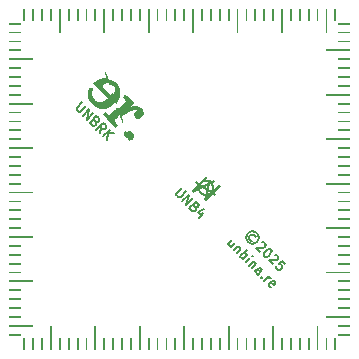
<source format=gbr>
%TF.GenerationSoftware,KiCad,Pcbnew,6.0.11+dfsg-1*%
%TF.CreationDate,2025-11-09T18:09:47+01:00*%
%TF.ProjectId,UNBRK,554e4252-4b2e-46b6-9963-61645f706362,0.2*%
%TF.SameCoordinates,Original*%
%TF.FileFunction,Legend,Top*%
%TF.FilePolarity,Positive*%
%FSLAX46Y46*%
G04 Gerber Fmt 4.6, Leading zero omitted, Abs format (unit mm)*
G04 Created by KiCad (PCBNEW 6.0.11+dfsg-1) date 2025-11-09 18:09:47*
%MOMM*%
%LPD*%
G01*
G04 APERTURE LIST*
%ADD10C,0.153000*%
%ADD11C,0.010000*%
G04 APERTURE END LIST*
D10*
X102168027Y-69085067D02*
X101710091Y-69543003D01*
X101683154Y-69623815D01*
X101683154Y-69677690D01*
X101710091Y-69758502D01*
X101817841Y-69866251D01*
X101898653Y-69893189D01*
X101952528Y-69893189D01*
X102033340Y-69866251D01*
X102491276Y-69408316D01*
X102194964Y-70243375D02*
X102760650Y-69677690D01*
X102518213Y-70566624D01*
X103083899Y-70000938D01*
X103272461Y-70728248D02*
X103326335Y-70835998D01*
X103326335Y-70889873D01*
X103299398Y-70970685D01*
X103218586Y-71051497D01*
X103137774Y-71078435D01*
X103083899Y-71078435D01*
X103003087Y-71051497D01*
X102787587Y-70835998D01*
X103353273Y-70270312D01*
X103541835Y-70458874D01*
X103568772Y-70539687D01*
X103568772Y-70593561D01*
X103541835Y-70674374D01*
X103487960Y-70728248D01*
X103407148Y-70755186D01*
X103353273Y-70755186D01*
X103272461Y-70728248D01*
X103083899Y-70539687D01*
X103972833Y-71266996D02*
X103595709Y-71644120D01*
X104053645Y-70916810D02*
X103514897Y-71186184D01*
X103865083Y-71536370D01*
X108379746Y-73284160D02*
X108352809Y-73203348D01*
X108245059Y-73095598D01*
X108164247Y-73068661D01*
X108056497Y-73068661D01*
X107975685Y-73095598D01*
X107867936Y-73203348D01*
X107840998Y-73284160D01*
X107840998Y-73391910D01*
X107867936Y-73472722D01*
X107975685Y-73580471D01*
X108056497Y-73607409D01*
X108487496Y-72960911D02*
X108325871Y-72853162D01*
X108110372Y-72799287D01*
X107894873Y-72853162D01*
X107733249Y-72960911D01*
X107625499Y-73122536D01*
X107571624Y-73338035D01*
X107625499Y-73553534D01*
X107733249Y-73715158D01*
X107894873Y-73822908D01*
X108110372Y-73876783D01*
X108325871Y-73822908D01*
X108487496Y-73715158D01*
X108595245Y-73553534D01*
X108649120Y-73338035D01*
X108595245Y-73122536D01*
X108487496Y-72960911D01*
X108945432Y-73688221D02*
X108999306Y-73688221D01*
X109080119Y-73715158D01*
X109214806Y-73849845D01*
X109241743Y-73930658D01*
X109241743Y-73984532D01*
X109214806Y-74065345D01*
X109160931Y-74119219D01*
X109053181Y-74173094D01*
X108406684Y-74173094D01*
X108756870Y-74523280D01*
X109672741Y-74307781D02*
X109726616Y-74361656D01*
X109753554Y-74442468D01*
X109753554Y-74496343D01*
X109726616Y-74577155D01*
X109645804Y-74711842D01*
X109511117Y-74846529D01*
X109376430Y-74927341D01*
X109295618Y-74954279D01*
X109241743Y-74954279D01*
X109160931Y-74927341D01*
X109107056Y-74873467D01*
X109080119Y-74792654D01*
X109080119Y-74738780D01*
X109107056Y-74657967D01*
X109187868Y-74523280D01*
X109322555Y-74388593D01*
X109457242Y-74307781D01*
X109538054Y-74280844D01*
X109591929Y-74280844D01*
X109672741Y-74307781D01*
X110022928Y-74765717D02*
X110076802Y-74765717D01*
X110157615Y-74792654D01*
X110292302Y-74927341D01*
X110319239Y-75008154D01*
X110319239Y-75062028D01*
X110292302Y-75142841D01*
X110238427Y-75196715D01*
X110130677Y-75250590D01*
X109484180Y-75250590D01*
X109834366Y-75600776D01*
X110911862Y-75546902D02*
X110642488Y-75277528D01*
X110346176Y-75519964D01*
X110400051Y-75519964D01*
X110480863Y-75546902D01*
X110615550Y-75681589D01*
X110642488Y-75762401D01*
X110642488Y-75816276D01*
X110615550Y-75897088D01*
X110480863Y-76031775D01*
X110400051Y-76058712D01*
X110346176Y-76058712D01*
X110265364Y-76031775D01*
X110130677Y-75897088D01*
X110103740Y-75816276D01*
X110103740Y-75762401D01*
X106648311Y-73757475D02*
X106271188Y-74134598D01*
X106405875Y-73515038D02*
X106109563Y-73811349D01*
X106082626Y-73892162D01*
X106109563Y-73972974D01*
X106190375Y-74053786D01*
X106271188Y-74080723D01*
X106325062Y-74080723D01*
X106917685Y-74026849D02*
X106540562Y-74403972D01*
X106863810Y-74080723D02*
X106917685Y-74080723D01*
X106998497Y-74107661D01*
X107079310Y-74188473D01*
X107106247Y-74269285D01*
X107079310Y-74350097D01*
X106782998Y-74646409D01*
X107052372Y-74915783D02*
X107618058Y-74350097D01*
X107402558Y-74565597D02*
X107483371Y-74592534D01*
X107591120Y-74700284D01*
X107618058Y-74781096D01*
X107618058Y-74834971D01*
X107591120Y-74915783D01*
X107429496Y-75077407D01*
X107348684Y-75104345D01*
X107294809Y-75104345D01*
X107213997Y-75077407D01*
X107106247Y-74969658D01*
X107079310Y-74888845D01*
X107564183Y-75427593D02*
X107941306Y-75050470D01*
X108129868Y-74861908D02*
X108075993Y-74861908D01*
X108075993Y-74915783D01*
X108129868Y-74915783D01*
X108129868Y-74861908D01*
X108075993Y-74915783D01*
X108210680Y-75319844D02*
X107833557Y-75696967D01*
X108156806Y-75373719D02*
X108210680Y-75373719D01*
X108291493Y-75400656D01*
X108372305Y-75481468D01*
X108399242Y-75562280D01*
X108372305Y-75643093D01*
X108075993Y-75939404D01*
X108587804Y-76451215D02*
X108884115Y-76154903D01*
X108911053Y-76074091D01*
X108884115Y-75993279D01*
X108776366Y-75885529D01*
X108695554Y-75858592D01*
X108614741Y-76424277D02*
X108533929Y-76397340D01*
X108399242Y-76262653D01*
X108372305Y-76181841D01*
X108399242Y-76101028D01*
X108453117Y-76047154D01*
X108533929Y-76020216D01*
X108614741Y-76047154D01*
X108749428Y-76181841D01*
X108830241Y-76208778D01*
X108911053Y-76666714D02*
X108911053Y-76720589D01*
X108857178Y-76720589D01*
X108857178Y-76666714D01*
X108911053Y-76666714D01*
X108857178Y-76720589D01*
X109126552Y-76989963D02*
X109503676Y-76612839D01*
X109395926Y-76720589D02*
X109476738Y-76693651D01*
X109530613Y-76693651D01*
X109611425Y-76720589D01*
X109665300Y-76774463D01*
X109719175Y-77528711D02*
X109638363Y-77501773D01*
X109530613Y-77394024D01*
X109503676Y-77313211D01*
X109530613Y-77232399D01*
X109746112Y-77016900D01*
X109826924Y-76989963D01*
X109907737Y-77016900D01*
X110015486Y-77124650D01*
X110042424Y-77205462D01*
X110015486Y-77286274D01*
X109961611Y-77340149D01*
X109638363Y-77124650D01*
X93727716Y-61864755D02*
X93269780Y-62322691D01*
X93242842Y-62403503D01*
X93242842Y-62457378D01*
X93269780Y-62538190D01*
X93377529Y-62645940D01*
X93458342Y-62672877D01*
X93512216Y-62672877D01*
X93593029Y-62645940D01*
X94050964Y-62188004D01*
X93754653Y-63023064D02*
X94320338Y-62457378D01*
X94077902Y-63346312D01*
X94643587Y-62780627D01*
X94832149Y-63507937D02*
X94886024Y-63615687D01*
X94886024Y-63669561D01*
X94859087Y-63750374D01*
X94778274Y-63831186D01*
X94697462Y-63858123D01*
X94643587Y-63858123D01*
X94562775Y-63831186D01*
X94347276Y-63615687D01*
X94912961Y-63050001D01*
X95101523Y-63238563D01*
X95128461Y-63319375D01*
X95128461Y-63373250D01*
X95101523Y-63454062D01*
X95047648Y-63507937D01*
X94966836Y-63534874D01*
X94912961Y-63534874D01*
X94832149Y-63507937D01*
X94643587Y-63319375D01*
X95236210Y-64504621D02*
X95317022Y-64046685D01*
X94912961Y-64181372D02*
X95478647Y-63615687D01*
X95694146Y-63831186D01*
X95721083Y-63911998D01*
X95721083Y-63965873D01*
X95694146Y-64046685D01*
X95613334Y-64127497D01*
X95532522Y-64154435D01*
X95478647Y-64154435D01*
X95397835Y-64127497D01*
X95182335Y-63911998D01*
X95478647Y-64747057D02*
X96044332Y-64181372D01*
X95801896Y-65070306D02*
X95882708Y-64504621D01*
X96367581Y-64504621D02*
X95721083Y-64504621D01*
%TO.C,F_SilkS*%
G36*
X89600593Y-81786282D02*
G01*
X89601687Y-81786371D01*
X89602781Y-81786514D01*
X89603875Y-81786708D01*
X89604966Y-81786953D01*
X89606053Y-81787247D01*
X89607135Y-81787589D01*
X89608210Y-81787977D01*
X89609277Y-81788410D01*
X89610335Y-81788886D01*
X89611381Y-81789403D01*
X89612415Y-81789961D01*
X89613434Y-81790558D01*
X89614439Y-81791192D01*
X89615426Y-81791862D01*
X89616395Y-81792566D01*
X89617344Y-81793304D01*
X89618271Y-81794073D01*
X89619176Y-81794872D01*
X89620057Y-81795700D01*
X89620912Y-81796555D01*
X89621739Y-81797436D01*
X89622539Y-81798341D01*
X89623308Y-81799268D01*
X89624045Y-81800217D01*
X89624749Y-81801186D01*
X89625419Y-81802173D01*
X89626053Y-81803178D01*
X89626650Y-81804197D01*
X89627208Y-81805231D01*
X89627725Y-81806277D01*
X89628201Y-81807335D01*
X89628633Y-81808402D01*
X89629021Y-81809477D01*
X89629363Y-81810559D01*
X89629657Y-81811646D01*
X89629902Y-81812737D01*
X89630096Y-81813831D01*
X89630239Y-81814925D01*
X89630327Y-81816019D01*
X89630361Y-81817110D01*
X89630339Y-81818199D01*
X89630259Y-81819282D01*
X89630259Y-82800187D01*
X89477585Y-82800187D01*
X89477585Y-81819282D01*
X89477505Y-81818199D01*
X89477483Y-81817110D01*
X89477518Y-81816019D01*
X89477607Y-81814925D01*
X89477749Y-81813831D01*
X89477944Y-81812737D01*
X89478189Y-81811646D01*
X89478483Y-81810559D01*
X89478825Y-81809477D01*
X89479213Y-81808402D01*
X89479645Y-81807335D01*
X89480121Y-81806277D01*
X89480639Y-81805231D01*
X89481197Y-81804197D01*
X89481793Y-81803178D01*
X89482428Y-81802173D01*
X89483098Y-81801186D01*
X89483802Y-81800217D01*
X89484540Y-81799268D01*
X89485309Y-81798341D01*
X89486108Y-81797436D01*
X89486936Y-81796555D01*
X89487791Y-81795700D01*
X89488671Y-81794872D01*
X89489576Y-81794073D01*
X89490504Y-81793304D01*
X89491453Y-81792566D01*
X89492422Y-81791862D01*
X89493409Y-81791192D01*
X89494413Y-81790558D01*
X89495433Y-81789961D01*
X89496467Y-81789403D01*
X89497513Y-81788886D01*
X89498570Y-81788410D01*
X89499637Y-81787977D01*
X89500713Y-81787589D01*
X89501795Y-81787247D01*
X89502882Y-81786953D01*
X89503973Y-81786708D01*
X89505066Y-81786514D01*
X89506161Y-81786371D01*
X89507254Y-81786282D01*
X89508346Y-81786248D01*
X89509434Y-81786270D01*
X89510517Y-81786350D01*
X89597330Y-81786350D01*
X89598414Y-81786270D01*
X89599502Y-81786248D01*
X89600593Y-81786282D01*
G37*
G36*
X95619732Y-81786282D02*
G01*
X95620826Y-81786371D01*
X95621920Y-81786514D01*
X95623014Y-81786708D01*
X95624105Y-81786953D01*
X95625192Y-81787247D01*
X95626274Y-81787589D01*
X95627349Y-81787977D01*
X95628416Y-81788410D01*
X95629474Y-81788886D01*
X95630520Y-81789403D01*
X95631554Y-81789961D01*
X95632573Y-81790558D01*
X95633578Y-81791192D01*
X95634565Y-81791862D01*
X95635534Y-81792566D01*
X95636483Y-81793304D01*
X95637410Y-81794073D01*
X95638315Y-81794872D01*
X95639196Y-81795700D01*
X95640051Y-81796555D01*
X95640879Y-81797436D01*
X95641678Y-81798341D01*
X95642447Y-81799268D01*
X95643184Y-81800217D01*
X95643889Y-81801186D01*
X95644559Y-81802173D01*
X95645193Y-81803178D01*
X95645790Y-81804197D01*
X95646348Y-81805231D01*
X95646865Y-81806277D01*
X95647341Y-81807335D01*
X95647774Y-81808402D01*
X95648162Y-81809477D01*
X95648504Y-81810559D01*
X95648798Y-81811646D01*
X95649043Y-81812737D01*
X95649237Y-81813831D01*
X95649380Y-81814925D01*
X95649469Y-81816019D01*
X95649503Y-81817110D01*
X95649481Y-81818199D01*
X95649401Y-81819282D01*
X95649401Y-82800187D01*
X95496728Y-82800187D01*
X95496728Y-81819282D01*
X95496647Y-81818199D01*
X95496625Y-81817110D01*
X95496659Y-81816019D01*
X95496748Y-81814925D01*
X95496890Y-81813831D01*
X95497085Y-81812737D01*
X95497330Y-81811646D01*
X95497624Y-81810559D01*
X95497965Y-81809477D01*
X95498353Y-81808402D01*
X95498786Y-81807335D01*
X95499261Y-81806277D01*
X95499779Y-81805231D01*
X95500337Y-81804197D01*
X95500933Y-81803178D01*
X95501567Y-81802173D01*
X95502237Y-81801186D01*
X95502942Y-81800217D01*
X95503679Y-81799268D01*
X95504448Y-81798341D01*
X95505247Y-81797436D01*
X95506075Y-81796555D01*
X95506930Y-81795700D01*
X95507810Y-81794872D01*
X95508715Y-81794073D01*
X95509643Y-81793304D01*
X95510592Y-81792566D01*
X95511561Y-81791862D01*
X95512548Y-81791192D01*
X95513552Y-81790558D01*
X95514572Y-81789961D01*
X95515606Y-81789403D01*
X95516652Y-81788886D01*
X95517709Y-81788410D01*
X95518776Y-81787977D01*
X95519852Y-81787589D01*
X95520934Y-81787247D01*
X95522021Y-81786953D01*
X95523112Y-81786708D01*
X95524205Y-81786514D01*
X95525299Y-81786371D01*
X95526393Y-81786282D01*
X95527485Y-81786248D01*
X95528573Y-81786270D01*
X95529656Y-81786350D01*
X95616469Y-81786350D01*
X95617552Y-81786270D01*
X95618641Y-81786248D01*
X95619732Y-81786282D01*
G37*
G36*
X109915191Y-80772451D02*
G01*
X109916285Y-80772540D01*
X109917379Y-80772682D01*
X109918473Y-80772877D01*
X109919564Y-80773122D01*
X109920651Y-80773416D01*
X109921733Y-80773757D01*
X109922808Y-80774145D01*
X109923875Y-80774577D01*
X109924932Y-80775053D01*
X109925979Y-80775571D01*
X109927012Y-80776128D01*
X109928032Y-80776725D01*
X109929036Y-80777359D01*
X109930024Y-80778029D01*
X109930992Y-80778733D01*
X109931941Y-80779471D01*
X109932869Y-80780240D01*
X109933774Y-80781039D01*
X109934655Y-80781867D01*
X109935509Y-80782722D01*
X109936337Y-80783602D01*
X109937136Y-80784507D01*
X109937905Y-80785435D01*
X109938643Y-80786384D01*
X109939347Y-80787352D01*
X109940017Y-80788340D01*
X109940651Y-80789344D01*
X109941248Y-80790364D01*
X109941806Y-80791397D01*
X109942323Y-80792444D01*
X109942799Y-80793501D01*
X109943231Y-80794568D01*
X109943619Y-80795643D01*
X109943961Y-80796725D01*
X109944255Y-80797812D01*
X109944499Y-80798903D01*
X109944694Y-80799997D01*
X109944836Y-80801091D01*
X109944925Y-80802185D01*
X109944959Y-80803277D01*
X109944937Y-80804365D01*
X109944857Y-80805448D01*
X109944857Y-82800187D01*
X109792183Y-82800187D01*
X109792183Y-80805448D01*
X109792103Y-80804365D01*
X109792081Y-80803277D01*
X109792115Y-80802185D01*
X109792204Y-80801091D01*
X109792346Y-80799997D01*
X109792540Y-80798903D01*
X109792785Y-80797812D01*
X109793079Y-80796725D01*
X109793421Y-80795643D01*
X109793809Y-80794568D01*
X109794241Y-80793501D01*
X109794717Y-80792444D01*
X109795234Y-80791397D01*
X109795792Y-80790364D01*
X109796389Y-80789344D01*
X109797023Y-80788340D01*
X109797693Y-80787352D01*
X109798397Y-80786384D01*
X109799135Y-80785435D01*
X109799904Y-80784507D01*
X109800703Y-80783602D01*
X109801531Y-80782722D01*
X109802386Y-80781867D01*
X109803266Y-80781039D01*
X109804171Y-80780240D01*
X109805099Y-80779471D01*
X109806048Y-80778733D01*
X109807017Y-80778029D01*
X109808004Y-80777359D01*
X109809009Y-80776725D01*
X109810028Y-80776128D01*
X109811062Y-80775571D01*
X109812109Y-80775053D01*
X109813166Y-80774577D01*
X109814233Y-80774145D01*
X109815309Y-80773757D01*
X109816391Y-80773416D01*
X109817478Y-80773122D01*
X109818570Y-80772877D01*
X109819663Y-80772682D01*
X109820758Y-80772540D01*
X109821851Y-80772451D01*
X109822943Y-80772417D01*
X109824032Y-80772439D01*
X109825115Y-80772519D01*
X109911928Y-80772519D01*
X109913011Y-80772439D01*
X109914100Y-80772417D01*
X109915191Y-80772451D01*
G37*
G36*
X101638875Y-81786282D02*
G01*
X101639968Y-81786371D01*
X101641063Y-81786514D01*
X101642156Y-81786708D01*
X101643247Y-81786953D01*
X101644334Y-81787247D01*
X101645416Y-81787589D01*
X101646491Y-81787977D01*
X101647558Y-81788410D01*
X101648616Y-81788886D01*
X101649662Y-81789403D01*
X101650696Y-81789961D01*
X101651715Y-81790558D01*
X101652720Y-81791192D01*
X101653707Y-81791862D01*
X101654676Y-81792566D01*
X101655625Y-81793304D01*
X101656552Y-81794073D01*
X101657457Y-81794872D01*
X101658338Y-81795700D01*
X101659193Y-81796555D01*
X101660020Y-81797436D01*
X101660820Y-81798341D01*
X101661589Y-81799268D01*
X101662326Y-81800217D01*
X101663030Y-81801186D01*
X101663700Y-81802173D01*
X101664334Y-81803178D01*
X101664931Y-81804197D01*
X101665489Y-81805231D01*
X101666006Y-81806277D01*
X101666482Y-81807335D01*
X101666914Y-81808402D01*
X101667302Y-81809477D01*
X101667644Y-81810559D01*
X101667938Y-81811646D01*
X101668183Y-81812737D01*
X101668377Y-81813831D01*
X101668520Y-81814925D01*
X101668609Y-81816019D01*
X101668643Y-81817110D01*
X101668620Y-81818199D01*
X101668540Y-81819282D01*
X101668540Y-82800187D01*
X101515866Y-82800187D01*
X101515866Y-81819282D01*
X101515786Y-81818199D01*
X101515764Y-81817110D01*
X101515798Y-81816019D01*
X101515887Y-81814925D01*
X101516029Y-81813831D01*
X101516224Y-81812737D01*
X101516469Y-81811646D01*
X101516763Y-81810559D01*
X101517104Y-81809477D01*
X101517492Y-81808402D01*
X101517924Y-81807335D01*
X101518400Y-81806277D01*
X101518918Y-81805231D01*
X101519475Y-81804197D01*
X101520072Y-81803178D01*
X101520706Y-81802173D01*
X101521376Y-81801186D01*
X101522080Y-81800217D01*
X101522818Y-81799268D01*
X101523587Y-81798341D01*
X101524386Y-81797436D01*
X101525214Y-81796555D01*
X101526069Y-81795700D01*
X101526949Y-81794872D01*
X101527854Y-81794073D01*
X101528782Y-81793304D01*
X101529731Y-81792566D01*
X101530699Y-81791862D01*
X101531687Y-81791192D01*
X101532691Y-81790558D01*
X101533711Y-81789961D01*
X101534744Y-81789403D01*
X101535791Y-81788886D01*
X101536848Y-81788410D01*
X101537915Y-81787977D01*
X101538990Y-81787589D01*
X101540072Y-81787247D01*
X101541159Y-81786953D01*
X101542251Y-81786708D01*
X101543344Y-81786514D01*
X101544438Y-81786371D01*
X101545532Y-81786282D01*
X101546624Y-81786248D01*
X101547712Y-81786270D01*
X101548795Y-81786350D01*
X101635611Y-81786350D01*
X101636695Y-81786270D01*
X101637783Y-81786248D01*
X101638875Y-81786282D01*
G37*
G36*
X88530379Y-76201715D02*
G01*
X88531473Y-76201804D01*
X88532567Y-76201946D01*
X88533661Y-76202140D01*
X88534752Y-76202385D01*
X88535839Y-76202679D01*
X88536921Y-76203021D01*
X88537996Y-76203409D01*
X88539063Y-76203841D01*
X88540120Y-76204317D01*
X88541167Y-76204834D01*
X88542201Y-76205392D01*
X88543220Y-76205989D01*
X88544224Y-76206623D01*
X88545212Y-76207293D01*
X88546181Y-76207997D01*
X88547130Y-76208735D01*
X88548057Y-76209504D01*
X88548962Y-76210303D01*
X88549843Y-76211131D01*
X88550698Y-76211986D01*
X88551526Y-76212866D01*
X88552325Y-76213771D01*
X88553094Y-76214699D01*
X88553831Y-76215648D01*
X88554536Y-76216617D01*
X88555206Y-76217604D01*
X88555840Y-76218609D01*
X88556437Y-76219628D01*
X88556995Y-76220662D01*
X88557512Y-76221709D01*
X88557988Y-76222766D01*
X88558421Y-76223833D01*
X88558809Y-76224909D01*
X88559150Y-76225991D01*
X88559445Y-76227078D01*
X88559690Y-76228170D01*
X88559884Y-76229263D01*
X88560027Y-76230358D01*
X88560116Y-76231451D01*
X88560150Y-76232543D01*
X88560128Y-76233632D01*
X88560048Y-76234715D01*
X88560048Y-76321528D01*
X88560128Y-76322611D01*
X88560150Y-76323700D01*
X88560116Y-76324791D01*
X88560027Y-76325885D01*
X88559884Y-76326979D01*
X88559690Y-76328073D01*
X88559445Y-76329164D01*
X88559150Y-76330251D01*
X88558809Y-76331333D01*
X88558421Y-76332408D01*
X88557988Y-76333475D01*
X88557512Y-76334532D01*
X88556995Y-76335579D01*
X88556437Y-76336612D01*
X88555840Y-76337632D01*
X88555206Y-76338636D01*
X88554536Y-76339624D01*
X88553831Y-76340592D01*
X88553094Y-76341541D01*
X88552325Y-76342469D01*
X88551526Y-76343374D01*
X88550698Y-76344255D01*
X88549843Y-76345109D01*
X88548962Y-76345937D01*
X88548057Y-76346736D01*
X88547130Y-76347505D01*
X88546181Y-76348243D01*
X88545212Y-76348947D01*
X88544224Y-76349617D01*
X88543220Y-76350251D01*
X88542201Y-76350848D01*
X88541167Y-76351406D01*
X88540120Y-76351923D01*
X88539063Y-76352399D01*
X88537996Y-76352831D01*
X88536921Y-76353219D01*
X88535839Y-76353561D01*
X88534752Y-76353855D01*
X88533661Y-76354099D01*
X88532567Y-76354294D01*
X88531473Y-76354436D01*
X88530379Y-76354525D01*
X88529288Y-76354559D01*
X88528199Y-76354537D01*
X88527116Y-76354457D01*
X87546213Y-76354457D01*
X87546213Y-76201783D01*
X88527116Y-76201783D01*
X88528199Y-76201703D01*
X88529288Y-76201681D01*
X88530379Y-76201715D01*
G37*
G36*
X115408599Y-70182564D02*
G01*
X115409682Y-70182644D01*
X116390587Y-70182644D01*
X116390587Y-70335318D01*
X115409682Y-70335318D01*
X115408599Y-70335398D01*
X115407510Y-70335420D01*
X115406419Y-70335386D01*
X115405325Y-70335297D01*
X115404231Y-70335155D01*
X115403137Y-70334961D01*
X115402046Y-70334716D01*
X115400959Y-70334422D01*
X115399877Y-70334080D01*
X115398802Y-70333692D01*
X115397735Y-70333259D01*
X115396677Y-70332784D01*
X115395631Y-70332266D01*
X115394597Y-70331708D01*
X115393578Y-70331112D01*
X115392573Y-70330477D01*
X115391586Y-70329807D01*
X115390617Y-70329103D01*
X115389668Y-70328365D01*
X115388741Y-70327596D01*
X115387836Y-70326797D01*
X115386955Y-70325969D01*
X115386100Y-70325114D01*
X115385272Y-70324234D01*
X115384473Y-70323329D01*
X115383704Y-70322401D01*
X115382966Y-70321452D01*
X115382262Y-70320483D01*
X115381592Y-70319496D01*
X115380958Y-70318492D01*
X115380361Y-70317472D01*
X115379803Y-70316438D01*
X115379286Y-70315392D01*
X115378810Y-70314335D01*
X115378377Y-70313268D01*
X115377989Y-70312193D01*
X115377647Y-70311111D01*
X115377353Y-70310024D01*
X115377108Y-70308933D01*
X115376914Y-70307839D01*
X115376771Y-70306745D01*
X115376682Y-70305652D01*
X115376648Y-70304560D01*
X115376670Y-70303472D01*
X115376750Y-70302389D01*
X115376750Y-70215573D01*
X115376670Y-70214490D01*
X115376648Y-70213401D01*
X115376682Y-70212310D01*
X115376771Y-70211216D01*
X115376914Y-70210122D01*
X115377108Y-70209028D01*
X115377353Y-70207937D01*
X115377647Y-70206850D01*
X115377989Y-70205768D01*
X115378377Y-70204693D01*
X115378810Y-70203626D01*
X115379286Y-70202569D01*
X115379803Y-70201522D01*
X115380361Y-70200489D01*
X115380958Y-70199469D01*
X115381592Y-70198465D01*
X115382262Y-70197477D01*
X115382966Y-70196509D01*
X115383704Y-70195560D01*
X115384473Y-70194632D01*
X115385272Y-70193727D01*
X115386100Y-70192846D01*
X115386955Y-70191992D01*
X115387836Y-70191164D01*
X115388741Y-70190365D01*
X115389668Y-70189596D01*
X115390617Y-70188858D01*
X115391586Y-70188154D01*
X115392573Y-70187484D01*
X115393578Y-70186850D01*
X115394597Y-70186253D01*
X115395631Y-70185695D01*
X115396677Y-70185178D01*
X115397735Y-70184702D01*
X115398802Y-70184270D01*
X115399877Y-70183882D01*
X115400959Y-70183540D01*
X115402046Y-70183246D01*
X115403137Y-70183002D01*
X115404231Y-70182807D01*
X115405325Y-70182665D01*
X115406419Y-70182576D01*
X115407510Y-70182542D01*
X115408599Y-70182564D01*
G37*
G36*
X97124519Y-81786282D02*
G01*
X97125612Y-81786371D01*
X97126707Y-81786514D01*
X97127800Y-81786708D01*
X97128891Y-81786953D01*
X97129978Y-81787247D01*
X97131060Y-81787589D01*
X97132136Y-81787977D01*
X97133203Y-81788410D01*
X97134260Y-81788886D01*
X97135306Y-81789403D01*
X97136340Y-81789961D01*
X97137360Y-81790558D01*
X97138364Y-81791192D01*
X97139351Y-81791862D01*
X97140320Y-81792566D01*
X97141269Y-81793304D01*
X97142197Y-81794073D01*
X97143101Y-81794872D01*
X97143982Y-81795700D01*
X97144837Y-81796555D01*
X97145665Y-81797436D01*
X97146464Y-81798341D01*
X97147233Y-81799268D01*
X97147970Y-81800217D01*
X97148675Y-81801186D01*
X97149345Y-81802173D01*
X97149979Y-81803178D01*
X97150575Y-81804197D01*
X97151133Y-81805231D01*
X97151650Y-81806277D01*
X97152126Y-81807335D01*
X97152559Y-81808402D01*
X97152946Y-81809477D01*
X97153288Y-81810559D01*
X97153582Y-81811646D01*
X97153827Y-81812737D01*
X97154021Y-81813831D01*
X97154164Y-81814925D01*
X97154253Y-81816019D01*
X97154287Y-81817110D01*
X97154264Y-81818199D01*
X97154184Y-81819282D01*
X97154184Y-82800187D01*
X97001511Y-82800187D01*
X97001511Y-81819282D01*
X97001431Y-81818199D01*
X97001409Y-81817110D01*
X97001443Y-81816019D01*
X97001532Y-81814925D01*
X97001674Y-81813831D01*
X97001869Y-81812737D01*
X97002114Y-81811646D01*
X97002408Y-81810559D01*
X97002750Y-81809477D01*
X97003138Y-81808402D01*
X97003571Y-81807335D01*
X97004046Y-81806277D01*
X97004564Y-81805231D01*
X97005122Y-81804197D01*
X97005719Y-81803178D01*
X97006353Y-81802173D01*
X97007023Y-81801186D01*
X97007727Y-81800217D01*
X97008465Y-81799268D01*
X97009234Y-81798341D01*
X97010033Y-81797436D01*
X97010861Y-81796555D01*
X97011716Y-81795700D01*
X97012596Y-81794872D01*
X97013501Y-81794073D01*
X97014429Y-81793304D01*
X97015378Y-81792566D01*
X97016347Y-81791862D01*
X97017334Y-81791192D01*
X97018338Y-81790558D01*
X97019358Y-81789961D01*
X97020392Y-81789403D01*
X97021438Y-81788886D01*
X97022496Y-81788410D01*
X97023563Y-81787977D01*
X97024638Y-81787589D01*
X97025720Y-81787247D01*
X97026807Y-81786953D01*
X97027898Y-81786708D01*
X97028992Y-81786514D01*
X97030086Y-81786371D01*
X97031180Y-81786282D01*
X97032271Y-81786248D01*
X97033359Y-81786270D01*
X97034443Y-81786350D01*
X97121256Y-81786350D01*
X97122339Y-81786270D01*
X97123427Y-81786248D01*
X97124519Y-81786282D01*
G37*
G36*
X115408599Y-65668208D02*
G01*
X115409682Y-65668289D01*
X116390587Y-65668289D01*
X116390587Y-65820962D01*
X115409682Y-65820962D01*
X115408599Y-65821042D01*
X115407510Y-65821065D01*
X115406419Y-65821031D01*
X115405325Y-65820942D01*
X115404231Y-65820799D01*
X115403137Y-65820605D01*
X115402046Y-65820360D01*
X115400959Y-65820066D01*
X115399877Y-65819724D01*
X115398802Y-65819337D01*
X115397735Y-65818904D01*
X115396677Y-65818428D01*
X115395631Y-65817911D01*
X115394597Y-65817353D01*
X115393578Y-65816757D01*
X115392573Y-65816122D01*
X115391586Y-65815453D01*
X115390617Y-65814748D01*
X115389668Y-65814011D01*
X115388741Y-65813242D01*
X115387836Y-65812443D01*
X115386955Y-65811615D01*
X115386100Y-65810760D01*
X115385272Y-65809879D01*
X115384473Y-65808974D01*
X115383704Y-65808047D01*
X115382966Y-65807098D01*
X115382262Y-65806129D01*
X115381592Y-65805142D01*
X115380958Y-65804138D01*
X115380361Y-65803118D01*
X115379803Y-65802084D01*
X115379286Y-65801038D01*
X115378810Y-65799980D01*
X115378377Y-65798913D01*
X115377989Y-65797838D01*
X115377647Y-65796756D01*
X115377353Y-65795669D01*
X115377108Y-65794578D01*
X115376914Y-65793485D01*
X115376771Y-65792390D01*
X115376682Y-65791297D01*
X115376648Y-65790205D01*
X115376670Y-65789117D01*
X115376750Y-65788034D01*
X115376750Y-65701217D01*
X115376670Y-65700134D01*
X115376648Y-65699046D01*
X115376682Y-65697955D01*
X115376771Y-65696861D01*
X115376914Y-65695767D01*
X115377108Y-65694674D01*
X115377353Y-65693583D01*
X115377647Y-65692496D01*
X115377989Y-65691414D01*
X115378377Y-65690339D01*
X115378810Y-65689272D01*
X115379286Y-65688214D01*
X115379803Y-65687168D01*
X115380361Y-65686134D01*
X115380958Y-65685115D01*
X115381592Y-65684110D01*
X115382262Y-65683123D01*
X115382966Y-65682154D01*
X115383704Y-65681205D01*
X115384473Y-65680278D01*
X115385272Y-65679373D01*
X115386100Y-65678492D01*
X115386955Y-65677637D01*
X115387836Y-65676809D01*
X115388741Y-65676010D01*
X115389668Y-65675241D01*
X115390617Y-65674503D01*
X115391586Y-65673799D01*
X115392573Y-65673129D01*
X115393578Y-65672495D01*
X115394597Y-65671898D01*
X115395631Y-65671340D01*
X115396677Y-65670823D01*
X115397735Y-65670347D01*
X115398802Y-65669914D01*
X115399877Y-65669527D01*
X115400959Y-65669185D01*
X115402046Y-65668891D01*
X115403137Y-65668646D01*
X115404231Y-65668451D01*
X115405325Y-65668309D01*
X115406419Y-65668220D01*
X115407510Y-65668186D01*
X115408599Y-65668208D01*
G37*
G36*
X88530379Y-73944537D02*
G01*
X88531473Y-73944626D01*
X88532567Y-73944768D01*
X88533661Y-73944963D01*
X88534752Y-73945208D01*
X88535839Y-73945502D01*
X88536921Y-73945843D01*
X88537996Y-73946231D01*
X88539063Y-73946664D01*
X88540120Y-73947139D01*
X88541167Y-73947657D01*
X88542201Y-73948215D01*
X88543220Y-73948812D01*
X88544224Y-73949446D01*
X88545212Y-73950116D01*
X88546181Y-73950820D01*
X88547130Y-73951558D01*
X88548057Y-73952327D01*
X88548962Y-73953126D01*
X88549843Y-73953954D01*
X88550698Y-73954809D01*
X88551526Y-73955689D01*
X88552325Y-73956594D01*
X88553094Y-73957522D01*
X88553831Y-73958471D01*
X88554536Y-73959440D01*
X88555206Y-73960427D01*
X88555840Y-73961431D01*
X88556437Y-73962451D01*
X88556995Y-73963485D01*
X88557512Y-73964531D01*
X88557988Y-73965588D01*
X88558421Y-73966655D01*
X88558809Y-73967730D01*
X88559150Y-73968812D01*
X88559445Y-73969899D01*
X88559690Y-73970990D01*
X88559884Y-73972084D01*
X88560027Y-73973178D01*
X88560116Y-73974271D01*
X88560150Y-73975363D01*
X88560128Y-73976451D01*
X88560048Y-73977534D01*
X88560048Y-74064350D01*
X88560128Y-74065433D01*
X88560150Y-74066522D01*
X88560116Y-74067613D01*
X88560027Y-74068707D01*
X88559884Y-74069801D01*
X88559690Y-74070895D01*
X88559445Y-74071986D01*
X88559150Y-74073073D01*
X88558809Y-74074155D01*
X88558421Y-74075230D01*
X88557988Y-74076297D01*
X88557512Y-74077355D01*
X88556995Y-74078401D01*
X88556437Y-74079435D01*
X88555840Y-74080454D01*
X88555206Y-74081458D01*
X88554536Y-74082446D01*
X88553831Y-74083415D01*
X88553094Y-74084364D01*
X88552325Y-74085291D01*
X88551526Y-74086196D01*
X88550698Y-74087077D01*
X88549843Y-74087932D01*
X88548962Y-74088759D01*
X88548057Y-74089558D01*
X88547130Y-74090327D01*
X88546181Y-74091065D01*
X88545212Y-74091769D01*
X88544224Y-74092439D01*
X88543220Y-74093073D01*
X88542201Y-74093670D01*
X88541167Y-74094228D01*
X88540120Y-74094745D01*
X88539063Y-74095221D01*
X88537996Y-74095653D01*
X88536921Y-74096041D01*
X88535839Y-74096383D01*
X88534752Y-74096677D01*
X88533661Y-74096922D01*
X88532567Y-74097116D01*
X88531473Y-74097258D01*
X88530379Y-74097347D01*
X88529288Y-74097381D01*
X88528199Y-74097359D01*
X88527116Y-74097279D01*
X87546213Y-74097279D01*
X87546213Y-73944605D01*
X88527116Y-73944605D01*
X88528199Y-73944525D01*
X88529288Y-73944503D01*
X88530379Y-73944537D01*
G37*
G36*
X115408599Y-70934956D02*
G01*
X115409682Y-70935036D01*
X116390587Y-70935036D01*
X116390587Y-71087709D01*
X115409682Y-71087709D01*
X115408599Y-71087790D01*
X115407510Y-71087812D01*
X115406419Y-71087778D01*
X115405325Y-71087689D01*
X115404231Y-71087547D01*
X115403137Y-71087352D01*
X115402046Y-71087107D01*
X115400959Y-71086813D01*
X115399877Y-71086472D01*
X115398802Y-71086084D01*
X115397735Y-71085651D01*
X115396677Y-71085176D01*
X115395631Y-71084658D01*
X115394597Y-71084100D01*
X115393578Y-71083504D01*
X115392573Y-71082870D01*
X115391586Y-71082200D01*
X115390617Y-71081495D01*
X115389668Y-71080758D01*
X115388741Y-71079989D01*
X115387836Y-71079190D01*
X115386955Y-71078362D01*
X115386100Y-71077507D01*
X115385272Y-71076627D01*
X115384473Y-71075722D01*
X115383704Y-71074794D01*
X115382966Y-71073845D01*
X115382262Y-71072876D01*
X115381592Y-71071889D01*
X115380958Y-71070885D01*
X115380361Y-71069865D01*
X115379803Y-71068831D01*
X115379286Y-71067785D01*
X115378810Y-71066728D01*
X115378377Y-71065661D01*
X115377989Y-71064585D01*
X115377647Y-71063504D01*
X115377353Y-71062416D01*
X115377108Y-71061325D01*
X115376914Y-71060232D01*
X115376771Y-71059138D01*
X115376682Y-71058044D01*
X115376648Y-71056952D01*
X115376670Y-71055864D01*
X115376750Y-71054781D01*
X115376750Y-70967968D01*
X115376670Y-70966884D01*
X115376648Y-70965796D01*
X115376682Y-70964704D01*
X115376771Y-70963610D01*
X115376914Y-70962516D01*
X115377108Y-70961422D01*
X115377353Y-70960331D01*
X115377647Y-70959244D01*
X115377989Y-70958161D01*
X115378377Y-70957086D01*
X115378810Y-70956019D01*
X115379286Y-70954961D01*
X115379803Y-70953915D01*
X115380361Y-70952881D01*
X115380958Y-70951861D01*
X115381592Y-70950857D01*
X115382262Y-70949870D01*
X115382966Y-70948901D01*
X115383704Y-70947952D01*
X115384473Y-70947024D01*
X115385272Y-70946119D01*
X115386100Y-70945238D01*
X115386955Y-70944383D01*
X115387836Y-70943556D01*
X115388741Y-70942757D01*
X115389668Y-70941988D01*
X115390617Y-70941250D01*
X115391586Y-70940546D01*
X115392573Y-70939876D01*
X115393578Y-70939241D01*
X115394597Y-70938645D01*
X115395631Y-70938087D01*
X115396677Y-70937570D01*
X115397735Y-70937094D01*
X115398802Y-70936661D01*
X115399877Y-70936274D01*
X115400959Y-70935932D01*
X115402046Y-70935638D01*
X115403137Y-70935393D01*
X115404231Y-70935199D01*
X115405325Y-70935056D01*
X115406419Y-70934967D01*
X115407510Y-70934933D01*
X115408599Y-70934956D01*
G37*
G36*
X88530379Y-74696929D02*
G01*
X88531473Y-74697018D01*
X88532567Y-74697161D01*
X88533661Y-74697355D01*
X88534752Y-74697600D01*
X88535839Y-74697894D01*
X88536921Y-74698236D01*
X88537996Y-74698624D01*
X88539063Y-74699057D01*
X88540120Y-74699532D01*
X88541167Y-74700050D01*
X88542201Y-74700608D01*
X88543220Y-74701205D01*
X88544224Y-74701839D01*
X88545212Y-74702509D01*
X88546181Y-74703213D01*
X88547130Y-74703951D01*
X88548057Y-74704720D01*
X88548962Y-74705519D01*
X88549843Y-74706347D01*
X88550698Y-74707202D01*
X88551526Y-74708083D01*
X88552325Y-74708987D01*
X88553094Y-74709915D01*
X88553831Y-74710864D01*
X88554536Y-74711833D01*
X88555206Y-74712820D01*
X88555840Y-74713825D01*
X88556437Y-74714844D01*
X88556995Y-74715878D01*
X88557512Y-74716924D01*
X88557988Y-74717982D01*
X88558421Y-74719049D01*
X88558809Y-74720124D01*
X88559150Y-74721206D01*
X88559445Y-74722293D01*
X88559690Y-74723384D01*
X88559884Y-74724478D01*
X88560027Y-74725572D01*
X88560116Y-74726666D01*
X88560150Y-74727757D01*
X88560128Y-74728845D01*
X88560048Y-74729929D01*
X88560048Y-74816742D01*
X88560128Y-74817825D01*
X88560150Y-74818913D01*
X88560116Y-74820005D01*
X88560027Y-74821098D01*
X88559884Y-74822193D01*
X88559690Y-74823286D01*
X88559445Y-74824377D01*
X88559150Y-74825464D01*
X88558809Y-74826546D01*
X88558421Y-74827622D01*
X88557988Y-74828689D01*
X88557512Y-74829746D01*
X88556995Y-74830792D01*
X88556437Y-74831826D01*
X88555840Y-74832846D01*
X88555206Y-74833850D01*
X88554536Y-74834837D01*
X88553831Y-74835806D01*
X88553094Y-74836755D01*
X88552325Y-74837683D01*
X88551526Y-74838588D01*
X88550698Y-74839468D01*
X88549843Y-74840323D01*
X88548962Y-74841151D01*
X88548057Y-74841950D01*
X88547130Y-74842719D01*
X88546181Y-74843456D01*
X88545212Y-74844161D01*
X88544224Y-74844831D01*
X88543220Y-74845465D01*
X88542201Y-74846061D01*
X88541167Y-74846619D01*
X88540120Y-74847137D01*
X88539063Y-74847612D01*
X88537996Y-74848045D01*
X88536921Y-74848432D01*
X88535839Y-74848774D01*
X88534752Y-74849068D01*
X88533661Y-74849313D01*
X88532567Y-74849507D01*
X88531473Y-74849650D01*
X88530379Y-74849739D01*
X88529288Y-74849773D01*
X88528199Y-74849750D01*
X88527116Y-74849670D01*
X87546213Y-74849670D01*
X87546213Y-74696997D01*
X88527116Y-74696997D01*
X88528199Y-74696917D01*
X88529288Y-74696895D01*
X88530379Y-74696929D01*
G37*
G36*
X98629302Y-80772451D02*
G01*
X98630396Y-80772540D01*
X98631491Y-80772682D01*
X98632584Y-80772877D01*
X98633675Y-80773122D01*
X98634763Y-80773416D01*
X98635845Y-80773757D01*
X98636920Y-80774145D01*
X98637987Y-80774577D01*
X98639044Y-80775053D01*
X98640091Y-80775571D01*
X98641125Y-80776128D01*
X98642144Y-80776725D01*
X98643149Y-80777359D01*
X98644136Y-80778029D01*
X98645105Y-80778733D01*
X98646054Y-80779471D01*
X98646981Y-80780240D01*
X98647886Y-80781039D01*
X98648767Y-80781867D01*
X98649622Y-80782722D01*
X98650449Y-80783602D01*
X98651248Y-80784507D01*
X98652017Y-80785435D01*
X98652755Y-80786384D01*
X98653459Y-80787352D01*
X98654129Y-80788340D01*
X98654763Y-80789344D01*
X98655360Y-80790364D01*
X98655918Y-80791397D01*
X98656435Y-80792444D01*
X98656911Y-80793501D01*
X98657344Y-80794568D01*
X98657731Y-80795643D01*
X98658073Y-80796725D01*
X98658367Y-80797812D01*
X98658612Y-80798903D01*
X98658807Y-80799997D01*
X98658949Y-80801091D01*
X98659039Y-80802185D01*
X98659073Y-80803277D01*
X98659051Y-80804365D01*
X98658971Y-80805448D01*
X98658971Y-82800187D01*
X98506297Y-82800187D01*
X98506297Y-80805448D01*
X98506217Y-80804365D01*
X98506195Y-80803277D01*
X98506229Y-80802185D01*
X98506317Y-80801091D01*
X98506460Y-80799997D01*
X98506654Y-80798903D01*
X98506899Y-80797812D01*
X98507193Y-80796725D01*
X98507535Y-80795643D01*
X98507923Y-80794568D01*
X98508355Y-80793501D01*
X98508831Y-80792444D01*
X98509348Y-80791397D01*
X98509906Y-80790364D01*
X98510503Y-80789344D01*
X98511137Y-80788340D01*
X98511807Y-80787352D01*
X98512511Y-80786384D01*
X98513248Y-80785435D01*
X98514017Y-80784507D01*
X98514817Y-80783602D01*
X98515644Y-80782722D01*
X98516499Y-80781867D01*
X98517380Y-80781039D01*
X98518285Y-80780240D01*
X98519212Y-80779471D01*
X98520161Y-80778733D01*
X98521130Y-80778029D01*
X98522117Y-80777359D01*
X98523122Y-80776725D01*
X98524141Y-80776128D01*
X98525175Y-80775571D01*
X98526221Y-80775053D01*
X98527279Y-80774577D01*
X98528346Y-80774145D01*
X98529421Y-80773757D01*
X98530503Y-80773416D01*
X98531590Y-80773122D01*
X98532681Y-80772877D01*
X98533775Y-80772682D01*
X98534869Y-80772540D01*
X98535962Y-80772451D01*
X98537054Y-80772417D01*
X98538142Y-80772439D01*
X98539226Y-80772519D01*
X98626039Y-80772519D01*
X98627122Y-80772439D01*
X98628210Y-80772417D01*
X98629302Y-80772451D01*
G37*
G36*
X88530379Y-81468462D02*
G01*
X88531473Y-81468551D01*
X88532567Y-81468693D01*
X88533661Y-81468888D01*
X88534752Y-81469133D01*
X88535839Y-81469427D01*
X88536921Y-81469769D01*
X88537996Y-81470156D01*
X88539063Y-81470589D01*
X88540120Y-81471065D01*
X88541167Y-81471582D01*
X88542201Y-81472140D01*
X88543220Y-81472737D01*
X88544224Y-81473371D01*
X88545212Y-81474041D01*
X88546181Y-81474745D01*
X88547130Y-81475483D01*
X88548057Y-81476252D01*
X88548962Y-81477051D01*
X88549843Y-81477879D01*
X88550698Y-81478734D01*
X88551526Y-81479615D01*
X88552325Y-81480519D01*
X88553094Y-81481447D01*
X88553831Y-81482396D01*
X88554536Y-81483365D01*
X88555206Y-81484352D01*
X88555840Y-81485356D01*
X88556437Y-81486376D01*
X88556995Y-81487410D01*
X88557512Y-81488456D01*
X88557988Y-81489513D01*
X88558421Y-81490580D01*
X88558809Y-81491656D01*
X88559150Y-81492738D01*
X88559445Y-81493825D01*
X88559690Y-81494916D01*
X88559884Y-81496009D01*
X88560027Y-81497103D01*
X88560116Y-81498196D01*
X88560150Y-81499288D01*
X88560128Y-81500376D01*
X88560048Y-81501459D01*
X88560048Y-81588275D01*
X88560128Y-81589359D01*
X88560150Y-81590447D01*
X88560116Y-81591539D01*
X88560027Y-81592632D01*
X88559884Y-81593726D01*
X88559690Y-81594820D01*
X88559445Y-81595911D01*
X88559150Y-81596998D01*
X88558809Y-81598080D01*
X88558421Y-81599155D01*
X88557988Y-81600222D01*
X88557512Y-81601280D01*
X88556995Y-81602326D01*
X88556437Y-81603360D01*
X88555840Y-81604379D01*
X88555206Y-81605384D01*
X88554536Y-81606371D01*
X88553831Y-81607340D01*
X88553094Y-81608289D01*
X88552325Y-81609216D01*
X88551526Y-81610121D01*
X88550698Y-81611002D01*
X88549843Y-81611857D01*
X88548962Y-81612684D01*
X88548057Y-81613484D01*
X88547130Y-81614253D01*
X88546181Y-81614990D01*
X88545212Y-81615694D01*
X88544224Y-81616364D01*
X88543220Y-81616998D01*
X88542201Y-81617595D01*
X88541167Y-81618153D01*
X88540120Y-81618670D01*
X88539063Y-81619146D01*
X88537996Y-81619578D01*
X88536921Y-81619966D01*
X88535839Y-81620308D01*
X88534752Y-81620602D01*
X88533661Y-81620847D01*
X88532567Y-81621041D01*
X88531473Y-81621184D01*
X88530379Y-81621272D01*
X88529288Y-81621307D01*
X88528199Y-81621284D01*
X88527116Y-81621204D01*
X87546213Y-81621204D01*
X87546213Y-81468530D01*
X88527116Y-81468530D01*
X88528199Y-81468450D01*
X88529288Y-81468428D01*
X88530379Y-81468462D01*
G37*
G36*
X115408599Y-77706489D02*
G01*
X115409682Y-77706570D01*
X116390587Y-77706570D01*
X116390587Y-77859243D01*
X115409682Y-77859243D01*
X115408599Y-77859323D01*
X115407510Y-77859346D01*
X115406419Y-77859312D01*
X115405325Y-77859223D01*
X115404231Y-77859080D01*
X115403137Y-77858886D01*
X115402046Y-77858641D01*
X115400959Y-77858347D01*
X115399877Y-77858005D01*
X115398802Y-77857617D01*
X115397735Y-77857185D01*
X115396677Y-77856709D01*
X115395631Y-77856191D01*
X115394597Y-77855633D01*
X115393578Y-77855037D01*
X115392573Y-77854403D01*
X115391586Y-77853732D01*
X115390617Y-77853028D01*
X115389668Y-77852290D01*
X115388741Y-77851521D01*
X115387836Y-77850722D01*
X115386955Y-77849894D01*
X115386100Y-77849039D01*
X115385272Y-77848158D01*
X115384473Y-77847254D01*
X115383704Y-77846326D01*
X115382966Y-77845377D01*
X115382262Y-77844408D01*
X115381592Y-77843420D01*
X115380958Y-77842416D01*
X115380361Y-77841396D01*
X115379803Y-77840362D01*
X115379286Y-77839316D01*
X115378810Y-77838259D01*
X115378377Y-77837191D01*
X115377989Y-77836116D01*
X115377647Y-77835034D01*
X115377353Y-77833947D01*
X115377108Y-77832856D01*
X115376914Y-77831762D01*
X115376771Y-77830668D01*
X115376682Y-77829574D01*
X115376648Y-77828483D01*
X115376670Y-77827394D01*
X115376750Y-77826311D01*
X115376750Y-77739498D01*
X115376670Y-77738415D01*
X115376648Y-77737327D01*
X115376682Y-77736235D01*
X115376771Y-77735141D01*
X115376914Y-77734047D01*
X115377108Y-77732954D01*
X115377353Y-77731863D01*
X115377647Y-77730775D01*
X115377989Y-77729693D01*
X115378377Y-77728618D01*
X115378810Y-77727551D01*
X115379286Y-77726494D01*
X115379803Y-77725447D01*
X115380361Y-77724414D01*
X115380958Y-77723394D01*
X115381592Y-77722390D01*
X115382262Y-77721403D01*
X115382966Y-77720434D01*
X115383704Y-77719485D01*
X115384473Y-77718557D01*
X115385272Y-77717652D01*
X115386100Y-77716772D01*
X115386955Y-77715917D01*
X115387836Y-77715089D01*
X115388741Y-77714290D01*
X115389668Y-77713521D01*
X115390617Y-77712784D01*
X115391586Y-77712079D01*
X115392573Y-77711409D01*
X115393578Y-77710775D01*
X115394597Y-77710178D01*
X115395631Y-77709621D01*
X115396677Y-77709103D01*
X115397735Y-77708628D01*
X115398802Y-77708195D01*
X115399877Y-77707807D01*
X115400959Y-77707466D01*
X115402046Y-77707172D01*
X115403137Y-77706927D01*
X115404231Y-77706732D01*
X115405325Y-77706590D01*
X115406419Y-77706501D01*
X115407510Y-77706467D01*
X115408599Y-77706489D01*
G37*
G36*
X90352985Y-81786282D02*
G01*
X90354079Y-81786371D01*
X90355173Y-81786514D01*
X90356266Y-81786708D01*
X90357357Y-81786953D01*
X90358445Y-81787247D01*
X90359527Y-81787589D01*
X90360602Y-81787977D01*
X90361669Y-81788410D01*
X90362726Y-81788886D01*
X90363773Y-81789403D01*
X90364806Y-81789961D01*
X90365826Y-81790558D01*
X90366830Y-81791192D01*
X90367818Y-81791862D01*
X90368786Y-81792566D01*
X90369735Y-81793304D01*
X90370663Y-81794073D01*
X90371568Y-81794872D01*
X90372449Y-81795700D01*
X90373304Y-81796555D01*
X90374131Y-81797436D01*
X90374931Y-81798341D01*
X90375700Y-81799268D01*
X90376437Y-81800217D01*
X90377142Y-81801186D01*
X90377812Y-81802173D01*
X90378446Y-81803178D01*
X90379043Y-81804197D01*
X90379601Y-81805231D01*
X90380118Y-81806277D01*
X90380594Y-81807335D01*
X90381027Y-81808402D01*
X90381414Y-81809477D01*
X90381756Y-81810559D01*
X90382050Y-81811646D01*
X90382295Y-81812737D01*
X90382490Y-81813831D01*
X90382633Y-81814925D01*
X90382722Y-81816019D01*
X90382756Y-81817110D01*
X90382734Y-81818199D01*
X90382654Y-81819282D01*
X90382654Y-82800187D01*
X90229980Y-82800187D01*
X90229980Y-81819282D01*
X90229900Y-81818199D01*
X90229878Y-81817110D01*
X90229912Y-81816019D01*
X90230001Y-81814925D01*
X90230143Y-81813831D01*
X90230338Y-81812737D01*
X90230582Y-81811646D01*
X90230876Y-81810559D01*
X90231218Y-81809477D01*
X90231606Y-81808402D01*
X90232038Y-81807335D01*
X90232514Y-81806277D01*
X90233031Y-81805231D01*
X90233589Y-81804197D01*
X90234186Y-81803178D01*
X90234820Y-81802173D01*
X90235490Y-81801186D01*
X90236194Y-81800217D01*
X90236932Y-81799268D01*
X90237701Y-81798341D01*
X90238500Y-81797436D01*
X90239328Y-81796555D01*
X90240182Y-81795700D01*
X90241063Y-81794872D01*
X90241968Y-81794073D01*
X90242896Y-81793304D01*
X90243845Y-81792566D01*
X90244813Y-81791862D01*
X90245801Y-81791192D01*
X90246805Y-81790558D01*
X90247825Y-81789961D01*
X90248858Y-81789403D01*
X90249905Y-81788886D01*
X90250962Y-81788410D01*
X90252029Y-81787977D01*
X90253104Y-81787589D01*
X90254186Y-81787247D01*
X90255273Y-81786953D01*
X90256364Y-81786708D01*
X90257458Y-81786514D01*
X90258552Y-81786371D01*
X90259646Y-81786282D01*
X90260737Y-81786248D01*
X90261826Y-81786270D01*
X90262909Y-81786350D01*
X90349722Y-81786350D01*
X90350805Y-81786270D01*
X90351893Y-81786248D01*
X90352985Y-81786282D01*
G37*
G36*
X114394765Y-61153853D02*
G01*
X114395848Y-61153933D01*
X116390587Y-61153933D01*
X116390587Y-61306606D01*
X114395848Y-61306606D01*
X114394765Y-61306686D01*
X114393677Y-61306709D01*
X114392585Y-61306675D01*
X114391491Y-61306586D01*
X114390397Y-61306443D01*
X114389303Y-61306249D01*
X114388212Y-61306004D01*
X114387125Y-61305710D01*
X114386043Y-61305368D01*
X114384968Y-61304981D01*
X114383901Y-61304548D01*
X114382844Y-61304073D01*
X114381797Y-61303555D01*
X114380764Y-61302997D01*
X114379744Y-61302401D01*
X114378740Y-61301767D01*
X114377752Y-61301097D01*
X114376784Y-61300392D01*
X114375835Y-61299655D01*
X114374907Y-61298886D01*
X114374002Y-61298087D01*
X114373122Y-61297259D01*
X114372267Y-61296404D01*
X114371439Y-61295524D01*
X114370640Y-61294619D01*
X114369871Y-61293691D01*
X114369133Y-61292742D01*
X114368429Y-61291773D01*
X114367759Y-61290786D01*
X114367125Y-61289782D01*
X114366528Y-61288762D01*
X114365971Y-61287728D01*
X114365453Y-61286682D01*
X114364977Y-61285625D01*
X114364545Y-61284558D01*
X114364157Y-61283482D01*
X114363816Y-61282400D01*
X114363522Y-61281313D01*
X114363277Y-61280222D01*
X114363082Y-61279129D01*
X114362940Y-61278034D01*
X114362851Y-61276941D01*
X114362817Y-61275849D01*
X114362839Y-61274761D01*
X114362919Y-61273678D01*
X114362919Y-61186865D01*
X114362839Y-61185781D01*
X114362817Y-61184693D01*
X114362851Y-61183602D01*
X114362940Y-61182508D01*
X114363082Y-61181414D01*
X114363277Y-61180320D01*
X114363522Y-61179229D01*
X114363816Y-61178142D01*
X114364157Y-61177060D01*
X114364545Y-61175985D01*
X114364977Y-61174918D01*
X114365453Y-61173860D01*
X114365971Y-61172814D01*
X114366528Y-61171780D01*
X114367125Y-61170761D01*
X114367759Y-61169756D01*
X114368429Y-61168769D01*
X114369133Y-61167800D01*
X114369871Y-61166851D01*
X114370640Y-61165923D01*
X114371439Y-61165019D01*
X114372267Y-61164138D01*
X114373122Y-61163283D01*
X114374002Y-61162455D01*
X114374907Y-61161656D01*
X114375835Y-61160887D01*
X114376784Y-61160149D01*
X114377752Y-61159445D01*
X114378740Y-61158775D01*
X114379744Y-61158141D01*
X114380764Y-61157544D01*
X114381797Y-61156986D01*
X114382844Y-61156468D01*
X114383901Y-61155993D01*
X114384968Y-61155560D01*
X114386043Y-61155172D01*
X114387125Y-61154830D01*
X114388212Y-61154536D01*
X114389303Y-61154291D01*
X114390397Y-61154097D01*
X114391491Y-61153954D01*
X114392585Y-61153865D01*
X114393677Y-61153831D01*
X114394765Y-61153853D01*
G37*
G36*
X104678109Y-54936716D02*
G01*
X104678190Y-54937799D01*
X104678212Y-54938888D01*
X104678178Y-54939979D01*
X104678089Y-54941073D01*
X104677947Y-54942167D01*
X104677752Y-54943261D01*
X104677507Y-54944352D01*
X104677213Y-54945439D01*
X104676872Y-54946521D01*
X104676484Y-54947596D01*
X104676051Y-54948663D01*
X104675576Y-54949720D01*
X104675058Y-54950767D01*
X104674500Y-54951801D01*
X104673904Y-54952820D01*
X104673270Y-54953824D01*
X104672600Y-54954812D01*
X104671895Y-54955781D01*
X104671158Y-54956730D01*
X104670389Y-54957657D01*
X104669590Y-54958562D01*
X104668762Y-54959443D01*
X104667907Y-54960298D01*
X104667027Y-54961126D01*
X104666122Y-54961925D01*
X104665194Y-54962694D01*
X104664245Y-54963431D01*
X104663276Y-54964136D01*
X104662289Y-54964806D01*
X104661285Y-54965440D01*
X104660265Y-54966037D01*
X104659231Y-54966595D01*
X104658185Y-54967112D01*
X104657128Y-54967588D01*
X104656061Y-54968021D01*
X104654985Y-54968409D01*
X104653904Y-54968750D01*
X104652816Y-54969045D01*
X104651725Y-54969290D01*
X104650632Y-54969484D01*
X104649538Y-54969627D01*
X104648444Y-54969716D01*
X104647352Y-54969750D01*
X104646264Y-54969728D01*
X104645181Y-54969648D01*
X104558368Y-54969648D01*
X104557284Y-54969728D01*
X104556196Y-54969750D01*
X104555104Y-54969716D01*
X104554010Y-54969627D01*
X104552916Y-54969484D01*
X104551822Y-54969290D01*
X104550731Y-54969045D01*
X104549644Y-54968750D01*
X104548561Y-54968409D01*
X104547486Y-54968021D01*
X104546419Y-54967588D01*
X104545361Y-54967112D01*
X104544315Y-54966595D01*
X104543281Y-54966037D01*
X104542261Y-54965440D01*
X104541257Y-54964806D01*
X104540270Y-54964136D01*
X104539301Y-54963431D01*
X104538352Y-54962694D01*
X104537424Y-54961925D01*
X104536519Y-54961126D01*
X104535638Y-54960298D01*
X104534783Y-54959443D01*
X104533956Y-54958562D01*
X104533157Y-54957657D01*
X104532388Y-54956730D01*
X104531650Y-54955781D01*
X104530946Y-54954812D01*
X104530276Y-54953824D01*
X104529641Y-54952820D01*
X104529045Y-54951801D01*
X104528487Y-54950767D01*
X104527970Y-54949720D01*
X104527494Y-54948663D01*
X104527061Y-54947596D01*
X104526674Y-54946521D01*
X104526332Y-54945439D01*
X104526038Y-54944352D01*
X104525793Y-54943261D01*
X104525599Y-54942167D01*
X104525456Y-54941073D01*
X104525367Y-54939979D01*
X104525333Y-54938888D01*
X104525356Y-54937799D01*
X104525436Y-54936716D01*
X104525436Y-53955813D01*
X104678109Y-53955813D01*
X104678109Y-54936716D01*
G37*
G36*
X115408599Y-67925386D02*
G01*
X115409682Y-67925466D01*
X116390587Y-67925466D01*
X116390587Y-68078140D01*
X115409682Y-68078140D01*
X115408599Y-68078220D01*
X115407510Y-68078243D01*
X115406419Y-68078209D01*
X115405325Y-68078120D01*
X115404231Y-68077977D01*
X115403137Y-68077783D01*
X115402046Y-68077538D01*
X115400959Y-68077244D01*
X115399877Y-68076902D01*
X115398802Y-68076514D01*
X115397735Y-68076082D01*
X115396677Y-68075606D01*
X115395631Y-68075089D01*
X115394597Y-68074531D01*
X115393578Y-68073934D01*
X115392573Y-68073300D01*
X115391586Y-68072630D01*
X115390617Y-68071926D01*
X115389668Y-68071189D01*
X115388741Y-68070420D01*
X115387836Y-68069620D01*
X115386955Y-68068793D01*
X115386100Y-68067938D01*
X115385272Y-68067057D01*
X115384473Y-68066152D01*
X115383704Y-68065225D01*
X115382966Y-68064276D01*
X115382262Y-68063307D01*
X115381592Y-68062320D01*
X115380958Y-68061315D01*
X115380361Y-68060296D01*
X115379803Y-68059262D01*
X115379286Y-68058216D01*
X115378810Y-68057158D01*
X115378377Y-68056091D01*
X115377989Y-68055016D01*
X115377647Y-68053934D01*
X115377353Y-68052847D01*
X115377108Y-68051756D01*
X115376914Y-68050663D01*
X115376771Y-68049568D01*
X115376682Y-68048475D01*
X115376648Y-68047383D01*
X115376670Y-68046295D01*
X115376750Y-68045211D01*
X115376750Y-67958395D01*
X115376670Y-67957312D01*
X115376648Y-67956224D01*
X115376682Y-67955132D01*
X115376771Y-67954038D01*
X115376914Y-67952944D01*
X115377108Y-67951851D01*
X115377353Y-67950759D01*
X115377647Y-67949672D01*
X115377989Y-67948590D01*
X115378377Y-67947515D01*
X115378810Y-67946448D01*
X115379286Y-67945391D01*
X115379803Y-67944344D01*
X115380361Y-67943311D01*
X115380958Y-67942291D01*
X115381592Y-67941287D01*
X115382262Y-67940299D01*
X115382966Y-67939331D01*
X115383704Y-67938382D01*
X115384473Y-67937454D01*
X115385272Y-67936549D01*
X115386100Y-67935669D01*
X115386955Y-67934814D01*
X115387836Y-67933986D01*
X115388741Y-67933187D01*
X115389668Y-67932418D01*
X115390617Y-67931680D01*
X115391586Y-67930976D01*
X115392573Y-67930306D01*
X115393578Y-67929672D01*
X115394597Y-67929075D01*
X115395631Y-67928518D01*
X115396677Y-67928000D01*
X115397735Y-67927524D01*
X115398802Y-67927092D01*
X115399877Y-67926704D01*
X115400959Y-67926363D01*
X115402046Y-67926069D01*
X115403137Y-67925824D01*
X115404231Y-67925629D01*
X115405325Y-67925487D01*
X115406419Y-67925398D01*
X115407510Y-67925364D01*
X115408599Y-67925386D01*
G37*
G36*
X100886480Y-81786282D02*
G01*
X100887573Y-81786371D01*
X100888668Y-81786514D01*
X100889761Y-81786708D01*
X100890852Y-81786953D01*
X100891939Y-81787247D01*
X100893021Y-81787589D01*
X100894096Y-81787977D01*
X100895163Y-81788410D01*
X100896221Y-81788886D01*
X100897267Y-81789403D01*
X100898301Y-81789961D01*
X100899321Y-81790558D01*
X100900325Y-81791192D01*
X100901312Y-81791862D01*
X100902281Y-81792566D01*
X100903230Y-81793304D01*
X100904158Y-81794073D01*
X100905063Y-81794872D01*
X100905943Y-81795700D01*
X100906798Y-81796555D01*
X100907626Y-81797436D01*
X100908425Y-81798341D01*
X100909194Y-81799268D01*
X100909932Y-81800217D01*
X100910636Y-81801186D01*
X100911306Y-81802173D01*
X100911940Y-81803178D01*
X100912537Y-81804197D01*
X100913095Y-81805231D01*
X100913613Y-81806277D01*
X100914089Y-81807335D01*
X100914521Y-81808402D01*
X100914909Y-81809477D01*
X100915251Y-81810559D01*
X100915545Y-81811646D01*
X100915790Y-81812737D01*
X100915985Y-81813831D01*
X100916127Y-81814925D01*
X100916216Y-81816019D01*
X100916251Y-81817110D01*
X100916228Y-81818199D01*
X100916149Y-81819282D01*
X100916149Y-82800187D01*
X100763475Y-82800187D01*
X100763475Y-81819282D01*
X100763395Y-81818199D01*
X100763372Y-81817110D01*
X100763406Y-81816019D01*
X100763495Y-81814925D01*
X100763638Y-81813831D01*
X100763832Y-81812737D01*
X100764077Y-81811646D01*
X100764371Y-81810559D01*
X100764713Y-81809477D01*
X100765100Y-81808402D01*
X100765533Y-81807335D01*
X100766009Y-81806277D01*
X100766526Y-81805231D01*
X100767084Y-81804197D01*
X100767681Y-81803178D01*
X100768315Y-81802173D01*
X100768985Y-81801186D01*
X100769689Y-81800217D01*
X100770426Y-81799268D01*
X100771195Y-81798341D01*
X100771994Y-81797436D01*
X100772822Y-81796555D01*
X100773677Y-81795700D01*
X100774558Y-81794872D01*
X100775463Y-81794073D01*
X100776390Y-81793304D01*
X100777339Y-81792566D01*
X100778308Y-81791862D01*
X100779295Y-81791192D01*
X100780299Y-81790558D01*
X100781319Y-81789961D01*
X100782353Y-81789403D01*
X100783399Y-81788886D01*
X100784457Y-81788410D01*
X100785524Y-81787977D01*
X100786599Y-81787589D01*
X100787681Y-81787247D01*
X100788768Y-81786953D01*
X100789859Y-81786708D01*
X100790952Y-81786514D01*
X100792047Y-81786371D01*
X100793140Y-81786282D01*
X100794232Y-81786248D01*
X100795320Y-81786270D01*
X100796403Y-81786350D01*
X100883217Y-81786350D01*
X100884300Y-81786270D01*
X100885388Y-81786248D01*
X100886480Y-81786282D01*
G37*
G36*
X88530379Y-61153865D02*
G01*
X88531473Y-61153954D01*
X88532567Y-61154097D01*
X88533661Y-61154291D01*
X88534752Y-61154536D01*
X88535839Y-61154830D01*
X88536921Y-61155172D01*
X88537996Y-61155560D01*
X88539063Y-61155993D01*
X88540120Y-61156468D01*
X88541167Y-61156986D01*
X88542201Y-61157544D01*
X88543220Y-61158141D01*
X88544224Y-61158775D01*
X88545212Y-61159445D01*
X88546181Y-61160149D01*
X88547130Y-61160887D01*
X88548057Y-61161656D01*
X88548962Y-61162455D01*
X88549843Y-61163283D01*
X88550698Y-61164138D01*
X88551526Y-61165019D01*
X88552325Y-61165923D01*
X88553094Y-61166851D01*
X88553831Y-61167800D01*
X88554536Y-61168769D01*
X88555206Y-61169756D01*
X88555840Y-61170761D01*
X88556437Y-61171780D01*
X88556995Y-61172814D01*
X88557512Y-61173860D01*
X88557988Y-61174918D01*
X88558421Y-61175985D01*
X88558809Y-61177060D01*
X88559150Y-61178142D01*
X88559445Y-61179229D01*
X88559690Y-61180320D01*
X88559884Y-61181414D01*
X88560027Y-61182508D01*
X88560116Y-61183602D01*
X88560150Y-61184693D01*
X88560128Y-61185781D01*
X88560048Y-61186865D01*
X88560048Y-61273678D01*
X88560128Y-61274761D01*
X88560150Y-61275849D01*
X88560116Y-61276941D01*
X88560027Y-61278034D01*
X88559884Y-61279129D01*
X88559690Y-61280222D01*
X88559445Y-61281313D01*
X88559150Y-61282400D01*
X88558809Y-61283482D01*
X88558421Y-61284558D01*
X88557988Y-61285625D01*
X88557512Y-61286682D01*
X88556995Y-61287728D01*
X88556437Y-61288762D01*
X88555840Y-61289782D01*
X88555206Y-61290786D01*
X88554536Y-61291773D01*
X88553831Y-61292742D01*
X88553094Y-61293691D01*
X88552325Y-61294619D01*
X88551526Y-61295524D01*
X88550698Y-61296404D01*
X88549843Y-61297259D01*
X88548962Y-61298087D01*
X88548057Y-61298886D01*
X88547130Y-61299655D01*
X88546181Y-61300392D01*
X88545212Y-61301097D01*
X88544224Y-61301767D01*
X88543220Y-61302401D01*
X88542201Y-61302997D01*
X88541167Y-61303555D01*
X88540120Y-61304073D01*
X88539063Y-61304548D01*
X88537996Y-61304981D01*
X88536921Y-61305368D01*
X88535839Y-61305710D01*
X88534752Y-61306004D01*
X88533661Y-61306249D01*
X88532567Y-61306443D01*
X88531473Y-61306586D01*
X88530379Y-61306675D01*
X88529288Y-61306709D01*
X88528199Y-61306686D01*
X88527116Y-61306606D01*
X87546213Y-61306606D01*
X87546213Y-61153933D01*
X88527116Y-61153933D01*
X88528199Y-61153853D01*
X88529288Y-61153831D01*
X88530379Y-61153865D01*
G37*
G36*
X115408599Y-60401461D02*
G01*
X115409682Y-60401541D01*
X116390587Y-60401541D01*
X116390587Y-60554215D01*
X115409682Y-60554215D01*
X115408599Y-60554295D01*
X115407510Y-60554317D01*
X115406419Y-60554283D01*
X115405325Y-60554194D01*
X115404231Y-60554052D01*
X115403137Y-60553858D01*
X115402046Y-60553613D01*
X115400959Y-60553319D01*
X115399877Y-60552977D01*
X115398802Y-60552589D01*
X115397735Y-60552157D01*
X115396677Y-60551681D01*
X115395631Y-60551164D01*
X115394597Y-60550606D01*
X115393578Y-60550009D01*
X115392573Y-60549375D01*
X115391586Y-60548705D01*
X115390617Y-60548001D01*
X115389668Y-60547263D01*
X115388741Y-60546494D01*
X115387836Y-60545695D01*
X115386955Y-60544868D01*
X115386100Y-60544013D01*
X115385272Y-60543132D01*
X115384473Y-60542227D01*
X115383704Y-60541300D01*
X115382966Y-60540351D01*
X115382262Y-60539382D01*
X115381592Y-60538394D01*
X115380958Y-60537390D01*
X115380361Y-60536371D01*
X115379803Y-60535337D01*
X115379286Y-60534291D01*
X115378810Y-60533233D01*
X115378377Y-60532166D01*
X115377989Y-60531091D01*
X115377647Y-60530009D01*
X115377353Y-60528922D01*
X115377108Y-60527831D01*
X115376914Y-60526737D01*
X115376771Y-60525643D01*
X115376682Y-60524549D01*
X115376648Y-60523458D01*
X115376670Y-60522369D01*
X115376750Y-60521286D01*
X115376750Y-60434470D01*
X115376670Y-60433386D01*
X115376648Y-60432298D01*
X115376682Y-60431207D01*
X115376771Y-60430113D01*
X115376914Y-60429019D01*
X115377108Y-60427925D01*
X115377353Y-60426834D01*
X115377647Y-60425747D01*
X115377989Y-60424665D01*
X115378377Y-60423590D01*
X115378810Y-60422523D01*
X115379286Y-60421465D01*
X115379803Y-60420419D01*
X115380361Y-60419385D01*
X115380958Y-60418366D01*
X115381592Y-60417362D01*
X115382262Y-60416374D01*
X115382966Y-60415405D01*
X115383704Y-60414456D01*
X115384473Y-60413529D01*
X115385272Y-60412624D01*
X115386100Y-60411743D01*
X115386955Y-60410888D01*
X115387836Y-60410061D01*
X115388741Y-60409262D01*
X115389668Y-60408493D01*
X115390617Y-60407755D01*
X115391586Y-60407051D01*
X115392573Y-60406381D01*
X115393578Y-60405747D01*
X115394597Y-60405150D01*
X115395631Y-60404592D01*
X115396677Y-60404075D01*
X115397735Y-60403599D01*
X115398802Y-60403167D01*
X115399877Y-60402779D01*
X115400959Y-60402437D01*
X115402046Y-60402143D01*
X115403137Y-60401898D01*
X115404231Y-60401704D01*
X115405325Y-60401562D01*
X115406419Y-60401473D01*
X115407510Y-60401439D01*
X115408599Y-60401461D01*
G37*
G36*
X93362554Y-81786282D02*
G01*
X93363648Y-81786371D01*
X93364742Y-81786514D01*
X93365836Y-81786708D01*
X93366927Y-81786953D01*
X93368014Y-81787247D01*
X93369096Y-81787589D01*
X93370171Y-81787977D01*
X93371238Y-81788410D01*
X93372296Y-81788886D01*
X93373342Y-81789403D01*
X93374376Y-81789961D01*
X93375395Y-81790558D01*
X93376400Y-81791192D01*
X93377387Y-81791862D01*
X93378356Y-81792566D01*
X93379305Y-81793304D01*
X93380233Y-81794073D01*
X93381137Y-81794872D01*
X93382018Y-81795700D01*
X93382873Y-81796555D01*
X93383701Y-81797436D01*
X93384500Y-81798341D01*
X93385269Y-81799268D01*
X93386007Y-81800217D01*
X93386711Y-81801186D01*
X93387381Y-81802173D01*
X93388015Y-81803178D01*
X93388612Y-81804197D01*
X93389170Y-81805231D01*
X93389688Y-81806277D01*
X93390163Y-81807335D01*
X93390596Y-81808402D01*
X93390984Y-81809477D01*
X93391326Y-81810559D01*
X93391620Y-81811646D01*
X93391865Y-81812737D01*
X93392059Y-81813831D01*
X93392202Y-81814925D01*
X93392291Y-81816019D01*
X93392325Y-81817110D01*
X93392303Y-81818199D01*
X93392223Y-81819282D01*
X93392223Y-82800187D01*
X93239550Y-82800187D01*
X93239550Y-81819282D01*
X93239470Y-81818199D01*
X93239447Y-81817110D01*
X93239481Y-81816019D01*
X93239570Y-81814925D01*
X93239713Y-81813831D01*
X93239907Y-81812737D01*
X93240152Y-81811646D01*
X93240446Y-81810559D01*
X93240787Y-81809477D01*
X93241175Y-81808402D01*
X93241608Y-81807335D01*
X93242083Y-81806277D01*
X93242601Y-81805231D01*
X93243159Y-81804197D01*
X93243755Y-81803178D01*
X93244389Y-81802173D01*
X93245059Y-81801186D01*
X93245764Y-81800217D01*
X93246501Y-81799268D01*
X93247270Y-81798341D01*
X93248069Y-81797436D01*
X93248897Y-81796555D01*
X93249752Y-81795700D01*
X93250632Y-81794872D01*
X93251537Y-81794073D01*
X93252465Y-81793304D01*
X93253414Y-81792566D01*
X93254383Y-81791862D01*
X93255370Y-81791192D01*
X93256374Y-81790558D01*
X93257394Y-81789961D01*
X93258428Y-81789403D01*
X93259474Y-81788886D01*
X93260531Y-81788410D01*
X93261598Y-81787977D01*
X93262674Y-81787589D01*
X93263756Y-81787247D01*
X93264843Y-81786953D01*
X93265934Y-81786708D01*
X93267027Y-81786514D01*
X93268121Y-81786371D01*
X93269215Y-81786282D01*
X93270307Y-81786248D01*
X93271395Y-81786270D01*
X93272478Y-81786350D01*
X93359291Y-81786350D01*
X93360374Y-81786270D01*
X93361463Y-81786248D01*
X93362554Y-81786282D01*
G37*
G36*
X92610163Y-81786282D02*
G01*
X92611257Y-81786371D01*
X92612351Y-81786514D01*
X92613444Y-81786708D01*
X92614535Y-81786953D01*
X92615622Y-81787247D01*
X92616704Y-81787589D01*
X92617780Y-81787977D01*
X92618847Y-81788410D01*
X92619904Y-81788886D01*
X92620950Y-81789403D01*
X92621984Y-81789961D01*
X92623004Y-81790558D01*
X92624008Y-81791192D01*
X92624995Y-81791862D01*
X92625964Y-81792566D01*
X92626913Y-81793304D01*
X92627841Y-81794073D01*
X92628746Y-81794872D01*
X92629627Y-81795700D01*
X92630482Y-81796555D01*
X92631309Y-81797436D01*
X92632109Y-81798341D01*
X92632878Y-81799268D01*
X92633615Y-81800217D01*
X92634320Y-81801186D01*
X92634990Y-81802173D01*
X92635624Y-81803178D01*
X92636221Y-81804197D01*
X92636778Y-81805231D01*
X92637296Y-81806277D01*
X92637772Y-81807335D01*
X92638204Y-81808402D01*
X92638592Y-81809477D01*
X92638934Y-81810559D01*
X92639228Y-81811646D01*
X92639473Y-81812737D01*
X92639668Y-81813831D01*
X92639811Y-81814925D01*
X92639900Y-81816019D01*
X92639934Y-81817110D01*
X92639912Y-81818199D01*
X92639832Y-81819282D01*
X92639832Y-82800187D01*
X92487155Y-82800187D01*
X92487155Y-81819282D01*
X92487075Y-81818199D01*
X92487053Y-81817110D01*
X92487087Y-81816019D01*
X92487176Y-81814925D01*
X92487319Y-81813831D01*
X92487513Y-81812737D01*
X92487758Y-81811646D01*
X92488052Y-81810559D01*
X92488394Y-81809477D01*
X92488782Y-81808402D01*
X92489215Y-81807335D01*
X92489691Y-81806277D01*
X92490208Y-81805231D01*
X92490766Y-81804197D01*
X92491363Y-81803178D01*
X92491997Y-81802173D01*
X92492667Y-81801186D01*
X92493371Y-81800217D01*
X92494109Y-81799268D01*
X92494878Y-81798341D01*
X92495677Y-81797436D01*
X92496505Y-81796555D01*
X92497360Y-81795700D01*
X92498241Y-81794872D01*
X92499146Y-81794073D01*
X92500073Y-81793304D01*
X92501022Y-81792566D01*
X92501991Y-81791862D01*
X92502978Y-81791192D01*
X92503983Y-81790558D01*
X92505002Y-81789961D01*
X92506036Y-81789403D01*
X92507082Y-81788886D01*
X92508140Y-81788410D01*
X92509207Y-81787977D01*
X92510282Y-81787589D01*
X92511364Y-81787247D01*
X92512451Y-81786953D01*
X92513542Y-81786708D01*
X92514636Y-81786514D01*
X92515730Y-81786371D01*
X92516824Y-81786282D01*
X92517915Y-81786248D01*
X92519004Y-81786270D01*
X92520087Y-81786350D01*
X92606900Y-81786350D01*
X92607983Y-81786270D01*
X92609071Y-81786248D01*
X92610163Y-81786282D01*
G37*
G36*
X88530379Y-66420612D02*
G01*
X88531473Y-66420701D01*
X88532567Y-66420844D01*
X88533661Y-66421038D01*
X88534752Y-66421283D01*
X88535839Y-66421578D01*
X88536921Y-66421919D01*
X88537996Y-66422307D01*
X88539063Y-66422740D01*
X88540120Y-66423216D01*
X88541167Y-66423733D01*
X88542201Y-66424291D01*
X88543220Y-66424888D01*
X88544224Y-66425522D01*
X88545212Y-66426192D01*
X88546181Y-66426896D01*
X88547130Y-66427634D01*
X88548057Y-66428403D01*
X88548962Y-66429202D01*
X88549843Y-66430030D01*
X88550698Y-66430885D01*
X88551526Y-66431765D01*
X88552325Y-66432670D01*
X88553094Y-66433598D01*
X88553831Y-66434547D01*
X88554536Y-66435516D01*
X88555206Y-66436503D01*
X88555840Y-66437507D01*
X88556437Y-66438526D01*
X88556995Y-66439560D01*
X88557512Y-66440606D01*
X88557988Y-66441664D01*
X88558421Y-66442730D01*
X88558809Y-66443806D01*
X88559150Y-66444887D01*
X88559445Y-66445974D01*
X88559690Y-66447065D01*
X88559884Y-66448159D01*
X88560027Y-66449253D01*
X88560116Y-66450346D01*
X88560150Y-66451438D01*
X88560128Y-66452525D01*
X88560048Y-66453608D01*
X88560048Y-66540425D01*
X88560128Y-66541508D01*
X88560150Y-66542596D01*
X88560116Y-66543688D01*
X88560027Y-66544782D01*
X88559884Y-66545876D01*
X88559690Y-66546969D01*
X88559445Y-66548060D01*
X88559150Y-66549148D01*
X88558809Y-66550230D01*
X88558421Y-66551305D01*
X88557988Y-66552372D01*
X88557512Y-66553429D01*
X88556995Y-66554476D01*
X88556437Y-66555509D01*
X88555840Y-66556529D01*
X88555206Y-66557533D01*
X88554536Y-66558521D01*
X88553831Y-66559490D01*
X88553094Y-66560439D01*
X88552325Y-66561366D01*
X88551526Y-66562271D01*
X88550698Y-66563152D01*
X88549843Y-66564007D01*
X88548962Y-66564835D01*
X88548057Y-66565634D01*
X88547130Y-66566403D01*
X88546181Y-66567140D01*
X88545212Y-66567845D01*
X88544224Y-66568515D01*
X88543220Y-66569149D01*
X88542201Y-66569746D01*
X88541167Y-66570304D01*
X88540120Y-66570821D01*
X88539063Y-66571297D01*
X88537996Y-66571730D01*
X88536921Y-66572118D01*
X88535839Y-66572459D01*
X88534752Y-66572754D01*
X88533661Y-66572999D01*
X88532567Y-66573193D01*
X88531473Y-66573336D01*
X88530379Y-66573425D01*
X88529288Y-66573459D01*
X88528199Y-66573437D01*
X88527116Y-66573357D01*
X87546213Y-66573357D01*
X87546213Y-66420680D01*
X88527116Y-66420680D01*
X88528199Y-66420600D01*
X88529288Y-66420578D01*
X88530379Y-66420612D01*
G37*
G36*
X115408599Y-81468450D02*
G01*
X115409682Y-81468530D01*
X116390587Y-81468530D01*
X116390587Y-81621204D01*
X115409682Y-81621204D01*
X115408599Y-81621284D01*
X115407510Y-81621307D01*
X115406419Y-81621272D01*
X115405325Y-81621184D01*
X115404231Y-81621041D01*
X115403137Y-81620847D01*
X115402046Y-81620602D01*
X115400959Y-81620308D01*
X115399877Y-81619966D01*
X115398802Y-81619578D01*
X115397735Y-81619146D01*
X115396677Y-81618670D01*
X115395631Y-81618153D01*
X115394597Y-81617595D01*
X115393578Y-81616998D01*
X115392573Y-81616364D01*
X115391586Y-81615694D01*
X115390617Y-81614990D01*
X115389668Y-81614253D01*
X115388741Y-81613484D01*
X115387836Y-81612684D01*
X115386955Y-81611857D01*
X115386100Y-81611002D01*
X115385272Y-81610121D01*
X115384473Y-81609216D01*
X115383704Y-81608289D01*
X115382966Y-81607340D01*
X115382262Y-81606371D01*
X115381592Y-81605384D01*
X115380958Y-81604379D01*
X115380361Y-81603360D01*
X115379803Y-81602326D01*
X115379286Y-81601280D01*
X115378810Y-81600222D01*
X115378377Y-81599155D01*
X115377989Y-81598080D01*
X115377647Y-81596998D01*
X115377353Y-81595911D01*
X115377108Y-81594820D01*
X115376914Y-81593726D01*
X115376771Y-81592632D01*
X115376682Y-81591539D01*
X115376648Y-81590447D01*
X115376670Y-81589359D01*
X115376750Y-81588275D01*
X115376750Y-81501459D01*
X115376670Y-81500376D01*
X115376648Y-81499288D01*
X115376682Y-81498196D01*
X115376771Y-81497103D01*
X115376914Y-81496009D01*
X115377108Y-81494916D01*
X115377353Y-81493825D01*
X115377647Y-81492738D01*
X115377989Y-81491656D01*
X115378377Y-81490580D01*
X115378810Y-81489513D01*
X115379286Y-81488456D01*
X115379803Y-81487410D01*
X115380361Y-81486376D01*
X115380958Y-81485356D01*
X115381592Y-81484352D01*
X115382262Y-81483365D01*
X115382966Y-81482396D01*
X115383704Y-81481447D01*
X115384473Y-81480519D01*
X115385272Y-81479615D01*
X115386100Y-81478734D01*
X115386955Y-81477879D01*
X115387836Y-81477051D01*
X115388741Y-81476252D01*
X115389668Y-81475483D01*
X115390617Y-81474745D01*
X115391586Y-81474041D01*
X115392573Y-81473371D01*
X115393578Y-81472737D01*
X115394597Y-81472140D01*
X115395631Y-81471582D01*
X115396677Y-81471065D01*
X115397735Y-81470589D01*
X115398802Y-81470156D01*
X115399877Y-81469769D01*
X115400959Y-81469427D01*
X115402046Y-81469133D01*
X115403137Y-81468888D01*
X115404231Y-81468693D01*
X115405325Y-81468551D01*
X115406419Y-81468462D01*
X115407510Y-81468428D01*
X115408599Y-81468450D01*
G37*
G36*
X88530379Y-70934967D02*
G01*
X88531473Y-70935056D01*
X88532567Y-70935199D01*
X88533661Y-70935393D01*
X88534752Y-70935638D01*
X88535839Y-70935932D01*
X88536921Y-70936274D01*
X88537996Y-70936661D01*
X88539063Y-70937094D01*
X88540120Y-70937570D01*
X88541167Y-70938087D01*
X88542201Y-70938645D01*
X88543220Y-70939241D01*
X88544224Y-70939876D01*
X88545212Y-70940546D01*
X88546181Y-70941250D01*
X88547130Y-70941988D01*
X88548057Y-70942757D01*
X88548962Y-70943556D01*
X88549843Y-70944383D01*
X88550698Y-70945238D01*
X88551526Y-70946119D01*
X88552325Y-70947024D01*
X88553094Y-70947952D01*
X88553831Y-70948901D01*
X88554536Y-70949870D01*
X88555206Y-70950857D01*
X88555840Y-70951861D01*
X88556437Y-70952881D01*
X88556995Y-70953915D01*
X88557512Y-70954961D01*
X88557988Y-70956019D01*
X88558421Y-70957086D01*
X88558809Y-70958161D01*
X88559150Y-70959244D01*
X88559445Y-70960331D01*
X88559690Y-70961422D01*
X88559884Y-70962516D01*
X88560027Y-70963610D01*
X88560116Y-70964704D01*
X88560150Y-70965796D01*
X88560128Y-70966884D01*
X88560048Y-70967968D01*
X88560048Y-71054781D01*
X88560128Y-71055864D01*
X88560150Y-71056952D01*
X88560116Y-71058044D01*
X88560027Y-71059138D01*
X88559884Y-71060232D01*
X88559690Y-71061325D01*
X88559445Y-71062416D01*
X88559150Y-71063504D01*
X88558809Y-71064585D01*
X88558421Y-71065661D01*
X88557988Y-71066728D01*
X88557512Y-71067785D01*
X88556995Y-71068831D01*
X88556437Y-71069865D01*
X88555840Y-71070885D01*
X88555206Y-71071889D01*
X88554536Y-71072876D01*
X88553831Y-71073845D01*
X88553094Y-71074794D01*
X88552325Y-71075722D01*
X88551526Y-71076627D01*
X88550698Y-71077507D01*
X88549843Y-71078362D01*
X88548962Y-71079190D01*
X88548057Y-71079989D01*
X88547130Y-71080758D01*
X88546181Y-71081495D01*
X88545212Y-71082200D01*
X88544224Y-71082870D01*
X88543220Y-71083504D01*
X88542201Y-71084100D01*
X88541167Y-71084658D01*
X88540120Y-71085176D01*
X88539063Y-71085651D01*
X88537996Y-71086084D01*
X88536921Y-71086472D01*
X88535839Y-71086813D01*
X88534752Y-71087107D01*
X88533661Y-71087352D01*
X88532567Y-71087547D01*
X88531473Y-71087689D01*
X88530379Y-71087778D01*
X88529288Y-71087812D01*
X88528199Y-71087790D01*
X88527116Y-71087709D01*
X87546213Y-71087709D01*
X87546213Y-70935036D01*
X88527116Y-70935036D01*
X88528199Y-70934956D01*
X88529288Y-70934933D01*
X88530379Y-70934967D01*
G37*
G36*
X114394765Y-72439739D02*
G01*
X114395848Y-72439819D01*
X116390587Y-72439819D01*
X116390587Y-72592492D01*
X114395848Y-72592492D01*
X114394765Y-72592572D01*
X114393677Y-72592595D01*
X114392585Y-72592561D01*
X114391491Y-72592472D01*
X114390397Y-72592329D01*
X114389303Y-72592135D01*
X114388212Y-72591890D01*
X114387125Y-72591596D01*
X114386043Y-72591255D01*
X114384968Y-72590867D01*
X114383901Y-72590434D01*
X114382844Y-72589959D01*
X114381797Y-72589441D01*
X114380764Y-72588883D01*
X114379744Y-72588287D01*
X114378740Y-72587653D01*
X114377752Y-72586983D01*
X114376784Y-72586278D01*
X114375835Y-72585541D01*
X114374907Y-72584772D01*
X114374002Y-72583973D01*
X114373122Y-72583145D01*
X114372267Y-72582290D01*
X114371439Y-72581410D01*
X114370640Y-72580505D01*
X114369871Y-72579577D01*
X114369133Y-72578628D01*
X114368429Y-72577659D01*
X114367759Y-72576672D01*
X114367125Y-72575668D01*
X114366528Y-72574648D01*
X114365971Y-72573614D01*
X114365453Y-72572568D01*
X114364977Y-72571511D01*
X114364545Y-72570444D01*
X114364157Y-72569368D01*
X114363816Y-72568286D01*
X114363522Y-72567199D01*
X114363277Y-72566108D01*
X114363082Y-72565015D01*
X114362940Y-72563921D01*
X114362851Y-72562827D01*
X114362817Y-72561735D01*
X114362839Y-72560647D01*
X114362919Y-72559564D01*
X114362919Y-72472751D01*
X114362839Y-72471668D01*
X114362817Y-72470579D01*
X114362851Y-72469488D01*
X114362940Y-72468394D01*
X114363082Y-72467300D01*
X114363277Y-72466206D01*
X114363522Y-72465115D01*
X114363816Y-72464028D01*
X114364157Y-72462946D01*
X114364545Y-72461871D01*
X114364977Y-72460804D01*
X114365453Y-72459746D01*
X114365971Y-72458700D01*
X114366528Y-72457666D01*
X114367125Y-72456647D01*
X114367759Y-72455642D01*
X114368429Y-72454655D01*
X114369133Y-72453686D01*
X114369871Y-72452737D01*
X114370640Y-72451810D01*
X114371439Y-72450905D01*
X114372267Y-72450024D01*
X114373122Y-72449169D01*
X114374002Y-72448341D01*
X114374907Y-72447542D01*
X114375835Y-72446773D01*
X114376784Y-72446035D01*
X114377752Y-72445331D01*
X114378740Y-72444661D01*
X114379744Y-72444027D01*
X114380764Y-72443430D01*
X114381797Y-72442872D01*
X114382844Y-72442355D01*
X114383901Y-72441879D01*
X114384968Y-72441446D01*
X114386043Y-72441058D01*
X114387125Y-72440716D01*
X114388212Y-72440422D01*
X114389303Y-72440177D01*
X114390397Y-72439983D01*
X114391491Y-72439840D01*
X114392585Y-72439751D01*
X114393677Y-72439717D01*
X114394765Y-72439739D01*
G37*
G36*
X88877867Y-54936716D02*
G01*
X88877948Y-54937799D01*
X88877970Y-54938888D01*
X88877936Y-54939979D01*
X88877847Y-54941073D01*
X88877705Y-54942167D01*
X88877510Y-54943261D01*
X88877265Y-54944352D01*
X88876971Y-54945439D01*
X88876630Y-54946521D01*
X88876242Y-54947596D01*
X88875809Y-54948663D01*
X88875334Y-54949720D01*
X88874816Y-54950767D01*
X88874259Y-54951801D01*
X88873662Y-54952820D01*
X88873028Y-54953824D01*
X88872358Y-54954812D01*
X88871653Y-54955781D01*
X88870916Y-54956730D01*
X88870147Y-54957657D01*
X88869348Y-54958562D01*
X88868520Y-54959443D01*
X88867665Y-54960298D01*
X88866785Y-54961126D01*
X88865880Y-54961925D01*
X88864952Y-54962694D01*
X88864003Y-54963431D01*
X88863034Y-54964136D01*
X88862047Y-54964806D01*
X88861043Y-54965440D01*
X88860023Y-54966037D01*
X88858990Y-54966595D01*
X88857943Y-54967112D01*
X88856886Y-54967588D01*
X88855819Y-54968021D01*
X88854744Y-54968409D01*
X88853662Y-54968750D01*
X88852574Y-54969045D01*
X88851483Y-54969290D01*
X88850390Y-54969484D01*
X88849296Y-54969627D01*
X88848202Y-54969716D01*
X88847110Y-54969750D01*
X88846022Y-54969728D01*
X88844939Y-54969648D01*
X88758122Y-54969648D01*
X88757039Y-54969728D01*
X88755951Y-54969750D01*
X88754859Y-54969716D01*
X88753766Y-54969627D01*
X88752671Y-54969484D01*
X88751578Y-54969290D01*
X88750487Y-54969045D01*
X88749400Y-54968750D01*
X88748318Y-54968409D01*
X88747243Y-54968021D01*
X88746176Y-54967588D01*
X88745118Y-54967112D01*
X88744072Y-54966595D01*
X88743038Y-54966037D01*
X88742018Y-54965440D01*
X88741014Y-54964806D01*
X88740027Y-54964136D01*
X88739058Y-54963431D01*
X88738109Y-54962694D01*
X88737181Y-54961925D01*
X88736277Y-54961126D01*
X88735396Y-54960298D01*
X88734541Y-54959443D01*
X88733713Y-54958562D01*
X88732914Y-54957657D01*
X88732145Y-54956730D01*
X88731408Y-54955781D01*
X88730703Y-54954812D01*
X88730033Y-54953824D01*
X88729399Y-54952820D01*
X88728803Y-54951801D01*
X88728245Y-54950767D01*
X88727728Y-54949720D01*
X88727252Y-54948663D01*
X88726819Y-54947596D01*
X88726432Y-54946521D01*
X88726090Y-54945439D01*
X88725796Y-54944352D01*
X88725551Y-54943261D01*
X88725357Y-54942167D01*
X88725214Y-54941073D01*
X88725125Y-54939979D01*
X88725091Y-54938888D01*
X88725114Y-54937799D01*
X88725194Y-54936716D01*
X88725194Y-53955813D01*
X88877867Y-53955813D01*
X88877867Y-54936716D01*
G37*
G36*
X88530379Y-57391903D02*
G01*
X88531473Y-57391992D01*
X88532567Y-57392135D01*
X88533661Y-57392329D01*
X88534752Y-57392574D01*
X88535839Y-57392868D01*
X88536921Y-57393210D01*
X88537996Y-57393597D01*
X88539063Y-57394030D01*
X88540120Y-57394505D01*
X88541167Y-57395023D01*
X88542201Y-57395581D01*
X88543220Y-57396177D01*
X88544224Y-57396811D01*
X88545212Y-57397481D01*
X88546181Y-57398186D01*
X88547130Y-57398923D01*
X88548057Y-57399692D01*
X88548962Y-57400491D01*
X88549843Y-57401319D01*
X88550698Y-57402174D01*
X88551526Y-57403055D01*
X88552325Y-57403959D01*
X88553094Y-57404887D01*
X88553831Y-57405836D01*
X88554536Y-57406805D01*
X88555206Y-57407792D01*
X88555840Y-57408796D01*
X88556437Y-57409816D01*
X88556995Y-57410850D01*
X88557512Y-57411896D01*
X88557988Y-57412953D01*
X88558421Y-57414020D01*
X88558809Y-57415096D01*
X88559150Y-57416178D01*
X88559445Y-57417265D01*
X88559690Y-57418356D01*
X88559884Y-57419449D01*
X88560027Y-57420544D01*
X88560116Y-57421637D01*
X88560150Y-57422729D01*
X88560128Y-57423817D01*
X88560048Y-57424900D01*
X88560048Y-57511717D01*
X88560128Y-57512800D01*
X88560150Y-57513888D01*
X88560116Y-57514980D01*
X88560027Y-57516074D01*
X88559884Y-57517168D01*
X88559690Y-57518261D01*
X88559445Y-57519352D01*
X88559150Y-57520440D01*
X88558809Y-57521522D01*
X88558421Y-57522597D01*
X88557988Y-57523664D01*
X88557512Y-57524721D01*
X88556995Y-57525767D01*
X88556437Y-57526801D01*
X88555840Y-57527821D01*
X88555206Y-57528825D01*
X88554536Y-57529812D01*
X88553831Y-57530781D01*
X88553094Y-57531730D01*
X88552325Y-57532658D01*
X88551526Y-57533563D01*
X88550698Y-57534443D01*
X88549843Y-57535298D01*
X88548962Y-57536126D01*
X88548057Y-57536925D01*
X88547130Y-57537694D01*
X88546181Y-57538431D01*
X88545212Y-57539136D01*
X88544224Y-57539806D01*
X88543220Y-57540440D01*
X88542201Y-57541036D01*
X88541167Y-57541594D01*
X88540120Y-57542112D01*
X88539063Y-57542587D01*
X88537996Y-57543020D01*
X88536921Y-57543408D01*
X88535839Y-57543749D01*
X88534752Y-57544043D01*
X88533661Y-57544288D01*
X88532567Y-57544483D01*
X88531473Y-57544625D01*
X88530379Y-57544714D01*
X88529288Y-57544748D01*
X88528199Y-57544726D01*
X88527116Y-57544645D01*
X87546213Y-57544645D01*
X87546213Y-57391972D01*
X88527116Y-57391972D01*
X88528199Y-57391892D01*
X88529288Y-57391869D01*
X88530379Y-57391903D01*
G37*
G36*
X115408599Y-61906247D02*
G01*
X115409682Y-61906328D01*
X116390587Y-61906328D01*
X116390587Y-62059001D01*
X115409682Y-62059001D01*
X115408599Y-62059081D01*
X115407510Y-62059103D01*
X115406419Y-62059069D01*
X115405325Y-62058980D01*
X115404231Y-62058837D01*
X115403137Y-62058643D01*
X115402046Y-62058398D01*
X115400959Y-62058104D01*
X115399877Y-62057762D01*
X115398802Y-62057374D01*
X115397735Y-62056941D01*
X115396677Y-62056465D01*
X115395631Y-62055948D01*
X115394597Y-62055390D01*
X115393578Y-62054793D01*
X115392573Y-62054159D01*
X115391586Y-62053489D01*
X115390617Y-62052784D01*
X115389668Y-62052047D01*
X115388741Y-62051278D01*
X115387836Y-62050479D01*
X115386955Y-62049651D01*
X115386100Y-62048796D01*
X115385272Y-62047915D01*
X115384473Y-62047010D01*
X115383704Y-62046083D01*
X115382966Y-62045134D01*
X115382262Y-62044165D01*
X115381592Y-62043178D01*
X115380958Y-62042173D01*
X115380361Y-62041154D01*
X115379803Y-62040120D01*
X115379286Y-62039074D01*
X115378810Y-62038016D01*
X115378377Y-62036949D01*
X115377989Y-62035874D01*
X115377647Y-62034792D01*
X115377353Y-62033705D01*
X115377108Y-62032614D01*
X115376914Y-62031520D01*
X115376771Y-62030426D01*
X115376682Y-62029332D01*
X115376648Y-62028241D01*
X115376670Y-62027152D01*
X115376750Y-62026069D01*
X115376750Y-61939256D01*
X115376670Y-61938173D01*
X115376648Y-61937085D01*
X115376682Y-61935993D01*
X115376771Y-61934899D01*
X115376914Y-61933805D01*
X115377108Y-61932712D01*
X115377353Y-61931621D01*
X115377647Y-61930534D01*
X115377989Y-61929452D01*
X115378377Y-61928376D01*
X115378810Y-61927309D01*
X115379286Y-61926252D01*
X115379803Y-61925206D01*
X115380361Y-61924172D01*
X115380958Y-61923152D01*
X115381592Y-61922148D01*
X115382262Y-61921161D01*
X115382966Y-61920192D01*
X115383704Y-61919243D01*
X115384473Y-61918315D01*
X115385272Y-61917410D01*
X115386100Y-61916530D01*
X115386955Y-61915675D01*
X115387836Y-61914847D01*
X115388741Y-61914048D01*
X115389668Y-61913279D01*
X115390617Y-61912542D01*
X115391586Y-61911837D01*
X115392573Y-61911167D01*
X115393578Y-61910533D01*
X115394597Y-61909937D01*
X115395631Y-61909379D01*
X115396677Y-61908861D01*
X115397735Y-61908386D01*
X115398802Y-61907953D01*
X115399877Y-61907565D01*
X115400959Y-61907224D01*
X115402046Y-61906930D01*
X115403137Y-61906685D01*
X115404231Y-61906490D01*
X115405325Y-61906348D01*
X115406419Y-61906259D01*
X115407510Y-61906225D01*
X115408599Y-61906247D01*
G37*
G36*
X88530379Y-70182576D02*
G01*
X88531473Y-70182665D01*
X88532567Y-70182807D01*
X88533661Y-70183002D01*
X88534752Y-70183246D01*
X88535839Y-70183540D01*
X88536921Y-70183882D01*
X88537996Y-70184270D01*
X88539063Y-70184702D01*
X88540120Y-70185178D01*
X88541167Y-70185695D01*
X88542201Y-70186253D01*
X88543220Y-70186850D01*
X88544224Y-70187484D01*
X88545212Y-70188154D01*
X88546181Y-70188858D01*
X88547130Y-70189596D01*
X88548057Y-70190365D01*
X88548962Y-70191164D01*
X88549843Y-70191992D01*
X88550698Y-70192846D01*
X88551526Y-70193727D01*
X88552325Y-70194632D01*
X88553094Y-70195560D01*
X88553831Y-70196509D01*
X88554536Y-70197477D01*
X88555206Y-70198465D01*
X88555840Y-70199469D01*
X88556437Y-70200489D01*
X88556995Y-70201522D01*
X88557512Y-70202569D01*
X88557988Y-70203626D01*
X88558421Y-70204693D01*
X88558809Y-70205768D01*
X88559150Y-70206850D01*
X88559445Y-70207937D01*
X88559690Y-70209028D01*
X88559884Y-70210122D01*
X88560027Y-70211216D01*
X88560116Y-70212310D01*
X88560150Y-70213401D01*
X88560128Y-70214490D01*
X88560048Y-70215573D01*
X88560048Y-70302389D01*
X88560128Y-70303472D01*
X88560150Y-70304560D01*
X88560116Y-70305652D01*
X88560027Y-70306745D01*
X88559884Y-70307839D01*
X88559690Y-70308933D01*
X88559445Y-70310024D01*
X88559150Y-70311111D01*
X88558809Y-70312193D01*
X88558421Y-70313268D01*
X88557988Y-70314335D01*
X88557512Y-70315392D01*
X88556995Y-70316438D01*
X88556437Y-70317472D01*
X88555840Y-70318492D01*
X88555206Y-70319496D01*
X88554536Y-70320483D01*
X88553831Y-70321452D01*
X88553094Y-70322401D01*
X88552325Y-70323329D01*
X88551526Y-70324234D01*
X88550698Y-70325114D01*
X88549843Y-70325969D01*
X88548962Y-70326797D01*
X88548057Y-70327596D01*
X88547130Y-70328365D01*
X88546181Y-70329103D01*
X88545212Y-70329807D01*
X88544224Y-70330477D01*
X88543220Y-70331112D01*
X88542201Y-70331708D01*
X88541167Y-70332266D01*
X88540120Y-70332784D01*
X88539063Y-70333259D01*
X88537996Y-70333692D01*
X88536921Y-70334080D01*
X88535839Y-70334422D01*
X88534752Y-70334716D01*
X88533661Y-70334961D01*
X88532567Y-70335155D01*
X88531473Y-70335297D01*
X88530379Y-70335386D01*
X88529288Y-70335420D01*
X88528199Y-70335398D01*
X88527116Y-70335318D01*
X87546213Y-70335318D01*
X87546213Y-70182644D01*
X88527116Y-70182644D01*
X88528199Y-70182564D01*
X88529288Y-70182542D01*
X88530379Y-70182576D01*
G37*
G36*
X114394765Y-57391892D02*
G01*
X114395848Y-57391972D01*
X116390587Y-57391972D01*
X116390587Y-57544645D01*
X114395848Y-57544645D01*
X114394765Y-57544726D01*
X114393677Y-57544748D01*
X114392585Y-57544714D01*
X114391491Y-57544625D01*
X114390397Y-57544483D01*
X114389303Y-57544288D01*
X114388212Y-57544043D01*
X114387125Y-57543749D01*
X114386043Y-57543408D01*
X114384968Y-57543020D01*
X114383901Y-57542587D01*
X114382844Y-57542112D01*
X114381797Y-57541594D01*
X114380764Y-57541036D01*
X114379744Y-57540440D01*
X114378740Y-57539806D01*
X114377752Y-57539136D01*
X114376784Y-57538431D01*
X114375835Y-57537694D01*
X114374907Y-57536925D01*
X114374002Y-57536126D01*
X114373122Y-57535298D01*
X114372267Y-57534443D01*
X114371439Y-57533563D01*
X114370640Y-57532658D01*
X114369871Y-57531730D01*
X114369133Y-57530781D01*
X114368429Y-57529812D01*
X114367759Y-57528825D01*
X114367125Y-57527821D01*
X114366528Y-57526801D01*
X114365971Y-57525767D01*
X114365453Y-57524721D01*
X114364977Y-57523664D01*
X114364545Y-57522597D01*
X114364157Y-57521522D01*
X114363816Y-57520440D01*
X114363522Y-57519352D01*
X114363277Y-57518261D01*
X114363082Y-57517168D01*
X114362940Y-57516074D01*
X114362851Y-57514980D01*
X114362817Y-57513888D01*
X114362839Y-57512800D01*
X114362919Y-57511717D01*
X114362919Y-57424900D01*
X114362839Y-57423817D01*
X114362817Y-57422729D01*
X114362851Y-57421637D01*
X114362940Y-57420544D01*
X114363082Y-57419449D01*
X114363277Y-57418356D01*
X114363522Y-57417265D01*
X114363816Y-57416178D01*
X114364157Y-57415096D01*
X114364545Y-57414020D01*
X114364977Y-57412953D01*
X114365453Y-57411896D01*
X114365971Y-57410850D01*
X114366528Y-57409816D01*
X114367125Y-57408796D01*
X114367759Y-57407792D01*
X114368429Y-57406805D01*
X114369133Y-57405836D01*
X114369871Y-57404887D01*
X114370640Y-57403959D01*
X114371439Y-57403055D01*
X114372267Y-57402174D01*
X114373122Y-57401319D01*
X114374002Y-57400491D01*
X114374907Y-57399692D01*
X114375835Y-57398923D01*
X114376784Y-57398186D01*
X114377752Y-57397481D01*
X114378740Y-57396811D01*
X114379744Y-57396177D01*
X114380764Y-57395581D01*
X114381797Y-57395023D01*
X114382844Y-57394505D01*
X114383901Y-57394030D01*
X114384968Y-57393597D01*
X114386043Y-57393210D01*
X114387125Y-57392868D01*
X114388212Y-57392574D01*
X114389303Y-57392329D01*
X114390397Y-57392135D01*
X114391491Y-57391992D01*
X114392585Y-57391903D01*
X114393677Y-57391869D01*
X114394765Y-57391892D01*
G37*
G36*
X113677152Y-80772451D02*
G01*
X113678246Y-80772540D01*
X113679340Y-80772682D01*
X113680433Y-80772877D01*
X113681524Y-80773122D01*
X113682612Y-80773416D01*
X113683694Y-80773757D01*
X113684769Y-80774145D01*
X113685836Y-80774577D01*
X113686893Y-80775053D01*
X113687940Y-80775571D01*
X113688973Y-80776128D01*
X113689993Y-80776725D01*
X113690997Y-80777359D01*
X113691985Y-80778029D01*
X113692954Y-80778733D01*
X113693903Y-80779471D01*
X113694830Y-80780240D01*
X113695735Y-80781039D01*
X113696616Y-80781867D01*
X113697471Y-80782722D01*
X113698299Y-80783602D01*
X113699098Y-80784507D01*
X113699867Y-80785435D01*
X113700604Y-80786384D01*
X113701309Y-80787352D01*
X113701979Y-80788340D01*
X113702613Y-80789344D01*
X113703210Y-80790364D01*
X113703768Y-80791397D01*
X113704285Y-80792444D01*
X113704761Y-80793501D01*
X113705194Y-80794568D01*
X113705582Y-80795643D01*
X113705923Y-80796725D01*
X113706218Y-80797812D01*
X113706463Y-80798903D01*
X113706657Y-80799997D01*
X113706800Y-80801091D01*
X113706889Y-80802185D01*
X113706923Y-80803277D01*
X113706901Y-80804365D01*
X113706821Y-80805448D01*
X113706821Y-82800187D01*
X113554148Y-82800187D01*
X113554148Y-80805448D01*
X113554067Y-80804365D01*
X113554045Y-80803277D01*
X113554079Y-80802185D01*
X113554168Y-80801091D01*
X113554310Y-80799997D01*
X113554505Y-80798903D01*
X113554750Y-80797812D01*
X113555044Y-80796725D01*
X113555385Y-80795643D01*
X113555773Y-80794568D01*
X113556205Y-80793501D01*
X113556681Y-80792444D01*
X113557199Y-80791397D01*
X113557756Y-80790364D01*
X113558353Y-80789344D01*
X113558987Y-80788340D01*
X113559657Y-80787352D01*
X113560361Y-80786384D01*
X113561099Y-80785435D01*
X113561868Y-80784507D01*
X113562667Y-80783602D01*
X113563494Y-80782722D01*
X113564349Y-80781867D01*
X113565230Y-80781039D01*
X113566134Y-80780240D01*
X113567062Y-80779471D01*
X113568011Y-80778733D01*
X113568980Y-80778029D01*
X113569967Y-80777359D01*
X113570971Y-80776725D01*
X113571991Y-80776128D01*
X113573024Y-80775571D01*
X113574070Y-80775053D01*
X113575128Y-80774577D01*
X113576194Y-80774145D01*
X113577270Y-80773757D01*
X113578351Y-80773416D01*
X113579438Y-80773122D01*
X113580529Y-80772877D01*
X113581623Y-80772682D01*
X113582717Y-80772540D01*
X113583810Y-80772451D01*
X113584902Y-80772417D01*
X113585989Y-80772439D01*
X113587072Y-80772519D01*
X113673889Y-80772519D01*
X113674972Y-80772439D01*
X113676060Y-80772417D01*
X113677152Y-80772451D01*
G37*
G36*
X88530379Y-79211285D02*
G01*
X88531473Y-79211374D01*
X88532567Y-79211516D01*
X88533661Y-79211711D01*
X88534752Y-79211956D01*
X88535839Y-79212250D01*
X88536921Y-79212592D01*
X88537996Y-79212979D01*
X88539063Y-79213412D01*
X88540120Y-79213888D01*
X88541167Y-79214405D01*
X88542201Y-79214963D01*
X88543220Y-79215560D01*
X88544224Y-79216194D01*
X88545212Y-79216864D01*
X88546181Y-79217568D01*
X88547130Y-79218305D01*
X88548057Y-79219074D01*
X88548962Y-79219873D01*
X88549843Y-79220701D01*
X88550698Y-79221556D01*
X88551526Y-79222436D01*
X88552325Y-79223341D01*
X88553094Y-79224269D01*
X88553831Y-79225218D01*
X88554536Y-79226186D01*
X88555206Y-79227174D01*
X88555840Y-79228178D01*
X88556437Y-79229197D01*
X88556995Y-79230231D01*
X88557512Y-79231277D01*
X88557988Y-79232335D01*
X88558421Y-79233402D01*
X88558809Y-79234477D01*
X88559150Y-79235559D01*
X88559445Y-79236646D01*
X88559690Y-79237737D01*
X88559884Y-79238830D01*
X88560027Y-79239924D01*
X88560116Y-79241018D01*
X88560150Y-79242110D01*
X88560128Y-79243198D01*
X88560048Y-79244281D01*
X88560048Y-79331098D01*
X88560128Y-79332181D01*
X88560150Y-79333269D01*
X88560116Y-79334361D01*
X88560027Y-79335454D01*
X88559884Y-79336549D01*
X88559690Y-79337642D01*
X88559445Y-79338733D01*
X88559150Y-79339820D01*
X88558809Y-79340902D01*
X88558421Y-79341977D01*
X88557988Y-79343044D01*
X88557512Y-79344102D01*
X88556995Y-79345148D01*
X88556437Y-79346182D01*
X88555840Y-79347202D01*
X88555206Y-79348206D01*
X88554536Y-79349193D01*
X88553831Y-79350162D01*
X88553094Y-79351111D01*
X88552325Y-79352038D01*
X88551526Y-79352943D01*
X88550698Y-79353824D01*
X88549843Y-79354679D01*
X88548962Y-79355507D01*
X88548057Y-79356306D01*
X88547130Y-79357075D01*
X88546181Y-79357812D01*
X88545212Y-79358517D01*
X88544224Y-79359186D01*
X88543220Y-79359821D01*
X88542201Y-79360417D01*
X88541167Y-79360975D01*
X88540120Y-79361492D01*
X88539063Y-79361968D01*
X88537996Y-79362401D01*
X88536921Y-79362788D01*
X88535839Y-79363130D01*
X88534752Y-79363424D01*
X88533661Y-79363669D01*
X88532567Y-79363863D01*
X88531473Y-79364006D01*
X88530379Y-79364095D01*
X88529288Y-79364129D01*
X88528199Y-79364106D01*
X88527116Y-79364026D01*
X87546213Y-79364026D01*
X87546213Y-79211353D01*
X88527116Y-79211353D01*
X88528199Y-79211273D01*
X88529288Y-79211250D01*
X88530379Y-79211285D01*
G37*
G36*
X115408599Y-67172995D02*
G01*
X115409682Y-67173075D01*
X116390587Y-67173075D01*
X116390587Y-67325749D01*
X115409682Y-67325749D01*
X115408599Y-67325828D01*
X115407510Y-67325851D01*
X115406419Y-67325816D01*
X115405325Y-67325727D01*
X115404231Y-67325585D01*
X115403137Y-67325390D01*
X115402046Y-67325145D01*
X115400959Y-67324851D01*
X115399877Y-67324509D01*
X115398802Y-67324121D01*
X115397735Y-67323689D01*
X115396677Y-67323213D01*
X115395631Y-67322695D01*
X115394597Y-67322137D01*
X115393578Y-67321540D01*
X115392573Y-67320906D01*
X115391586Y-67320236D01*
X115390617Y-67319532D01*
X115389668Y-67318794D01*
X115388741Y-67318025D01*
X115387836Y-67317226D01*
X115386955Y-67316398D01*
X115386100Y-67315543D01*
X115385272Y-67314663D01*
X115384473Y-67313758D01*
X115383704Y-67312830D01*
X115382966Y-67311881D01*
X115382262Y-67310912D01*
X115381592Y-67309925D01*
X115380958Y-67308921D01*
X115380361Y-67307901D01*
X115379803Y-67306867D01*
X115379286Y-67305821D01*
X115378810Y-67304763D01*
X115378377Y-67303696D01*
X115377989Y-67302621D01*
X115377647Y-67301539D01*
X115377353Y-67300452D01*
X115377108Y-67299361D01*
X115376914Y-67298268D01*
X115376771Y-67297173D01*
X115376682Y-67296080D01*
X115376648Y-67294988D01*
X115376670Y-67293900D01*
X115376750Y-67292817D01*
X115376750Y-67206003D01*
X115376670Y-67204920D01*
X115376648Y-67203832D01*
X115376682Y-67202740D01*
X115376771Y-67201647D01*
X115376914Y-67200552D01*
X115377108Y-67199459D01*
X115377353Y-67198368D01*
X115377647Y-67197281D01*
X115377989Y-67196199D01*
X115378377Y-67195124D01*
X115378810Y-67194057D01*
X115379286Y-67192999D01*
X115379803Y-67191953D01*
X115380361Y-67190919D01*
X115380958Y-67189899D01*
X115381592Y-67188895D01*
X115382262Y-67187908D01*
X115382966Y-67186939D01*
X115383704Y-67185990D01*
X115384473Y-67185063D01*
X115385272Y-67184158D01*
X115386100Y-67183277D01*
X115386955Y-67182422D01*
X115387836Y-67181594D01*
X115388741Y-67180795D01*
X115389668Y-67180026D01*
X115390617Y-67179289D01*
X115391586Y-67178585D01*
X115392573Y-67177915D01*
X115393578Y-67177281D01*
X115394597Y-67176684D01*
X115395631Y-67176126D01*
X115396677Y-67175609D01*
X115397735Y-67175133D01*
X115398802Y-67174700D01*
X115399877Y-67174313D01*
X115400959Y-67173971D01*
X115402046Y-67173677D01*
X115403137Y-67173432D01*
X115404231Y-67173238D01*
X115405325Y-67173095D01*
X115406419Y-67173006D01*
X115407510Y-67172972D01*
X115408599Y-67172995D01*
G37*
G36*
X89544213Y-61906259D02*
G01*
X89545307Y-61906348D01*
X89546401Y-61906490D01*
X89547494Y-61906685D01*
X89548585Y-61906930D01*
X89549673Y-61907224D01*
X89550755Y-61907565D01*
X89551830Y-61907953D01*
X89552897Y-61908386D01*
X89553954Y-61908861D01*
X89555001Y-61909379D01*
X89556034Y-61909937D01*
X89557054Y-61910533D01*
X89558058Y-61911167D01*
X89559046Y-61911837D01*
X89560015Y-61912542D01*
X89560964Y-61913279D01*
X89561891Y-61914048D01*
X89562796Y-61914847D01*
X89563677Y-61915675D01*
X89564532Y-61916530D01*
X89565360Y-61917410D01*
X89566159Y-61918315D01*
X89566928Y-61919243D01*
X89567665Y-61920192D01*
X89568370Y-61921161D01*
X89569040Y-61922148D01*
X89569674Y-61923152D01*
X89570271Y-61924172D01*
X89570829Y-61925206D01*
X89571346Y-61926252D01*
X89571822Y-61927309D01*
X89572255Y-61928376D01*
X89572643Y-61929452D01*
X89572984Y-61930534D01*
X89573278Y-61931621D01*
X89573524Y-61932712D01*
X89573718Y-61933805D01*
X89573861Y-61934899D01*
X89573950Y-61935993D01*
X89573984Y-61937085D01*
X89573962Y-61938173D01*
X89573882Y-61939256D01*
X89573882Y-62026069D01*
X89573962Y-62027152D01*
X89573984Y-62028241D01*
X89573950Y-62029332D01*
X89573861Y-62030426D01*
X89573718Y-62031520D01*
X89573524Y-62032614D01*
X89573278Y-62033705D01*
X89572984Y-62034792D01*
X89572643Y-62035874D01*
X89572255Y-62036949D01*
X89571822Y-62038016D01*
X89571346Y-62039074D01*
X89570829Y-62040120D01*
X89570271Y-62041154D01*
X89569674Y-62042173D01*
X89569040Y-62043178D01*
X89568370Y-62044165D01*
X89567665Y-62045134D01*
X89566928Y-62046083D01*
X89566159Y-62047010D01*
X89565360Y-62047915D01*
X89564532Y-62048796D01*
X89563677Y-62049651D01*
X89562796Y-62050479D01*
X89561891Y-62051278D01*
X89560964Y-62052047D01*
X89560015Y-62052784D01*
X89559046Y-62053489D01*
X89558058Y-62054159D01*
X89557054Y-62054793D01*
X89556034Y-62055390D01*
X89555001Y-62055948D01*
X89553954Y-62056465D01*
X89552897Y-62056941D01*
X89551830Y-62057374D01*
X89550755Y-62057762D01*
X89549673Y-62058104D01*
X89548585Y-62058398D01*
X89547494Y-62058643D01*
X89546401Y-62058837D01*
X89545307Y-62058980D01*
X89544213Y-62059069D01*
X89543121Y-62059103D01*
X89542033Y-62059081D01*
X89540950Y-62059001D01*
X87546213Y-62059001D01*
X87546213Y-61906328D01*
X89540950Y-61906328D01*
X89542033Y-61906247D01*
X89543121Y-61906225D01*
X89544213Y-61906259D01*
G37*
G36*
X96372127Y-81786282D02*
G01*
X96373220Y-81786371D01*
X96374314Y-81786514D01*
X96375408Y-81786708D01*
X96376498Y-81786953D01*
X96377586Y-81787247D01*
X96378667Y-81787589D01*
X96379743Y-81787977D01*
X96380810Y-81788410D01*
X96381867Y-81788886D01*
X96382913Y-81789403D01*
X96383947Y-81789961D01*
X96384967Y-81790558D01*
X96385971Y-81791192D01*
X96386958Y-81791862D01*
X96387927Y-81792566D01*
X96388876Y-81793304D01*
X96389804Y-81794073D01*
X96390709Y-81794872D01*
X96391589Y-81795700D01*
X96392444Y-81796555D01*
X96393272Y-81797436D01*
X96394071Y-81798341D01*
X96394840Y-81799268D01*
X96395578Y-81800217D01*
X96396282Y-81801186D01*
X96396952Y-81802173D01*
X96397586Y-81803178D01*
X96398183Y-81804197D01*
X96398741Y-81805231D01*
X96399258Y-81806277D01*
X96399734Y-81807335D01*
X96400167Y-81808402D01*
X96400555Y-81809477D01*
X96400896Y-81810559D01*
X96401190Y-81811646D01*
X96401435Y-81812737D01*
X96401630Y-81813831D01*
X96401772Y-81814925D01*
X96401861Y-81816019D01*
X96401895Y-81817110D01*
X96401873Y-81818199D01*
X96401793Y-81819282D01*
X96401793Y-82800187D01*
X96249119Y-82800187D01*
X96249119Y-81819282D01*
X96249039Y-81818199D01*
X96249017Y-81817110D01*
X96249051Y-81816019D01*
X96249140Y-81814925D01*
X96249282Y-81813831D01*
X96249476Y-81812737D01*
X96249721Y-81811646D01*
X96250015Y-81810559D01*
X96250357Y-81809477D01*
X96250745Y-81808402D01*
X96251177Y-81807335D01*
X96251653Y-81806277D01*
X96252170Y-81805231D01*
X96252728Y-81804197D01*
X96253325Y-81803178D01*
X96253959Y-81802173D01*
X96254629Y-81801186D01*
X96255333Y-81800217D01*
X96256071Y-81799268D01*
X96256840Y-81798341D01*
X96257639Y-81797436D01*
X96258466Y-81796555D01*
X96259321Y-81795700D01*
X96260202Y-81794872D01*
X96261107Y-81794073D01*
X96262034Y-81793304D01*
X96262983Y-81792566D01*
X96263952Y-81791862D01*
X96264939Y-81791192D01*
X96265944Y-81790558D01*
X96266963Y-81789961D01*
X96267997Y-81789403D01*
X96269043Y-81788886D01*
X96270101Y-81788410D01*
X96271168Y-81787977D01*
X96272243Y-81787589D01*
X96273325Y-81787247D01*
X96274412Y-81786953D01*
X96275503Y-81786708D01*
X96276597Y-81786514D01*
X96277691Y-81786371D01*
X96278785Y-81786282D01*
X96279876Y-81786248D01*
X96280964Y-81786270D01*
X96282048Y-81786350D01*
X96368864Y-81786350D01*
X96369947Y-81786270D01*
X96371035Y-81786248D01*
X96372127Y-81786282D01*
G37*
G36*
X89544213Y-58144295D02*
G01*
X89545307Y-58144385D01*
X89546401Y-58144527D01*
X89547494Y-58144722D01*
X89548585Y-58144967D01*
X89549673Y-58145261D01*
X89550755Y-58145603D01*
X89551830Y-58145991D01*
X89552897Y-58146423D01*
X89553954Y-58146899D01*
X89555001Y-58147417D01*
X89556034Y-58147975D01*
X89557054Y-58148571D01*
X89558058Y-58149205D01*
X89559046Y-58149876D01*
X89560015Y-58150580D01*
X89560964Y-58151318D01*
X89561891Y-58152087D01*
X89562796Y-58152886D01*
X89563677Y-58153714D01*
X89564532Y-58154569D01*
X89565360Y-58155449D01*
X89566159Y-58156354D01*
X89566928Y-58157282D01*
X89567665Y-58158231D01*
X89568370Y-58159200D01*
X89569040Y-58160187D01*
X89569674Y-58161191D01*
X89570271Y-58162211D01*
X89570829Y-58163245D01*
X89571346Y-58164291D01*
X89571822Y-58165348D01*
X89572255Y-58166415D01*
X89572643Y-58167491D01*
X89572984Y-58168573D01*
X89573278Y-58169660D01*
X89573524Y-58170751D01*
X89573718Y-58171844D01*
X89573861Y-58172939D01*
X89573950Y-58174032D01*
X89573984Y-58175124D01*
X89573962Y-58176212D01*
X89573882Y-58177295D01*
X89573882Y-58264108D01*
X89573962Y-58265192D01*
X89573984Y-58266280D01*
X89573950Y-58267371D01*
X89573861Y-58268465D01*
X89573718Y-58269559D01*
X89573524Y-58270653D01*
X89573278Y-58271744D01*
X89572984Y-58272831D01*
X89572643Y-58273913D01*
X89572255Y-58274988D01*
X89571822Y-58276055D01*
X89571346Y-58277113D01*
X89570829Y-58278159D01*
X89570271Y-58279193D01*
X89569674Y-58280212D01*
X89569040Y-58281217D01*
X89568370Y-58282204D01*
X89567665Y-58283173D01*
X89566928Y-58284122D01*
X89566159Y-58285049D01*
X89565360Y-58285954D01*
X89564532Y-58286835D01*
X89563677Y-58287690D01*
X89562796Y-58288517D01*
X89561891Y-58289316D01*
X89560964Y-58290085D01*
X89560015Y-58290823D01*
X89559046Y-58291527D01*
X89558058Y-58292197D01*
X89557054Y-58292831D01*
X89556034Y-58293428D01*
X89555001Y-58293986D01*
X89553954Y-58294503D01*
X89552897Y-58294979D01*
X89551830Y-58295411D01*
X89550755Y-58295799D01*
X89549673Y-58296141D01*
X89548585Y-58296435D01*
X89547494Y-58296680D01*
X89546401Y-58296874D01*
X89545307Y-58297016D01*
X89544213Y-58297105D01*
X89543121Y-58297139D01*
X89542033Y-58297117D01*
X89540950Y-58297037D01*
X87546213Y-58297037D01*
X87546213Y-58144363D01*
X89540950Y-58144363D01*
X89542033Y-58144283D01*
X89543121Y-58144261D01*
X89544213Y-58144295D01*
G37*
G36*
X115408599Y-58144283D02*
G01*
X115409682Y-58144363D01*
X116390587Y-58144363D01*
X116390587Y-58297037D01*
X115409682Y-58297037D01*
X115408599Y-58297117D01*
X115407510Y-58297139D01*
X115406419Y-58297105D01*
X115405325Y-58297016D01*
X115404231Y-58296874D01*
X115403137Y-58296680D01*
X115402046Y-58296435D01*
X115400959Y-58296141D01*
X115399877Y-58295799D01*
X115398802Y-58295411D01*
X115397735Y-58294979D01*
X115396677Y-58294503D01*
X115395631Y-58293986D01*
X115394597Y-58293428D01*
X115393578Y-58292831D01*
X115392573Y-58292197D01*
X115391586Y-58291527D01*
X115390617Y-58290823D01*
X115389668Y-58290085D01*
X115388741Y-58289316D01*
X115387836Y-58288517D01*
X115386955Y-58287690D01*
X115386100Y-58286835D01*
X115385272Y-58285954D01*
X115384473Y-58285049D01*
X115383704Y-58284122D01*
X115382966Y-58283173D01*
X115382262Y-58282204D01*
X115381592Y-58281217D01*
X115380958Y-58280212D01*
X115380361Y-58279193D01*
X115379803Y-58278159D01*
X115379286Y-58277113D01*
X115378810Y-58276055D01*
X115378377Y-58274988D01*
X115377989Y-58273913D01*
X115377647Y-58272831D01*
X115377353Y-58271744D01*
X115377108Y-58270653D01*
X115376914Y-58269559D01*
X115376771Y-58268465D01*
X115376682Y-58267371D01*
X115376648Y-58266280D01*
X115376670Y-58265192D01*
X115376750Y-58264108D01*
X115376750Y-58177295D01*
X115376670Y-58176212D01*
X115376648Y-58175124D01*
X115376682Y-58174032D01*
X115376771Y-58172939D01*
X115376914Y-58171844D01*
X115377108Y-58170751D01*
X115377353Y-58169660D01*
X115377647Y-58168573D01*
X115377989Y-58167491D01*
X115378377Y-58166415D01*
X115378810Y-58165348D01*
X115379286Y-58164291D01*
X115379803Y-58163245D01*
X115380361Y-58162211D01*
X115380958Y-58161191D01*
X115381592Y-58160187D01*
X115382262Y-58159200D01*
X115382966Y-58158231D01*
X115383704Y-58157282D01*
X115384473Y-58156354D01*
X115385272Y-58155449D01*
X115386100Y-58154569D01*
X115386955Y-58153714D01*
X115387836Y-58152886D01*
X115388741Y-58152087D01*
X115389668Y-58151318D01*
X115390617Y-58150580D01*
X115391586Y-58149876D01*
X115392573Y-58149205D01*
X115393578Y-58148571D01*
X115394597Y-58147975D01*
X115395631Y-58147417D01*
X115396677Y-58146899D01*
X115397735Y-58146423D01*
X115398802Y-58145991D01*
X115399877Y-58145603D01*
X115400959Y-58145261D01*
X115402046Y-58144967D01*
X115403137Y-58144722D01*
X115404231Y-58144527D01*
X115405325Y-58144385D01*
X115406419Y-58144295D01*
X115407510Y-58144261D01*
X115408599Y-58144283D01*
G37*
G36*
X88530379Y-59649081D02*
G01*
X88531473Y-59649170D01*
X88532567Y-59649313D01*
X88533661Y-59649507D01*
X88534752Y-59649752D01*
X88535839Y-59650046D01*
X88536921Y-59650387D01*
X88537996Y-59650775D01*
X88539063Y-59651208D01*
X88540120Y-59651683D01*
X88541167Y-59652201D01*
X88542201Y-59652759D01*
X88543220Y-59653355D01*
X88544224Y-59653989D01*
X88545212Y-59654659D01*
X88546181Y-59655364D01*
X88547130Y-59656101D01*
X88548057Y-59656870D01*
X88548962Y-59657669D01*
X88549843Y-59658497D01*
X88550698Y-59659352D01*
X88551526Y-59660232D01*
X88552325Y-59661137D01*
X88553094Y-59662065D01*
X88553831Y-59663014D01*
X88554536Y-59663983D01*
X88555206Y-59664970D01*
X88555840Y-59665974D01*
X88556437Y-59666994D01*
X88556995Y-59668028D01*
X88557512Y-59669074D01*
X88557988Y-59670131D01*
X88558421Y-59671198D01*
X88558809Y-59672274D01*
X88559150Y-59673356D01*
X88559445Y-59674443D01*
X88559690Y-59675534D01*
X88559884Y-59676627D01*
X88560027Y-59677721D01*
X88560116Y-59678815D01*
X88560150Y-59679907D01*
X88560128Y-59680995D01*
X88560048Y-59682078D01*
X88560048Y-59768891D01*
X88560128Y-59769974D01*
X88560150Y-59771063D01*
X88560116Y-59772154D01*
X88560027Y-59773248D01*
X88559884Y-59774342D01*
X88559690Y-59775436D01*
X88559445Y-59776527D01*
X88559150Y-59777614D01*
X88558809Y-59778696D01*
X88558421Y-59779771D01*
X88557988Y-59780838D01*
X88557512Y-59781896D01*
X88556995Y-59782942D01*
X88556437Y-59783976D01*
X88555840Y-59784995D01*
X88555206Y-59786000D01*
X88554536Y-59786987D01*
X88553831Y-59787956D01*
X88553094Y-59788905D01*
X88552325Y-59789833D01*
X88551526Y-59790737D01*
X88550698Y-59791618D01*
X88549843Y-59792473D01*
X88548962Y-59793301D01*
X88548057Y-59794100D01*
X88547130Y-59794869D01*
X88546181Y-59795607D01*
X88545212Y-59796311D01*
X88544224Y-59796981D01*
X88543220Y-59797615D01*
X88542201Y-59798212D01*
X88541167Y-59798770D01*
X88540120Y-59799288D01*
X88539063Y-59799763D01*
X88537996Y-59800196D01*
X88536921Y-59800584D01*
X88535839Y-59800926D01*
X88534752Y-59801220D01*
X88533661Y-59801465D01*
X88532567Y-59801659D01*
X88531473Y-59801802D01*
X88530379Y-59801891D01*
X88529288Y-59801925D01*
X88528199Y-59801903D01*
X88527116Y-59801823D01*
X87546213Y-59801823D01*
X87546213Y-59649150D01*
X88527116Y-59649150D01*
X88528199Y-59649070D01*
X88529288Y-59649047D01*
X88530379Y-59649081D01*
G37*
G36*
X115408599Y-78458881D02*
G01*
X115409682Y-78458961D01*
X116390587Y-78458961D01*
X116390587Y-78611635D01*
X115409682Y-78611635D01*
X115408599Y-78611715D01*
X115407510Y-78611737D01*
X115406419Y-78611703D01*
X115405325Y-78611614D01*
X115404231Y-78611472D01*
X115403137Y-78611277D01*
X115402046Y-78611032D01*
X115400959Y-78610738D01*
X115399877Y-78610396D01*
X115398802Y-78610009D01*
X115397735Y-78609576D01*
X115396677Y-78609100D01*
X115395631Y-78608583D01*
X115394597Y-78608025D01*
X115393578Y-78607428D01*
X115392573Y-78606794D01*
X115391586Y-78606124D01*
X115390617Y-78605419D01*
X115389668Y-78604682D01*
X115388741Y-78603913D01*
X115387836Y-78603114D01*
X115386955Y-78602286D01*
X115386100Y-78601431D01*
X115385272Y-78600550D01*
X115384473Y-78599645D01*
X115383704Y-78598717D01*
X115382966Y-78597768D01*
X115382262Y-78596799D01*
X115381592Y-78595812D01*
X115380958Y-78594807D01*
X115380361Y-78593788D01*
X115379803Y-78592754D01*
X115379286Y-78591707D01*
X115378810Y-78590650D01*
X115378377Y-78589583D01*
X115377989Y-78588508D01*
X115377647Y-78587426D01*
X115377353Y-78586338D01*
X115377108Y-78585247D01*
X115376914Y-78584154D01*
X115376771Y-78583059D01*
X115376682Y-78581966D01*
X115376648Y-78580874D01*
X115376670Y-78579786D01*
X115376750Y-78578703D01*
X115376750Y-78491890D01*
X115376670Y-78490806D01*
X115376648Y-78489718D01*
X115376682Y-78488627D01*
X115376771Y-78487533D01*
X115376914Y-78486439D01*
X115377108Y-78485345D01*
X115377353Y-78484254D01*
X115377647Y-78483167D01*
X115377989Y-78482085D01*
X115378377Y-78481010D01*
X115378810Y-78479943D01*
X115379286Y-78478886D01*
X115379803Y-78477840D01*
X115380361Y-78476806D01*
X115380958Y-78475786D01*
X115381592Y-78474782D01*
X115382262Y-78473795D01*
X115382966Y-78472826D01*
X115383704Y-78471877D01*
X115384473Y-78470950D01*
X115385272Y-78470045D01*
X115386100Y-78469164D01*
X115386955Y-78468310D01*
X115387836Y-78467482D01*
X115388741Y-78466683D01*
X115389668Y-78465914D01*
X115390617Y-78465177D01*
X115391586Y-78464472D01*
X115392573Y-78463802D01*
X115393578Y-78463168D01*
X115394597Y-78462572D01*
X115395631Y-78462014D01*
X115396677Y-78461496D01*
X115397735Y-78461020D01*
X115398802Y-78460588D01*
X115399877Y-78460200D01*
X115400959Y-78459858D01*
X115402046Y-78459564D01*
X115403137Y-78459319D01*
X115404231Y-78459125D01*
X115405325Y-78458982D01*
X115406419Y-78458893D01*
X115407510Y-78458859D01*
X115408599Y-78458881D01*
G37*
G36*
X88530379Y-60401473D02*
G01*
X88531473Y-60401562D01*
X88532567Y-60401704D01*
X88533661Y-60401898D01*
X88534752Y-60402143D01*
X88535839Y-60402437D01*
X88536921Y-60402779D01*
X88537996Y-60403167D01*
X88539063Y-60403599D01*
X88540120Y-60404075D01*
X88541167Y-60404592D01*
X88542201Y-60405150D01*
X88543220Y-60405747D01*
X88544224Y-60406381D01*
X88545212Y-60407051D01*
X88546181Y-60407755D01*
X88547130Y-60408493D01*
X88548057Y-60409262D01*
X88548962Y-60410061D01*
X88549843Y-60410888D01*
X88550698Y-60411743D01*
X88551526Y-60412624D01*
X88552325Y-60413529D01*
X88553094Y-60414456D01*
X88553831Y-60415405D01*
X88554536Y-60416374D01*
X88555206Y-60417362D01*
X88555840Y-60418366D01*
X88556437Y-60419385D01*
X88556995Y-60420419D01*
X88557512Y-60421465D01*
X88557988Y-60422523D01*
X88558421Y-60423590D01*
X88558809Y-60424665D01*
X88559150Y-60425747D01*
X88559445Y-60426834D01*
X88559690Y-60427925D01*
X88559884Y-60429019D01*
X88560027Y-60430113D01*
X88560116Y-60431207D01*
X88560150Y-60432298D01*
X88560128Y-60433386D01*
X88560048Y-60434470D01*
X88560048Y-60521286D01*
X88560128Y-60522369D01*
X88560150Y-60523458D01*
X88560116Y-60524549D01*
X88560027Y-60525643D01*
X88559884Y-60526737D01*
X88559690Y-60527831D01*
X88559445Y-60528922D01*
X88559150Y-60530009D01*
X88558809Y-60531091D01*
X88558421Y-60532166D01*
X88557988Y-60533233D01*
X88557512Y-60534291D01*
X88556995Y-60535337D01*
X88556437Y-60536371D01*
X88555840Y-60537390D01*
X88555206Y-60538394D01*
X88554536Y-60539382D01*
X88553831Y-60540351D01*
X88553094Y-60541300D01*
X88552325Y-60542227D01*
X88551526Y-60543132D01*
X88550698Y-60544013D01*
X88549843Y-60544868D01*
X88548962Y-60545695D01*
X88548057Y-60546494D01*
X88547130Y-60547263D01*
X88546181Y-60548001D01*
X88545212Y-60548705D01*
X88544224Y-60549375D01*
X88543220Y-60550009D01*
X88542201Y-60550606D01*
X88541167Y-60551164D01*
X88540120Y-60551681D01*
X88539063Y-60552157D01*
X88537996Y-60552589D01*
X88536921Y-60552977D01*
X88535839Y-60553319D01*
X88534752Y-60553613D01*
X88533661Y-60553858D01*
X88532567Y-60554052D01*
X88531473Y-60554194D01*
X88530379Y-60554283D01*
X88529288Y-60554317D01*
X88528199Y-60554295D01*
X88527116Y-60554215D01*
X87546213Y-60554215D01*
X87546213Y-60401541D01*
X88527116Y-60401541D01*
X88528199Y-60401461D01*
X88529288Y-60401439D01*
X88530379Y-60401473D01*
G37*
G36*
X115408599Y-62658639D02*
G01*
X115409682Y-62658719D01*
X116390587Y-62658719D01*
X116390587Y-62811393D01*
X115409682Y-62811393D01*
X115408599Y-62811473D01*
X115407510Y-62811495D01*
X115406419Y-62811461D01*
X115405325Y-62811372D01*
X115404231Y-62811230D01*
X115403137Y-62811035D01*
X115402046Y-62810790D01*
X115400959Y-62810496D01*
X115399877Y-62810155D01*
X115398802Y-62809767D01*
X115397735Y-62809334D01*
X115396677Y-62808858D01*
X115395631Y-62808341D01*
X115394597Y-62807783D01*
X115393578Y-62807186D01*
X115392573Y-62806552D01*
X115391586Y-62805882D01*
X115390617Y-62805178D01*
X115389668Y-62804440D01*
X115388741Y-62803671D01*
X115387836Y-62802872D01*
X115386955Y-62802044D01*
X115386100Y-62801189D01*
X115385272Y-62800309D01*
X115384473Y-62799404D01*
X115383704Y-62798476D01*
X115382966Y-62797527D01*
X115382262Y-62796558D01*
X115381592Y-62795571D01*
X115380958Y-62794567D01*
X115380361Y-62793547D01*
X115379803Y-62792513D01*
X115379286Y-62791467D01*
X115378810Y-62790410D01*
X115378377Y-62789343D01*
X115377989Y-62788267D01*
X115377647Y-62787186D01*
X115377353Y-62786098D01*
X115377108Y-62785008D01*
X115376914Y-62783914D01*
X115376771Y-62782820D01*
X115376682Y-62781727D01*
X115376648Y-62780635D01*
X115376670Y-62779547D01*
X115376750Y-62778464D01*
X115376750Y-62691648D01*
X115376670Y-62690564D01*
X115376648Y-62689476D01*
X115376682Y-62688385D01*
X115376771Y-62687291D01*
X115376914Y-62686197D01*
X115377108Y-62685103D01*
X115377353Y-62684012D01*
X115377647Y-62682925D01*
X115377989Y-62681843D01*
X115378377Y-62680768D01*
X115378810Y-62679701D01*
X115379286Y-62678643D01*
X115379803Y-62677597D01*
X115380361Y-62676563D01*
X115380958Y-62675544D01*
X115381592Y-62674539D01*
X115382262Y-62673552D01*
X115382966Y-62672583D01*
X115383704Y-62671634D01*
X115384473Y-62670707D01*
X115385272Y-62669802D01*
X115386100Y-62668921D01*
X115386955Y-62668066D01*
X115387836Y-62667239D01*
X115388741Y-62666440D01*
X115389668Y-62665671D01*
X115390617Y-62664933D01*
X115391586Y-62664229D01*
X115392573Y-62663559D01*
X115393578Y-62662925D01*
X115394597Y-62662328D01*
X115395631Y-62661770D01*
X115396677Y-62661253D01*
X115397735Y-62660777D01*
X115398802Y-62660345D01*
X115399877Y-62659957D01*
X115400959Y-62659615D01*
X115402046Y-62659321D01*
X115403137Y-62659076D01*
X115404231Y-62658882D01*
X115405325Y-62658740D01*
X115406419Y-62658651D01*
X115407510Y-62658617D01*
X115408599Y-62658639D01*
G37*
G36*
X88530379Y-79963679D02*
G01*
X88531473Y-79963768D01*
X88532567Y-79963910D01*
X88533661Y-79964105D01*
X88534752Y-79964350D01*
X88535839Y-79964644D01*
X88536921Y-79964985D01*
X88537996Y-79965373D01*
X88539063Y-79965805D01*
X88540120Y-79966281D01*
X88541167Y-79966799D01*
X88542201Y-79967356D01*
X88543220Y-79967953D01*
X88544224Y-79968587D01*
X88545212Y-79969257D01*
X88546181Y-79969961D01*
X88547130Y-79970699D01*
X88548057Y-79971468D01*
X88548962Y-79972267D01*
X88549843Y-79973094D01*
X88550698Y-79973949D01*
X88551526Y-79974830D01*
X88552325Y-79975734D01*
X88553094Y-79976662D01*
X88553831Y-79977611D01*
X88554536Y-79978580D01*
X88555206Y-79979567D01*
X88555840Y-79980571D01*
X88556437Y-79981591D01*
X88556995Y-79982624D01*
X88557512Y-79983670D01*
X88557988Y-79984728D01*
X88558421Y-79985794D01*
X88558809Y-79986870D01*
X88559150Y-79987951D01*
X88559445Y-79989038D01*
X88559690Y-79990129D01*
X88559884Y-79991223D01*
X88560027Y-79992317D01*
X88560116Y-79993410D01*
X88560150Y-79994502D01*
X88560128Y-79995589D01*
X88560048Y-79996672D01*
X88560048Y-80083489D01*
X88560128Y-80084572D01*
X88560150Y-80085660D01*
X88560116Y-80086752D01*
X88560027Y-80087846D01*
X88559884Y-80088940D01*
X88559690Y-80090033D01*
X88559445Y-80091124D01*
X88559150Y-80092212D01*
X88558809Y-80093294D01*
X88558421Y-80094369D01*
X88557988Y-80095436D01*
X88557512Y-80096493D01*
X88556995Y-80097540D01*
X88556437Y-80098573D01*
X88555840Y-80099593D01*
X88555206Y-80100597D01*
X88554536Y-80101585D01*
X88553831Y-80102554D01*
X88553094Y-80103503D01*
X88552325Y-80104430D01*
X88551526Y-80105335D01*
X88550698Y-80106216D01*
X88549843Y-80107071D01*
X88548962Y-80107899D01*
X88548057Y-80108698D01*
X88547130Y-80109467D01*
X88546181Y-80110204D01*
X88545212Y-80110909D01*
X88544224Y-80111579D01*
X88543220Y-80112213D01*
X88542201Y-80112810D01*
X88541167Y-80113368D01*
X88540120Y-80113885D01*
X88539063Y-80114361D01*
X88537996Y-80114794D01*
X88536921Y-80115182D01*
X88535839Y-80115523D01*
X88534752Y-80115818D01*
X88533661Y-80116063D01*
X88532567Y-80116257D01*
X88531473Y-80116400D01*
X88530379Y-80116489D01*
X88529288Y-80116523D01*
X88528199Y-80116501D01*
X88527116Y-80116421D01*
X87546213Y-80116421D01*
X87546213Y-79963748D01*
X88527116Y-79963748D01*
X88528199Y-79963667D01*
X88529288Y-79963645D01*
X88530379Y-79963679D01*
G37*
G36*
X111419974Y-81786282D02*
G01*
X111421068Y-81786371D01*
X111422162Y-81786514D01*
X111423256Y-81786708D01*
X111424347Y-81786953D01*
X111425434Y-81787247D01*
X111426516Y-81787589D01*
X111427591Y-81787977D01*
X111428659Y-81788410D01*
X111429716Y-81788886D01*
X111430762Y-81789403D01*
X111431796Y-81789961D01*
X111432816Y-81790558D01*
X111433820Y-81791192D01*
X111434808Y-81791862D01*
X111435777Y-81792566D01*
X111436726Y-81793304D01*
X111437654Y-81794073D01*
X111438558Y-81794872D01*
X111439439Y-81795700D01*
X111440294Y-81796555D01*
X111441122Y-81797436D01*
X111441921Y-81798341D01*
X111442690Y-81799268D01*
X111443428Y-81800217D01*
X111444132Y-81801186D01*
X111444803Y-81802173D01*
X111445437Y-81803178D01*
X111446033Y-81804197D01*
X111446591Y-81805231D01*
X111447109Y-81806277D01*
X111447585Y-81807335D01*
X111448017Y-81808402D01*
X111448405Y-81809477D01*
X111448747Y-81810559D01*
X111449041Y-81811646D01*
X111449286Y-81812737D01*
X111449480Y-81813831D01*
X111449623Y-81814925D01*
X111449712Y-81816019D01*
X111449746Y-81817110D01*
X111449723Y-81818199D01*
X111449643Y-81819282D01*
X111449643Y-82800187D01*
X111296970Y-82800187D01*
X111296970Y-81819282D01*
X111296889Y-81818199D01*
X111296867Y-81817110D01*
X111296901Y-81816019D01*
X111296990Y-81814925D01*
X111297132Y-81813831D01*
X111297327Y-81812737D01*
X111297572Y-81811646D01*
X111297866Y-81810559D01*
X111298207Y-81809477D01*
X111298595Y-81808402D01*
X111299028Y-81807335D01*
X111299503Y-81806277D01*
X111300021Y-81805231D01*
X111300578Y-81804197D01*
X111301175Y-81803178D01*
X111301809Y-81802173D01*
X111302479Y-81801186D01*
X111303184Y-81800217D01*
X111303921Y-81799268D01*
X111304690Y-81798341D01*
X111305489Y-81797436D01*
X111306317Y-81796555D01*
X111307172Y-81795700D01*
X111308052Y-81794872D01*
X111308957Y-81794073D01*
X111309885Y-81793304D01*
X111310834Y-81792566D01*
X111311803Y-81791862D01*
X111312790Y-81791192D01*
X111313794Y-81790558D01*
X111314814Y-81789961D01*
X111315847Y-81789403D01*
X111316894Y-81788886D01*
X111317951Y-81788410D01*
X111319018Y-81787977D01*
X111320093Y-81787589D01*
X111321175Y-81787247D01*
X111322263Y-81786953D01*
X111323354Y-81786708D01*
X111324447Y-81786514D01*
X111325541Y-81786371D01*
X111326635Y-81786282D01*
X111327727Y-81786248D01*
X111328815Y-81786270D01*
X111329898Y-81786350D01*
X111416711Y-81786350D01*
X111417794Y-81786270D01*
X111418883Y-81786248D01*
X111419974Y-81786282D01*
G37*
G36*
X112172366Y-81786282D02*
G01*
X112173459Y-81786371D01*
X112174554Y-81786514D01*
X112175647Y-81786708D01*
X112176738Y-81786953D01*
X112177826Y-81787247D01*
X112178908Y-81787589D01*
X112179983Y-81787977D01*
X112181050Y-81788410D01*
X112182107Y-81788886D01*
X112183154Y-81789403D01*
X112184188Y-81789961D01*
X112185207Y-81790558D01*
X112186212Y-81791192D01*
X112187199Y-81791862D01*
X112188168Y-81792566D01*
X112189117Y-81793304D01*
X112190045Y-81794073D01*
X112190950Y-81794872D01*
X112191831Y-81795700D01*
X112192686Y-81796555D01*
X112193514Y-81797436D01*
X112194313Y-81798341D01*
X112195082Y-81799268D01*
X112195819Y-81800217D01*
X112196524Y-81801186D01*
X112197194Y-81802173D01*
X112197828Y-81803178D01*
X112198425Y-81804197D01*
X112198983Y-81805231D01*
X112199500Y-81806277D01*
X112199976Y-81807335D01*
X112200409Y-81808402D01*
X112200796Y-81809477D01*
X112201138Y-81810559D01*
X112201432Y-81811646D01*
X112201677Y-81812737D01*
X112201872Y-81813831D01*
X112202014Y-81814925D01*
X112202103Y-81816019D01*
X112202137Y-81817110D01*
X112202115Y-81818199D01*
X112202035Y-81819282D01*
X112202035Y-82800187D01*
X112049361Y-82800187D01*
X112049361Y-81819282D01*
X112049281Y-81818199D01*
X112049259Y-81817110D01*
X112049293Y-81816019D01*
X112049382Y-81814925D01*
X112049525Y-81813831D01*
X112049719Y-81812737D01*
X112049964Y-81811646D01*
X112050258Y-81810559D01*
X112050600Y-81809477D01*
X112050988Y-81808402D01*
X112051420Y-81807335D01*
X112051896Y-81806277D01*
X112052414Y-81805231D01*
X112052972Y-81804197D01*
X112053568Y-81803178D01*
X112054202Y-81802173D01*
X112054872Y-81801186D01*
X112055577Y-81800217D01*
X112056314Y-81799268D01*
X112057083Y-81798341D01*
X112057882Y-81797436D01*
X112058710Y-81796555D01*
X112059564Y-81795700D01*
X112060445Y-81794872D01*
X112061350Y-81794073D01*
X112062277Y-81793304D01*
X112063226Y-81792566D01*
X112064195Y-81791862D01*
X112065182Y-81791192D01*
X112066186Y-81790558D01*
X112067206Y-81789961D01*
X112068240Y-81789403D01*
X112069286Y-81788886D01*
X112070343Y-81788410D01*
X112071410Y-81787977D01*
X112072485Y-81787589D01*
X112073567Y-81787247D01*
X112074654Y-81786953D01*
X112075745Y-81786708D01*
X112076839Y-81786514D01*
X112077933Y-81786371D01*
X112079027Y-81786282D01*
X112080118Y-81786248D01*
X112081206Y-81786270D01*
X112082290Y-81786350D01*
X112169103Y-81786350D01*
X112170186Y-81786270D01*
X112171274Y-81786248D01*
X112172366Y-81786282D01*
G37*
G36*
X100916149Y-54936716D02*
G01*
X100916228Y-54937799D01*
X100916251Y-54938888D01*
X100916216Y-54939979D01*
X100916127Y-54941073D01*
X100915985Y-54942167D01*
X100915790Y-54943261D01*
X100915545Y-54944352D01*
X100915251Y-54945439D01*
X100914909Y-54946521D01*
X100914521Y-54947596D01*
X100914089Y-54948663D01*
X100913613Y-54949720D01*
X100913095Y-54950767D01*
X100912537Y-54951801D01*
X100911940Y-54952820D01*
X100911306Y-54953824D01*
X100910636Y-54954812D01*
X100909932Y-54955781D01*
X100909194Y-54956730D01*
X100908425Y-54957657D01*
X100907626Y-54958562D01*
X100906798Y-54959443D01*
X100905943Y-54960298D01*
X100905063Y-54961126D01*
X100904158Y-54961925D01*
X100903230Y-54962694D01*
X100902281Y-54963431D01*
X100901312Y-54964136D01*
X100900325Y-54964806D01*
X100899321Y-54965440D01*
X100898301Y-54966037D01*
X100897267Y-54966595D01*
X100896221Y-54967112D01*
X100895163Y-54967588D01*
X100894096Y-54968021D01*
X100893021Y-54968409D01*
X100891939Y-54968750D01*
X100890852Y-54969045D01*
X100889761Y-54969290D01*
X100888668Y-54969484D01*
X100887573Y-54969627D01*
X100886480Y-54969716D01*
X100885388Y-54969750D01*
X100884300Y-54969728D01*
X100883217Y-54969648D01*
X100796403Y-54969648D01*
X100795320Y-54969728D01*
X100794232Y-54969750D01*
X100793140Y-54969716D01*
X100792047Y-54969627D01*
X100790952Y-54969484D01*
X100789859Y-54969290D01*
X100788768Y-54969045D01*
X100787681Y-54968750D01*
X100786599Y-54968409D01*
X100785524Y-54968021D01*
X100784457Y-54967588D01*
X100783399Y-54967112D01*
X100782353Y-54966595D01*
X100781319Y-54966037D01*
X100780299Y-54965440D01*
X100779295Y-54964806D01*
X100778308Y-54964136D01*
X100777339Y-54963431D01*
X100776390Y-54962694D01*
X100775463Y-54961925D01*
X100774558Y-54961126D01*
X100773677Y-54960298D01*
X100772822Y-54959443D01*
X100771994Y-54958562D01*
X100771195Y-54957657D01*
X100770426Y-54956730D01*
X100769689Y-54955781D01*
X100768985Y-54954812D01*
X100768315Y-54953824D01*
X100767681Y-54952820D01*
X100767084Y-54951801D01*
X100766526Y-54950767D01*
X100766009Y-54949720D01*
X100765533Y-54948663D01*
X100765100Y-54947596D01*
X100764713Y-54946521D01*
X100764371Y-54945439D01*
X100764077Y-54944352D01*
X100763832Y-54943261D01*
X100763638Y-54942167D01*
X100763495Y-54941073D01*
X100763406Y-54939979D01*
X100763372Y-54938888D01*
X100763395Y-54937799D01*
X100763475Y-54936716D01*
X100763475Y-53955813D01*
X100916149Y-53955813D01*
X100916149Y-54936716D01*
G37*
G36*
X88530379Y-71687359D02*
G01*
X88531473Y-71687449D01*
X88532567Y-71687591D01*
X88533661Y-71687786D01*
X88534752Y-71688031D01*
X88535839Y-71688325D01*
X88536921Y-71688667D01*
X88537996Y-71689055D01*
X88539063Y-71689487D01*
X88540120Y-71689963D01*
X88541167Y-71690481D01*
X88542201Y-71691039D01*
X88543220Y-71691635D01*
X88544224Y-71692269D01*
X88545212Y-71692939D01*
X88546181Y-71693644D01*
X88547130Y-71694382D01*
X88548057Y-71695151D01*
X88548962Y-71695950D01*
X88549843Y-71696778D01*
X88550698Y-71697633D01*
X88551526Y-71698513D01*
X88552325Y-71699418D01*
X88553094Y-71700346D01*
X88553831Y-71701295D01*
X88554536Y-71702264D01*
X88555206Y-71703251D01*
X88555840Y-71704255D01*
X88556437Y-71705275D01*
X88556995Y-71706309D01*
X88557512Y-71707355D01*
X88557988Y-71708412D01*
X88558421Y-71709479D01*
X88558809Y-71710555D01*
X88559150Y-71711637D01*
X88559445Y-71712724D01*
X88559690Y-71713815D01*
X88559884Y-71714908D01*
X88560027Y-71716003D01*
X88560116Y-71717096D01*
X88560150Y-71718188D01*
X88560128Y-71719276D01*
X88560048Y-71720359D01*
X88560048Y-71807172D01*
X88560128Y-71808256D01*
X88560150Y-71809344D01*
X88560116Y-71810435D01*
X88560027Y-71811529D01*
X88559884Y-71812623D01*
X88559690Y-71813717D01*
X88559445Y-71814808D01*
X88559150Y-71815895D01*
X88558809Y-71816977D01*
X88558421Y-71818052D01*
X88557988Y-71819119D01*
X88557512Y-71820177D01*
X88556995Y-71821223D01*
X88556437Y-71822257D01*
X88555840Y-71823276D01*
X88555206Y-71824281D01*
X88554536Y-71825268D01*
X88553831Y-71826237D01*
X88553094Y-71827186D01*
X88552325Y-71828113D01*
X88551526Y-71829018D01*
X88550698Y-71829899D01*
X88549843Y-71830754D01*
X88548962Y-71831581D01*
X88548057Y-71832380D01*
X88547130Y-71833149D01*
X88546181Y-71833887D01*
X88545212Y-71834591D01*
X88544224Y-71835261D01*
X88543220Y-71835895D01*
X88542201Y-71836492D01*
X88541167Y-71837050D01*
X88540120Y-71837567D01*
X88539063Y-71838043D01*
X88537996Y-71838475D01*
X88536921Y-71838863D01*
X88535839Y-71839205D01*
X88534752Y-71839499D01*
X88533661Y-71839744D01*
X88532567Y-71839938D01*
X88531473Y-71840080D01*
X88530379Y-71840169D01*
X88529288Y-71840203D01*
X88528199Y-71840181D01*
X88527116Y-71840101D01*
X87546213Y-71840101D01*
X87546213Y-71687427D01*
X88527116Y-71687427D01*
X88528199Y-71687347D01*
X88529288Y-71687325D01*
X88530379Y-71687359D01*
G37*
G36*
X115408599Y-73192134D02*
G01*
X115409682Y-73192214D01*
X116390587Y-73192214D01*
X116390587Y-73344887D01*
X115409682Y-73344887D01*
X115408599Y-73344967D01*
X115407510Y-73344990D01*
X115406419Y-73344956D01*
X115405325Y-73344867D01*
X115404231Y-73344724D01*
X115403137Y-73344530D01*
X115402046Y-73344285D01*
X115400959Y-73343991D01*
X115399877Y-73343649D01*
X115398802Y-73343261D01*
X115397735Y-73342829D01*
X115396677Y-73342353D01*
X115395631Y-73341836D01*
X115394597Y-73341278D01*
X115393578Y-73340681D01*
X115392573Y-73340047D01*
X115391586Y-73339377D01*
X115390617Y-73338672D01*
X115389668Y-73337935D01*
X115388741Y-73337166D01*
X115387836Y-73336367D01*
X115386955Y-73335539D01*
X115386100Y-73334684D01*
X115385272Y-73333803D01*
X115384473Y-73332898D01*
X115383704Y-73331971D01*
X115382966Y-73331022D01*
X115382262Y-73330053D01*
X115381592Y-73329065D01*
X115380958Y-73328061D01*
X115380361Y-73327042D01*
X115379803Y-73326008D01*
X115379286Y-73324962D01*
X115378810Y-73323904D01*
X115378377Y-73322837D01*
X115377989Y-73321762D01*
X115377647Y-73320680D01*
X115377353Y-73319593D01*
X115377108Y-73318502D01*
X115376914Y-73317409D01*
X115376771Y-73316315D01*
X115376682Y-73315221D01*
X115376648Y-73314130D01*
X115376670Y-73313042D01*
X115376750Y-73311959D01*
X115376750Y-73225142D01*
X115376670Y-73224059D01*
X115376648Y-73222971D01*
X115376682Y-73221879D01*
X115376771Y-73220785D01*
X115376914Y-73219691D01*
X115377108Y-73218598D01*
X115377353Y-73217507D01*
X115377647Y-73216420D01*
X115377989Y-73215338D01*
X115378377Y-73214262D01*
X115378810Y-73213195D01*
X115379286Y-73212138D01*
X115379803Y-73211092D01*
X115380361Y-73210058D01*
X115380958Y-73209038D01*
X115381592Y-73208034D01*
X115382262Y-73207047D01*
X115382966Y-73206078D01*
X115383704Y-73205129D01*
X115384473Y-73204201D01*
X115385272Y-73203296D01*
X115386100Y-73202416D01*
X115386955Y-73201561D01*
X115387836Y-73200733D01*
X115388741Y-73199934D01*
X115389668Y-73199165D01*
X115390617Y-73198428D01*
X115391586Y-73197723D01*
X115392573Y-73197053D01*
X115393578Y-73196419D01*
X115394597Y-73195823D01*
X115395631Y-73195265D01*
X115396677Y-73194747D01*
X115397735Y-73194272D01*
X115398802Y-73193839D01*
X115399877Y-73193451D01*
X115400959Y-73193110D01*
X115402046Y-73192816D01*
X115403137Y-73192571D01*
X115404231Y-73192377D01*
X115405325Y-73192234D01*
X115406419Y-73192145D01*
X115407510Y-73192111D01*
X115408599Y-73192134D01*
G37*
G36*
X105400835Y-81786282D02*
G01*
X105401929Y-81786371D01*
X105403023Y-81786514D01*
X105404117Y-81786708D01*
X105405208Y-81786953D01*
X105406295Y-81787247D01*
X105407377Y-81787589D01*
X105408452Y-81787977D01*
X105409519Y-81788410D01*
X105410577Y-81788886D01*
X105411623Y-81789403D01*
X105412657Y-81789961D01*
X105413676Y-81790558D01*
X105414681Y-81791192D01*
X105415668Y-81791862D01*
X105416637Y-81792566D01*
X105417586Y-81793304D01*
X105418513Y-81794073D01*
X105419418Y-81794872D01*
X105420299Y-81795700D01*
X105421154Y-81796555D01*
X105421981Y-81797436D01*
X105422780Y-81798341D01*
X105423549Y-81799268D01*
X105424287Y-81800217D01*
X105424991Y-81801186D01*
X105425661Y-81802173D01*
X105426295Y-81803178D01*
X105426892Y-81804197D01*
X105427450Y-81805231D01*
X105427967Y-81806277D01*
X105428443Y-81807335D01*
X105428875Y-81808402D01*
X105429263Y-81809477D01*
X105429605Y-81810559D01*
X105429899Y-81811646D01*
X105430144Y-81812737D01*
X105430338Y-81813831D01*
X105430480Y-81814925D01*
X105430569Y-81816019D01*
X105430603Y-81817110D01*
X105430581Y-81818199D01*
X105430501Y-81819282D01*
X105430501Y-82800187D01*
X105277827Y-82800187D01*
X105277827Y-81819282D01*
X105277747Y-81818199D01*
X105277725Y-81817110D01*
X105277759Y-81816019D01*
X105277849Y-81814925D01*
X105277991Y-81813831D01*
X105278186Y-81812737D01*
X105278431Y-81811646D01*
X105278725Y-81810559D01*
X105279067Y-81809477D01*
X105279455Y-81808402D01*
X105279887Y-81807335D01*
X105280363Y-81806277D01*
X105280881Y-81805231D01*
X105281439Y-81804197D01*
X105282035Y-81803178D01*
X105282669Y-81802173D01*
X105283339Y-81801186D01*
X105284044Y-81800217D01*
X105284782Y-81799268D01*
X105285551Y-81798341D01*
X105286350Y-81797436D01*
X105287178Y-81796555D01*
X105288033Y-81795700D01*
X105288913Y-81794872D01*
X105289818Y-81794073D01*
X105290746Y-81793304D01*
X105291695Y-81792566D01*
X105292664Y-81791862D01*
X105293651Y-81791192D01*
X105294655Y-81790558D01*
X105295675Y-81789961D01*
X105296709Y-81789403D01*
X105297755Y-81788886D01*
X105298812Y-81788410D01*
X105299879Y-81787977D01*
X105300955Y-81787589D01*
X105302037Y-81787247D01*
X105303124Y-81786953D01*
X105304215Y-81786708D01*
X105305308Y-81786514D01*
X105306403Y-81786371D01*
X105307496Y-81786282D01*
X105308588Y-81786248D01*
X105309676Y-81786270D01*
X105310759Y-81786350D01*
X105397572Y-81786350D01*
X105398656Y-81786270D01*
X105399744Y-81786248D01*
X105400835Y-81786282D01*
G37*
G36*
X106905621Y-81786282D02*
G01*
X106906715Y-81786371D01*
X106907809Y-81786514D01*
X106908902Y-81786708D01*
X106909993Y-81786953D01*
X106911080Y-81787247D01*
X106912162Y-81787589D01*
X106913237Y-81787977D01*
X106914304Y-81788410D01*
X106915362Y-81788886D01*
X106916408Y-81789403D01*
X106917442Y-81789961D01*
X106918461Y-81790558D01*
X106919465Y-81791192D01*
X106920453Y-81791862D01*
X106921422Y-81792566D01*
X106922371Y-81793304D01*
X106923298Y-81794073D01*
X106924203Y-81794872D01*
X106925084Y-81795700D01*
X106925939Y-81796555D01*
X106926767Y-81797436D01*
X106927566Y-81798341D01*
X106928335Y-81799268D01*
X106929072Y-81800217D01*
X106929777Y-81801186D01*
X106930447Y-81802173D01*
X106931081Y-81803178D01*
X106931678Y-81804197D01*
X106932236Y-81805231D01*
X106932753Y-81806277D01*
X106933229Y-81807335D01*
X106933661Y-81808402D01*
X106934049Y-81809477D01*
X106934391Y-81810559D01*
X106934685Y-81811646D01*
X106934930Y-81812737D01*
X106935124Y-81813831D01*
X106935267Y-81814925D01*
X106935356Y-81816019D01*
X106935390Y-81817110D01*
X106935367Y-81818199D01*
X106935287Y-81819282D01*
X106935287Y-82800187D01*
X106782614Y-82800187D01*
X106782614Y-81819282D01*
X106782534Y-81818199D01*
X106782511Y-81817110D01*
X106782545Y-81816019D01*
X106782634Y-81814925D01*
X106782777Y-81813831D01*
X106782971Y-81812737D01*
X106783216Y-81811646D01*
X106783510Y-81810559D01*
X106783851Y-81809477D01*
X106784239Y-81808402D01*
X106784672Y-81807335D01*
X106785147Y-81806277D01*
X106785665Y-81805231D01*
X106786223Y-81804197D01*
X106786819Y-81803178D01*
X106787453Y-81802173D01*
X106788123Y-81801186D01*
X106788828Y-81800217D01*
X106789565Y-81799268D01*
X106790334Y-81798341D01*
X106791133Y-81797436D01*
X106791961Y-81796555D01*
X106792816Y-81795700D01*
X106793696Y-81794872D01*
X106794601Y-81794073D01*
X106795529Y-81793304D01*
X106796478Y-81792566D01*
X106797447Y-81791862D01*
X106798434Y-81791192D01*
X106799438Y-81790558D01*
X106800458Y-81789961D01*
X106801492Y-81789403D01*
X106802538Y-81788886D01*
X106803595Y-81788410D01*
X106804662Y-81787977D01*
X106805738Y-81787589D01*
X106806820Y-81787247D01*
X106807907Y-81786953D01*
X106808998Y-81786708D01*
X106810091Y-81786514D01*
X106811185Y-81786371D01*
X106812279Y-81786282D01*
X106813371Y-81786248D01*
X106814459Y-81786270D01*
X106815542Y-81786350D01*
X106902359Y-81786350D01*
X106903442Y-81786270D01*
X106904530Y-81786248D01*
X106905621Y-81786282D01*
G37*
G36*
X99411362Y-55950550D02*
G01*
X99411442Y-55951633D01*
X99411465Y-55952721D01*
X99411431Y-55953813D01*
X99411342Y-55954907D01*
X99411199Y-55956001D01*
X99411005Y-55957094D01*
X99410760Y-55958185D01*
X99410466Y-55959273D01*
X99410124Y-55960355D01*
X99409737Y-55961430D01*
X99409304Y-55962497D01*
X99408828Y-55963554D01*
X99408311Y-55964601D01*
X99407753Y-55965634D01*
X99407157Y-55966654D01*
X99406522Y-55967658D01*
X99405853Y-55968646D01*
X99405148Y-55969615D01*
X99404411Y-55970564D01*
X99403642Y-55971491D01*
X99402843Y-55972396D01*
X99402015Y-55973277D01*
X99401160Y-55974132D01*
X99400279Y-55974960D01*
X99399374Y-55975759D01*
X99398447Y-55976528D01*
X99397498Y-55977265D01*
X99396529Y-55977970D01*
X99395542Y-55978640D01*
X99394538Y-55979274D01*
X99393518Y-55979871D01*
X99392484Y-55980429D01*
X99391438Y-55980946D01*
X99390380Y-55981422D01*
X99389313Y-55981855D01*
X99388238Y-55982243D01*
X99387156Y-55982584D01*
X99386069Y-55982878D01*
X99384978Y-55983124D01*
X99383885Y-55983318D01*
X99382790Y-55983461D01*
X99381697Y-55983550D01*
X99380605Y-55983584D01*
X99379517Y-55983562D01*
X99378434Y-55983482D01*
X99291617Y-55983482D01*
X99290534Y-55983562D01*
X99289446Y-55983584D01*
X99288355Y-55983550D01*
X99287261Y-55983461D01*
X99286167Y-55983318D01*
X99285074Y-55983124D01*
X99283983Y-55982878D01*
X99282896Y-55982584D01*
X99281814Y-55982243D01*
X99280739Y-55981855D01*
X99279672Y-55981422D01*
X99278614Y-55980946D01*
X99277568Y-55980429D01*
X99276534Y-55979871D01*
X99275515Y-55979274D01*
X99274510Y-55978640D01*
X99273523Y-55977970D01*
X99272554Y-55977265D01*
X99271605Y-55976528D01*
X99270678Y-55975759D01*
X99269773Y-55974960D01*
X99268892Y-55974132D01*
X99268037Y-55973277D01*
X99267209Y-55972396D01*
X99266410Y-55971491D01*
X99265641Y-55970564D01*
X99264903Y-55969615D01*
X99264199Y-55968646D01*
X99263529Y-55967658D01*
X99262895Y-55966654D01*
X99262298Y-55965634D01*
X99261740Y-55964601D01*
X99261223Y-55963554D01*
X99260747Y-55962497D01*
X99260314Y-55961430D01*
X99259927Y-55960355D01*
X99259585Y-55959273D01*
X99259291Y-55958185D01*
X99259046Y-55957094D01*
X99258851Y-55956001D01*
X99258709Y-55954907D01*
X99258620Y-55953813D01*
X99258586Y-55952721D01*
X99258608Y-55951633D01*
X99258689Y-55950550D01*
X99258689Y-53955813D01*
X99411362Y-53955813D01*
X99411362Y-55950550D01*
G37*
G36*
X115408599Y-76954095D02*
G01*
X115409682Y-76954175D01*
X116390587Y-76954175D01*
X116390587Y-77106848D01*
X115409682Y-77106848D01*
X115408599Y-77106928D01*
X115407510Y-77106951D01*
X115406419Y-77106917D01*
X115405325Y-77106828D01*
X115404231Y-77106685D01*
X115403137Y-77106491D01*
X115402046Y-77106246D01*
X115400959Y-77105952D01*
X115399877Y-77105610D01*
X115398802Y-77105223D01*
X115397735Y-77104790D01*
X115396677Y-77104314D01*
X115395631Y-77103797D01*
X115394597Y-77103239D01*
X115393578Y-77102643D01*
X115392573Y-77102009D01*
X115391586Y-77101339D01*
X115390617Y-77100634D01*
X115389668Y-77099897D01*
X115388741Y-77099128D01*
X115387836Y-77098329D01*
X115386955Y-77097501D01*
X115386100Y-77096646D01*
X115385272Y-77095765D01*
X115384473Y-77094861D01*
X115383704Y-77093933D01*
X115382966Y-77092984D01*
X115382262Y-77092015D01*
X115381592Y-77091028D01*
X115380958Y-77090024D01*
X115380361Y-77089004D01*
X115379803Y-77087970D01*
X115379286Y-77086924D01*
X115378810Y-77085867D01*
X115378377Y-77084800D01*
X115377989Y-77083724D01*
X115377647Y-77082642D01*
X115377353Y-77081555D01*
X115377108Y-77080464D01*
X115376914Y-77079371D01*
X115376771Y-77078276D01*
X115376682Y-77077183D01*
X115376648Y-77076091D01*
X115376670Y-77075003D01*
X115376750Y-77073920D01*
X115376750Y-76987107D01*
X115376670Y-76986023D01*
X115376648Y-76984935D01*
X115376682Y-76983844D01*
X115376771Y-76982750D01*
X115376914Y-76981656D01*
X115377108Y-76980562D01*
X115377353Y-76979471D01*
X115377647Y-76978384D01*
X115377989Y-76977302D01*
X115378377Y-76976227D01*
X115378810Y-76975160D01*
X115379286Y-76974102D01*
X115379803Y-76973056D01*
X115380361Y-76972022D01*
X115380958Y-76971002D01*
X115381592Y-76969998D01*
X115382262Y-76969011D01*
X115382966Y-76968042D01*
X115383704Y-76967093D01*
X115384473Y-76966165D01*
X115385272Y-76965260D01*
X115386100Y-76964380D01*
X115386955Y-76963525D01*
X115387836Y-76962697D01*
X115388741Y-76961898D01*
X115389668Y-76961129D01*
X115390617Y-76960391D01*
X115391586Y-76959687D01*
X115392573Y-76959017D01*
X115393578Y-76958383D01*
X115394597Y-76957786D01*
X115395631Y-76957228D01*
X115396677Y-76956710D01*
X115397735Y-76956235D01*
X115398802Y-76955802D01*
X115399877Y-76955414D01*
X115400959Y-76955072D01*
X115402046Y-76954778D01*
X115403137Y-76954533D01*
X115404231Y-76954338D01*
X115405325Y-76954196D01*
X115406419Y-76954107D01*
X115407510Y-76954073D01*
X115408599Y-76954095D01*
G37*
G36*
X102391266Y-80772451D02*
G01*
X102392360Y-80772540D01*
X102393454Y-80772682D01*
X102394547Y-80772877D01*
X102395638Y-80773122D01*
X102396726Y-80773416D01*
X102397808Y-80773757D01*
X102398883Y-80774145D01*
X102399950Y-80774577D01*
X102401007Y-80775053D01*
X102402054Y-80775571D01*
X102403087Y-80776128D01*
X102404107Y-80776725D01*
X102405111Y-80777359D01*
X102406098Y-80778029D01*
X102407067Y-80778733D01*
X102408016Y-80779471D01*
X102408944Y-80780240D01*
X102409849Y-80781039D01*
X102410729Y-80781867D01*
X102411584Y-80782722D01*
X102412412Y-80783602D01*
X102413211Y-80784507D01*
X102413980Y-80785435D01*
X102414717Y-80786384D01*
X102415422Y-80787352D01*
X102416092Y-80788340D01*
X102416726Y-80789344D01*
X102417323Y-80790364D01*
X102417880Y-80791397D01*
X102418398Y-80792444D01*
X102418873Y-80793501D01*
X102419306Y-80794568D01*
X102419694Y-80795643D01*
X102420035Y-80796725D01*
X102420329Y-80797812D01*
X102420574Y-80798903D01*
X102420769Y-80799997D01*
X102420911Y-80801091D01*
X102421000Y-80802185D01*
X102421034Y-80803277D01*
X102421012Y-80804365D01*
X102420931Y-80805448D01*
X102420931Y-82800187D01*
X102268258Y-82800187D01*
X102268258Y-80805448D01*
X102268178Y-80804365D01*
X102268155Y-80803277D01*
X102268189Y-80802185D01*
X102268278Y-80801091D01*
X102268421Y-80799997D01*
X102268615Y-80798903D01*
X102268860Y-80797812D01*
X102269154Y-80796725D01*
X102269496Y-80795643D01*
X102269883Y-80794568D01*
X102270316Y-80793501D01*
X102270792Y-80792444D01*
X102271309Y-80791397D01*
X102271867Y-80790364D01*
X102272463Y-80789344D01*
X102273097Y-80788340D01*
X102273767Y-80787352D01*
X102274472Y-80786384D01*
X102275209Y-80785435D01*
X102275978Y-80784507D01*
X102276777Y-80783602D01*
X102277605Y-80782722D01*
X102278460Y-80781867D01*
X102279341Y-80781039D01*
X102280245Y-80780240D01*
X102281173Y-80779471D01*
X102282122Y-80778733D01*
X102283091Y-80778029D01*
X102284078Y-80777359D01*
X102285082Y-80776725D01*
X102286102Y-80776128D01*
X102287136Y-80775571D01*
X102288182Y-80775053D01*
X102289239Y-80774577D01*
X102290307Y-80774145D01*
X102291382Y-80773757D01*
X102292464Y-80773416D01*
X102293551Y-80773122D01*
X102294642Y-80772877D01*
X102295735Y-80772682D01*
X102296830Y-80772540D01*
X102297923Y-80772451D01*
X102299015Y-80772417D01*
X102300103Y-80772439D01*
X102301186Y-80772519D01*
X102388003Y-80772519D01*
X102389086Y-80772439D01*
X102390174Y-80772417D01*
X102391266Y-80772451D01*
G37*
G36*
X88530379Y-62658651D02*
G01*
X88531473Y-62658740D01*
X88532567Y-62658882D01*
X88533661Y-62659076D01*
X88534752Y-62659321D01*
X88535839Y-62659615D01*
X88536921Y-62659957D01*
X88537996Y-62660345D01*
X88539063Y-62660777D01*
X88540120Y-62661253D01*
X88541167Y-62661770D01*
X88542201Y-62662328D01*
X88543220Y-62662925D01*
X88544224Y-62663559D01*
X88545212Y-62664229D01*
X88546181Y-62664933D01*
X88547130Y-62665671D01*
X88548057Y-62666440D01*
X88548962Y-62667239D01*
X88549843Y-62668066D01*
X88550698Y-62668921D01*
X88551526Y-62669802D01*
X88552325Y-62670707D01*
X88553094Y-62671634D01*
X88553831Y-62672583D01*
X88554536Y-62673552D01*
X88555206Y-62674539D01*
X88555840Y-62675544D01*
X88556437Y-62676563D01*
X88556995Y-62677597D01*
X88557512Y-62678643D01*
X88557988Y-62679701D01*
X88558421Y-62680768D01*
X88558809Y-62681843D01*
X88559150Y-62682925D01*
X88559445Y-62684012D01*
X88559690Y-62685103D01*
X88559884Y-62686197D01*
X88560027Y-62687291D01*
X88560116Y-62688385D01*
X88560150Y-62689476D01*
X88560128Y-62690564D01*
X88560048Y-62691648D01*
X88560048Y-62778464D01*
X88560128Y-62779547D01*
X88560150Y-62780635D01*
X88560116Y-62781727D01*
X88560027Y-62782820D01*
X88559884Y-62783914D01*
X88559690Y-62785008D01*
X88559445Y-62786098D01*
X88559150Y-62787186D01*
X88558809Y-62788267D01*
X88558421Y-62789343D01*
X88557988Y-62790410D01*
X88557512Y-62791467D01*
X88556995Y-62792513D01*
X88556437Y-62793547D01*
X88555840Y-62794567D01*
X88555206Y-62795571D01*
X88554536Y-62796558D01*
X88553831Y-62797527D01*
X88553094Y-62798476D01*
X88552325Y-62799404D01*
X88551526Y-62800309D01*
X88550698Y-62801189D01*
X88549843Y-62802044D01*
X88548962Y-62802872D01*
X88548057Y-62803671D01*
X88547130Y-62804440D01*
X88546181Y-62805178D01*
X88545212Y-62805882D01*
X88544224Y-62806552D01*
X88543220Y-62807186D01*
X88542201Y-62807783D01*
X88541167Y-62808341D01*
X88540120Y-62808858D01*
X88539063Y-62809334D01*
X88537996Y-62809767D01*
X88536921Y-62810155D01*
X88535839Y-62810496D01*
X88534752Y-62810790D01*
X88533661Y-62811035D01*
X88532567Y-62811230D01*
X88531473Y-62811372D01*
X88530379Y-62811461D01*
X88529288Y-62811495D01*
X88528199Y-62811473D01*
X88527116Y-62811393D01*
X87546213Y-62811393D01*
X87546213Y-62658719D01*
X88527116Y-62658719D01*
X88528199Y-62658639D01*
X88529288Y-62658617D01*
X88530379Y-62658651D01*
G37*
G36*
X98658971Y-54936716D02*
G01*
X98659051Y-54937799D01*
X98659073Y-54938888D01*
X98659039Y-54939979D01*
X98658949Y-54941073D01*
X98658807Y-54942167D01*
X98658612Y-54943261D01*
X98658367Y-54944352D01*
X98658073Y-54945439D01*
X98657731Y-54946521D01*
X98657344Y-54947596D01*
X98656911Y-54948663D01*
X98656435Y-54949720D01*
X98655918Y-54950767D01*
X98655360Y-54951801D01*
X98654763Y-54952820D01*
X98654129Y-54953824D01*
X98653459Y-54954812D01*
X98652755Y-54955781D01*
X98652017Y-54956730D01*
X98651248Y-54957657D01*
X98650449Y-54958562D01*
X98649622Y-54959443D01*
X98648767Y-54960298D01*
X98647886Y-54961126D01*
X98646981Y-54961925D01*
X98646054Y-54962694D01*
X98645105Y-54963431D01*
X98644136Y-54964136D01*
X98643149Y-54964806D01*
X98642144Y-54965440D01*
X98641125Y-54966037D01*
X98640091Y-54966595D01*
X98639044Y-54967112D01*
X98637987Y-54967588D01*
X98636920Y-54968021D01*
X98635845Y-54968409D01*
X98634763Y-54968750D01*
X98633675Y-54969045D01*
X98632584Y-54969290D01*
X98631491Y-54969484D01*
X98630396Y-54969627D01*
X98629302Y-54969716D01*
X98628210Y-54969750D01*
X98627122Y-54969728D01*
X98626039Y-54969648D01*
X98539226Y-54969648D01*
X98538142Y-54969728D01*
X98537054Y-54969750D01*
X98535962Y-54969716D01*
X98534869Y-54969627D01*
X98533775Y-54969484D01*
X98532681Y-54969290D01*
X98531590Y-54969045D01*
X98530503Y-54968750D01*
X98529421Y-54968409D01*
X98528346Y-54968021D01*
X98527279Y-54967588D01*
X98526221Y-54967112D01*
X98525175Y-54966595D01*
X98524141Y-54966037D01*
X98523122Y-54965440D01*
X98522117Y-54964806D01*
X98521130Y-54964136D01*
X98520161Y-54963431D01*
X98519212Y-54962694D01*
X98518285Y-54961925D01*
X98517380Y-54961126D01*
X98516499Y-54960298D01*
X98515644Y-54959443D01*
X98514817Y-54958562D01*
X98514017Y-54957657D01*
X98513248Y-54956730D01*
X98512511Y-54955781D01*
X98511807Y-54954812D01*
X98511137Y-54953824D01*
X98510503Y-54952820D01*
X98509906Y-54951801D01*
X98509348Y-54950767D01*
X98508831Y-54949720D01*
X98508355Y-54948663D01*
X98507923Y-54947596D01*
X98507535Y-54946521D01*
X98507193Y-54945439D01*
X98506899Y-54944352D01*
X98506654Y-54943261D01*
X98506460Y-54942167D01*
X98506317Y-54941073D01*
X98506229Y-54939979D01*
X98506195Y-54938888D01*
X98506217Y-54937799D01*
X98506297Y-54936716D01*
X98506297Y-53955813D01*
X98658971Y-53955813D01*
X98658971Y-54936716D01*
G37*
G36*
X114394765Y-64915817D02*
G01*
X114395848Y-64915897D01*
X116390587Y-64915897D01*
X116390587Y-65068571D01*
X114395848Y-65068571D01*
X114394765Y-65068651D01*
X114393677Y-65068673D01*
X114392585Y-65068639D01*
X114391491Y-65068549D01*
X114390397Y-65068407D01*
X114389303Y-65068212D01*
X114388212Y-65067967D01*
X114387125Y-65067673D01*
X114386043Y-65067331D01*
X114384968Y-65066944D01*
X114383901Y-65066511D01*
X114382844Y-65066035D01*
X114381797Y-65065518D01*
X114380764Y-65064960D01*
X114379744Y-65064363D01*
X114378740Y-65063729D01*
X114377752Y-65063059D01*
X114376784Y-65062355D01*
X114375835Y-65061617D01*
X114374907Y-65060848D01*
X114374002Y-65060049D01*
X114373122Y-65059222D01*
X114372267Y-65058367D01*
X114371439Y-65057486D01*
X114370640Y-65056581D01*
X114369871Y-65055654D01*
X114369133Y-65054705D01*
X114368429Y-65053736D01*
X114367759Y-65052749D01*
X114367125Y-65051744D01*
X114366528Y-65050725D01*
X114365971Y-65049691D01*
X114365453Y-65048644D01*
X114364977Y-65047587D01*
X114364545Y-65046520D01*
X114364157Y-65045445D01*
X114363816Y-65044363D01*
X114363522Y-65043275D01*
X114363277Y-65042184D01*
X114363082Y-65041091D01*
X114362940Y-65039996D01*
X114362851Y-65038902D01*
X114362817Y-65037810D01*
X114362839Y-65036722D01*
X114362919Y-65035639D01*
X114362919Y-64948826D01*
X114362839Y-64947742D01*
X114362817Y-64946654D01*
X114362851Y-64945562D01*
X114362940Y-64944469D01*
X114363082Y-64943375D01*
X114363277Y-64942281D01*
X114363522Y-64941190D01*
X114363816Y-64940103D01*
X114364157Y-64939021D01*
X114364545Y-64937946D01*
X114364977Y-64936879D01*
X114365453Y-64935821D01*
X114365971Y-64934775D01*
X114366528Y-64933741D01*
X114367125Y-64932722D01*
X114367759Y-64931717D01*
X114368429Y-64930730D01*
X114369133Y-64929761D01*
X114369871Y-64928812D01*
X114370640Y-64927885D01*
X114371439Y-64926980D01*
X114372267Y-64926099D01*
X114373122Y-64925244D01*
X114374002Y-64924417D01*
X114374907Y-64923617D01*
X114375835Y-64922848D01*
X114376784Y-64922111D01*
X114377752Y-64921407D01*
X114378740Y-64920737D01*
X114379744Y-64920103D01*
X114380764Y-64919506D01*
X114381797Y-64918948D01*
X114382844Y-64918431D01*
X114383901Y-64917955D01*
X114384968Y-64917523D01*
X114386043Y-64917135D01*
X114387125Y-64916793D01*
X114388212Y-64916499D01*
X114389303Y-64916254D01*
X114390397Y-64916060D01*
X114391491Y-64915917D01*
X114392585Y-64915829D01*
X114393677Y-64915795D01*
X114394765Y-64915817D01*
G37*
G36*
X88848202Y-81786282D02*
G01*
X88849296Y-81786371D01*
X88850390Y-81786514D01*
X88851483Y-81786708D01*
X88852574Y-81786953D01*
X88853662Y-81787247D01*
X88854744Y-81787589D01*
X88855819Y-81787977D01*
X88856886Y-81788410D01*
X88857943Y-81788886D01*
X88858990Y-81789403D01*
X88860023Y-81789961D01*
X88861043Y-81790558D01*
X88862047Y-81791192D01*
X88863034Y-81791862D01*
X88864003Y-81792566D01*
X88864952Y-81793304D01*
X88865880Y-81794073D01*
X88866785Y-81794872D01*
X88867665Y-81795700D01*
X88868520Y-81796555D01*
X88869348Y-81797436D01*
X88870147Y-81798341D01*
X88870916Y-81799268D01*
X88871653Y-81800217D01*
X88872358Y-81801186D01*
X88873028Y-81802173D01*
X88873662Y-81803178D01*
X88874259Y-81804197D01*
X88874816Y-81805231D01*
X88875334Y-81806277D01*
X88875809Y-81807335D01*
X88876242Y-81808402D01*
X88876630Y-81809477D01*
X88876971Y-81810559D01*
X88877265Y-81811646D01*
X88877510Y-81812737D01*
X88877705Y-81813831D01*
X88877847Y-81814925D01*
X88877936Y-81816019D01*
X88877970Y-81817110D01*
X88877948Y-81818199D01*
X88877867Y-81819282D01*
X88877867Y-82800187D01*
X88725194Y-82800187D01*
X88725194Y-81819282D01*
X88725114Y-81818199D01*
X88725091Y-81817110D01*
X88725125Y-81816019D01*
X88725214Y-81814925D01*
X88725357Y-81813831D01*
X88725551Y-81812737D01*
X88725796Y-81811646D01*
X88726090Y-81810559D01*
X88726432Y-81809477D01*
X88726819Y-81808402D01*
X88727252Y-81807335D01*
X88727728Y-81806277D01*
X88728245Y-81805231D01*
X88728803Y-81804197D01*
X88729399Y-81803178D01*
X88730033Y-81802173D01*
X88730703Y-81801186D01*
X88731408Y-81800217D01*
X88732145Y-81799268D01*
X88732914Y-81798341D01*
X88733713Y-81797436D01*
X88734541Y-81796555D01*
X88735396Y-81795700D01*
X88736277Y-81794872D01*
X88737181Y-81794073D01*
X88738109Y-81793304D01*
X88739058Y-81792566D01*
X88740027Y-81791862D01*
X88741014Y-81791192D01*
X88742018Y-81790558D01*
X88743038Y-81789961D01*
X88744072Y-81789403D01*
X88745118Y-81788886D01*
X88746176Y-81788410D01*
X88747243Y-81787977D01*
X88748318Y-81787589D01*
X88749400Y-81787247D01*
X88750487Y-81786953D01*
X88751578Y-81786708D01*
X88752671Y-81786514D01*
X88753766Y-81786371D01*
X88754859Y-81786282D01*
X88755951Y-81786248D01*
X88757039Y-81786270D01*
X88758122Y-81786350D01*
X88844939Y-81786350D01*
X88846022Y-81786270D01*
X88847110Y-81786248D01*
X88848202Y-81786282D01*
G37*
G36*
X115408599Y-79211273D02*
G01*
X115409682Y-79211353D01*
X116390587Y-79211353D01*
X116390587Y-79364026D01*
X115409682Y-79364026D01*
X115408599Y-79364106D01*
X115407510Y-79364129D01*
X115406419Y-79364095D01*
X115405325Y-79364006D01*
X115404231Y-79363863D01*
X115403137Y-79363669D01*
X115402046Y-79363424D01*
X115400959Y-79363130D01*
X115399877Y-79362788D01*
X115398802Y-79362401D01*
X115397735Y-79361968D01*
X115396677Y-79361492D01*
X115395631Y-79360975D01*
X115394597Y-79360417D01*
X115393578Y-79359821D01*
X115392573Y-79359186D01*
X115391586Y-79358517D01*
X115390617Y-79357812D01*
X115389668Y-79357075D01*
X115388741Y-79356306D01*
X115387836Y-79355507D01*
X115386955Y-79354679D01*
X115386100Y-79353824D01*
X115385272Y-79352943D01*
X115384473Y-79352038D01*
X115383704Y-79351111D01*
X115382966Y-79350162D01*
X115382262Y-79349193D01*
X115381592Y-79348206D01*
X115380958Y-79347202D01*
X115380361Y-79346182D01*
X115379803Y-79345148D01*
X115379286Y-79344102D01*
X115378810Y-79343044D01*
X115378377Y-79341977D01*
X115377989Y-79340902D01*
X115377647Y-79339820D01*
X115377353Y-79338733D01*
X115377108Y-79337642D01*
X115376914Y-79336549D01*
X115376771Y-79335454D01*
X115376682Y-79334361D01*
X115376648Y-79333269D01*
X115376670Y-79332181D01*
X115376750Y-79331098D01*
X115376750Y-79244281D01*
X115376670Y-79243198D01*
X115376648Y-79242110D01*
X115376682Y-79241018D01*
X115376771Y-79239924D01*
X115376914Y-79238830D01*
X115377108Y-79237737D01*
X115377353Y-79236646D01*
X115377647Y-79235559D01*
X115377989Y-79234477D01*
X115378377Y-79233402D01*
X115378810Y-79232335D01*
X115379286Y-79231277D01*
X115379803Y-79230231D01*
X115380361Y-79229197D01*
X115380958Y-79228178D01*
X115381592Y-79227174D01*
X115382262Y-79226186D01*
X115382966Y-79225218D01*
X115383704Y-79224269D01*
X115384473Y-79223341D01*
X115385272Y-79222436D01*
X115386100Y-79221556D01*
X115386955Y-79220701D01*
X115387836Y-79219873D01*
X115388741Y-79219074D01*
X115389668Y-79218305D01*
X115390617Y-79217568D01*
X115391586Y-79216864D01*
X115392573Y-79216194D01*
X115393578Y-79215560D01*
X115394597Y-79214963D01*
X115395631Y-79214405D01*
X115396677Y-79213888D01*
X115397735Y-79213412D01*
X115398802Y-79212979D01*
X115399877Y-79212592D01*
X115400959Y-79212250D01*
X115402046Y-79211956D01*
X115403137Y-79211711D01*
X115404231Y-79211516D01*
X115405325Y-79211374D01*
X115406419Y-79211285D01*
X115407510Y-79211250D01*
X115408599Y-79211273D01*
G37*
G36*
X89544213Y-65668220D02*
G01*
X89545307Y-65668309D01*
X89546401Y-65668451D01*
X89547494Y-65668646D01*
X89548585Y-65668891D01*
X89549673Y-65669185D01*
X89550755Y-65669527D01*
X89551830Y-65669914D01*
X89552897Y-65670347D01*
X89553954Y-65670823D01*
X89555001Y-65671340D01*
X89556034Y-65671898D01*
X89557054Y-65672495D01*
X89558058Y-65673129D01*
X89559046Y-65673799D01*
X89560015Y-65674503D01*
X89560964Y-65675241D01*
X89561891Y-65676010D01*
X89562796Y-65676809D01*
X89563677Y-65677637D01*
X89564532Y-65678492D01*
X89565360Y-65679373D01*
X89566159Y-65680278D01*
X89566928Y-65681205D01*
X89567665Y-65682154D01*
X89568370Y-65683123D01*
X89569040Y-65684110D01*
X89569674Y-65685115D01*
X89570271Y-65686134D01*
X89570829Y-65687168D01*
X89571346Y-65688214D01*
X89571822Y-65689272D01*
X89572255Y-65690339D01*
X89572643Y-65691414D01*
X89572984Y-65692496D01*
X89573278Y-65693583D01*
X89573524Y-65694674D01*
X89573718Y-65695767D01*
X89573861Y-65696861D01*
X89573950Y-65697955D01*
X89573984Y-65699046D01*
X89573962Y-65700134D01*
X89573882Y-65701217D01*
X89573882Y-65788034D01*
X89573962Y-65789117D01*
X89573984Y-65790205D01*
X89573950Y-65791297D01*
X89573861Y-65792390D01*
X89573718Y-65793485D01*
X89573524Y-65794578D01*
X89573278Y-65795669D01*
X89572984Y-65796756D01*
X89572643Y-65797838D01*
X89572255Y-65798913D01*
X89571822Y-65799980D01*
X89571346Y-65801038D01*
X89570829Y-65802084D01*
X89570271Y-65803118D01*
X89569674Y-65804138D01*
X89569040Y-65805142D01*
X89568370Y-65806129D01*
X89567665Y-65807098D01*
X89566928Y-65808047D01*
X89566159Y-65808974D01*
X89565360Y-65809879D01*
X89564532Y-65810760D01*
X89563677Y-65811615D01*
X89562796Y-65812443D01*
X89561891Y-65813242D01*
X89560964Y-65814011D01*
X89560015Y-65814748D01*
X89559046Y-65815453D01*
X89558058Y-65816122D01*
X89557054Y-65816757D01*
X89556034Y-65817353D01*
X89555001Y-65817911D01*
X89553954Y-65818428D01*
X89552897Y-65818904D01*
X89551830Y-65819337D01*
X89550755Y-65819724D01*
X89549673Y-65820066D01*
X89548585Y-65820360D01*
X89547494Y-65820605D01*
X89546401Y-65820799D01*
X89545307Y-65820942D01*
X89544213Y-65821031D01*
X89543121Y-65821065D01*
X89542033Y-65821042D01*
X89540950Y-65820962D01*
X87546213Y-65820962D01*
X87546213Y-65668289D01*
X89540950Y-65668289D01*
X89542033Y-65668208D01*
X89543121Y-65668186D01*
X89544213Y-65668220D01*
G37*
G36*
X112202035Y-54936716D02*
G01*
X112202115Y-54937799D01*
X112202137Y-54938888D01*
X112202103Y-54939979D01*
X112202014Y-54941073D01*
X112201872Y-54942167D01*
X112201677Y-54943261D01*
X112201432Y-54944352D01*
X112201138Y-54945439D01*
X112200796Y-54946521D01*
X112200409Y-54947596D01*
X112199976Y-54948663D01*
X112199500Y-54949720D01*
X112198983Y-54950767D01*
X112198425Y-54951801D01*
X112197828Y-54952820D01*
X112197194Y-54953824D01*
X112196524Y-54954812D01*
X112195819Y-54955781D01*
X112195082Y-54956730D01*
X112194313Y-54957657D01*
X112193514Y-54958562D01*
X112192686Y-54959443D01*
X112191831Y-54960298D01*
X112190950Y-54961126D01*
X112190045Y-54961925D01*
X112189117Y-54962694D01*
X112188168Y-54963431D01*
X112187199Y-54964136D01*
X112186212Y-54964806D01*
X112185207Y-54965440D01*
X112184188Y-54966037D01*
X112183154Y-54966595D01*
X112182107Y-54967112D01*
X112181050Y-54967588D01*
X112179983Y-54968021D01*
X112178908Y-54968409D01*
X112177826Y-54968750D01*
X112176738Y-54969045D01*
X112175647Y-54969290D01*
X112174554Y-54969484D01*
X112173459Y-54969627D01*
X112172366Y-54969716D01*
X112171274Y-54969750D01*
X112170186Y-54969728D01*
X112169103Y-54969648D01*
X112082290Y-54969648D01*
X112081206Y-54969728D01*
X112080118Y-54969750D01*
X112079027Y-54969716D01*
X112077933Y-54969627D01*
X112076839Y-54969484D01*
X112075745Y-54969290D01*
X112074654Y-54969045D01*
X112073567Y-54968750D01*
X112072485Y-54968409D01*
X112071410Y-54968021D01*
X112070343Y-54967588D01*
X112069286Y-54967112D01*
X112068240Y-54966595D01*
X112067206Y-54966037D01*
X112066186Y-54965440D01*
X112065182Y-54964806D01*
X112064195Y-54964136D01*
X112063226Y-54963431D01*
X112062277Y-54962694D01*
X112061350Y-54961925D01*
X112060445Y-54961126D01*
X112059564Y-54960298D01*
X112058710Y-54959443D01*
X112057882Y-54958562D01*
X112057083Y-54957657D01*
X112056314Y-54956730D01*
X112055577Y-54955781D01*
X112054872Y-54954812D01*
X112054202Y-54953824D01*
X112053568Y-54952820D01*
X112052972Y-54951801D01*
X112052414Y-54950767D01*
X112051896Y-54949720D01*
X112051420Y-54948663D01*
X112050988Y-54947596D01*
X112050600Y-54946521D01*
X112050258Y-54945439D01*
X112049964Y-54944352D01*
X112049719Y-54943261D01*
X112049525Y-54942167D01*
X112049382Y-54941073D01*
X112049293Y-54939979D01*
X112049259Y-54938888D01*
X112049281Y-54937799D01*
X112049361Y-54936716D01*
X112049361Y-53955813D01*
X112202035Y-53955813D01*
X112202035Y-54936716D01*
G37*
G36*
X115408599Y-58896675D02*
G01*
X115409682Y-58896755D01*
X116390587Y-58896755D01*
X116390587Y-59049432D01*
X115409682Y-59049432D01*
X115408599Y-59049512D01*
X115407510Y-59049534D01*
X115406419Y-59049500D01*
X115405325Y-59049411D01*
X115404231Y-59049268D01*
X115403137Y-59049073D01*
X115402046Y-59048828D01*
X115400959Y-59048534D01*
X115399877Y-59048192D01*
X115398802Y-59047804D01*
X115397735Y-59047372D01*
X115396677Y-59046896D01*
X115395631Y-59046378D01*
X115394597Y-59045821D01*
X115393578Y-59045224D01*
X115392573Y-59044590D01*
X115391586Y-59043920D01*
X115390617Y-59043215D01*
X115389668Y-59042478D01*
X115388741Y-59041709D01*
X115387836Y-59040909D01*
X115386955Y-59040082D01*
X115386100Y-59039227D01*
X115385272Y-59038346D01*
X115384473Y-59037441D01*
X115383704Y-59036513D01*
X115382966Y-59035564D01*
X115382262Y-59034595D01*
X115381592Y-59033608D01*
X115380958Y-59032604D01*
X115380361Y-59031584D01*
X115379803Y-59030550D01*
X115379286Y-59029504D01*
X115378810Y-59028447D01*
X115378377Y-59027380D01*
X115377989Y-59026304D01*
X115377647Y-59025222D01*
X115377353Y-59024135D01*
X115377108Y-59023044D01*
X115376914Y-59021951D01*
X115376771Y-59020857D01*
X115376682Y-59019763D01*
X115376648Y-59018671D01*
X115376670Y-59017583D01*
X115376750Y-59016500D01*
X115376750Y-58929687D01*
X115376670Y-58928604D01*
X115376648Y-58927515D01*
X115376682Y-58926424D01*
X115376771Y-58925330D01*
X115376914Y-58924236D01*
X115377108Y-58923142D01*
X115377353Y-58922051D01*
X115377647Y-58920964D01*
X115377989Y-58919882D01*
X115378377Y-58918807D01*
X115378810Y-58917740D01*
X115379286Y-58916682D01*
X115379803Y-58915636D01*
X115380361Y-58914602D01*
X115380958Y-58913583D01*
X115381592Y-58912578D01*
X115382262Y-58911591D01*
X115382966Y-58910622D01*
X115383704Y-58909673D01*
X115384473Y-58908746D01*
X115385272Y-58907841D01*
X115386100Y-58906960D01*
X115386955Y-58906105D01*
X115387836Y-58905277D01*
X115388741Y-58904478D01*
X115389668Y-58903709D01*
X115390617Y-58902971D01*
X115391586Y-58902267D01*
X115392573Y-58901597D01*
X115393578Y-58900963D01*
X115394597Y-58900366D01*
X115395631Y-58899808D01*
X115396677Y-58899291D01*
X115397735Y-58898815D01*
X115398802Y-58898382D01*
X115399877Y-58897994D01*
X115400959Y-58897652D01*
X115402046Y-58897358D01*
X115403137Y-58897113D01*
X115404231Y-58896919D01*
X115405325Y-58896776D01*
X115406419Y-58896687D01*
X115407510Y-58896653D01*
X115408599Y-58896675D01*
G37*
G36*
X88530379Y-75449320D02*
G01*
X88531473Y-75449409D01*
X88532567Y-75449552D01*
X88533661Y-75449747D01*
X88534752Y-75449992D01*
X88535839Y-75450286D01*
X88536921Y-75450628D01*
X88537996Y-75451016D01*
X88539063Y-75451448D01*
X88540120Y-75451924D01*
X88541167Y-75452442D01*
X88542201Y-75452999D01*
X88543220Y-75453596D01*
X88544224Y-75454230D01*
X88545212Y-75454900D01*
X88546181Y-75455605D01*
X88547130Y-75456342D01*
X88548057Y-75457111D01*
X88548962Y-75457911D01*
X88549843Y-75458738D01*
X88550698Y-75459593D01*
X88551526Y-75460474D01*
X88552325Y-75461379D01*
X88553094Y-75462307D01*
X88553831Y-75463256D01*
X88554536Y-75464225D01*
X88555206Y-75465212D01*
X88555840Y-75466216D01*
X88556437Y-75467236D01*
X88556995Y-75468269D01*
X88557512Y-75469316D01*
X88557988Y-75470373D01*
X88558421Y-75471440D01*
X88558809Y-75472516D01*
X88559150Y-75473597D01*
X88559445Y-75474685D01*
X88559690Y-75475776D01*
X88559884Y-75476869D01*
X88560027Y-75477963D01*
X88560116Y-75479057D01*
X88560150Y-75480149D01*
X88560128Y-75481237D01*
X88560048Y-75482320D01*
X88560048Y-75569137D01*
X88560128Y-75570220D01*
X88560150Y-75571308D01*
X88560116Y-75572400D01*
X88560027Y-75573493D01*
X88559884Y-75574588D01*
X88559690Y-75575681D01*
X88559445Y-75576772D01*
X88559150Y-75577859D01*
X88558809Y-75578941D01*
X88558421Y-75580016D01*
X88557988Y-75581083D01*
X88557512Y-75582140D01*
X88556995Y-75583187D01*
X88556437Y-75584220D01*
X88555840Y-75585240D01*
X88555206Y-75586244D01*
X88554536Y-75587231D01*
X88553831Y-75588200D01*
X88553094Y-75589149D01*
X88552325Y-75590076D01*
X88551526Y-75590981D01*
X88550698Y-75591861D01*
X88549843Y-75592716D01*
X88548962Y-75593544D01*
X88548057Y-75594343D01*
X88547130Y-75595112D01*
X88546181Y-75595849D01*
X88545212Y-75596553D01*
X88544224Y-75597223D01*
X88543220Y-75597857D01*
X88542201Y-75598454D01*
X88541167Y-75599011D01*
X88540120Y-75599529D01*
X88539063Y-75600004D01*
X88537996Y-75600437D01*
X88536921Y-75600824D01*
X88535839Y-75601166D01*
X88534752Y-75601460D01*
X88533661Y-75601705D01*
X88532567Y-75601899D01*
X88531473Y-75602041D01*
X88530379Y-75602130D01*
X88529288Y-75602164D01*
X88528199Y-75602142D01*
X88527116Y-75602062D01*
X87546213Y-75602062D01*
X87546213Y-75449388D01*
X88527116Y-75449388D01*
X88528199Y-75449308D01*
X88529288Y-75449286D01*
X88530379Y-75449320D01*
G37*
G36*
X106935287Y-55950550D02*
G01*
X106935367Y-55951633D01*
X106935390Y-55952721D01*
X106935356Y-55953813D01*
X106935267Y-55954907D01*
X106935124Y-55956001D01*
X106934930Y-55957094D01*
X106934685Y-55958185D01*
X106934391Y-55959273D01*
X106934049Y-55960355D01*
X106933661Y-55961430D01*
X106933229Y-55962497D01*
X106932753Y-55963554D01*
X106932236Y-55964601D01*
X106931678Y-55965634D01*
X106931081Y-55966654D01*
X106930447Y-55967658D01*
X106929777Y-55968646D01*
X106929072Y-55969615D01*
X106928335Y-55970564D01*
X106927566Y-55971491D01*
X106926767Y-55972396D01*
X106925939Y-55973277D01*
X106925084Y-55974132D01*
X106924203Y-55974960D01*
X106923298Y-55975759D01*
X106922371Y-55976528D01*
X106921422Y-55977265D01*
X106920453Y-55977970D01*
X106919465Y-55978640D01*
X106918461Y-55979274D01*
X106917442Y-55979871D01*
X106916408Y-55980429D01*
X106915362Y-55980946D01*
X106914304Y-55981422D01*
X106913237Y-55981855D01*
X106912162Y-55982243D01*
X106911080Y-55982584D01*
X106909993Y-55982878D01*
X106908902Y-55983124D01*
X106907809Y-55983318D01*
X106906715Y-55983461D01*
X106905621Y-55983550D01*
X106904530Y-55983584D01*
X106903442Y-55983562D01*
X106902359Y-55983482D01*
X106815542Y-55983482D01*
X106814459Y-55983562D01*
X106813371Y-55983584D01*
X106812279Y-55983550D01*
X106811185Y-55983461D01*
X106810091Y-55983318D01*
X106808998Y-55983124D01*
X106807907Y-55982878D01*
X106806820Y-55982584D01*
X106805738Y-55982243D01*
X106804662Y-55981855D01*
X106803595Y-55981422D01*
X106802538Y-55980946D01*
X106801492Y-55980429D01*
X106800458Y-55979871D01*
X106799438Y-55979274D01*
X106798434Y-55978640D01*
X106797447Y-55977970D01*
X106796478Y-55977265D01*
X106795529Y-55976528D01*
X106794601Y-55975759D01*
X106793696Y-55974960D01*
X106792816Y-55974132D01*
X106791961Y-55973277D01*
X106791133Y-55972396D01*
X106790334Y-55971491D01*
X106789565Y-55970564D01*
X106788828Y-55969615D01*
X106788123Y-55968646D01*
X106787453Y-55967658D01*
X106786819Y-55966654D01*
X106786223Y-55965634D01*
X106785665Y-55964601D01*
X106785147Y-55963554D01*
X106784672Y-55962497D01*
X106784239Y-55961430D01*
X106783851Y-55960355D01*
X106783510Y-55959273D01*
X106783216Y-55958185D01*
X106782971Y-55957094D01*
X106782777Y-55956001D01*
X106782634Y-55954907D01*
X106782545Y-55953813D01*
X106782511Y-55952721D01*
X106782534Y-55951633D01*
X106782614Y-55950550D01*
X106782614Y-53955813D01*
X106935287Y-53955813D01*
X106935287Y-55950550D01*
G37*
G36*
X115408599Y-69430169D02*
G01*
X115409682Y-69430249D01*
X116390587Y-69430249D01*
X116390587Y-69582923D01*
X115409682Y-69582923D01*
X115408599Y-69583003D01*
X115407510Y-69583025D01*
X115406419Y-69582991D01*
X115405325Y-69582902D01*
X115404231Y-69582760D01*
X115403137Y-69582566D01*
X115402046Y-69582321D01*
X115400959Y-69582027D01*
X115399877Y-69581685D01*
X115398802Y-69581297D01*
X115397735Y-69580865D01*
X115396677Y-69580389D01*
X115395631Y-69579872D01*
X115394597Y-69579314D01*
X115393578Y-69578717D01*
X115392573Y-69578083D01*
X115391586Y-69577413D01*
X115390617Y-69576709D01*
X115389668Y-69575972D01*
X115388741Y-69575203D01*
X115387836Y-69574403D01*
X115386955Y-69573576D01*
X115386100Y-69572721D01*
X115385272Y-69571840D01*
X115384473Y-69570935D01*
X115383704Y-69570008D01*
X115382966Y-69569059D01*
X115382262Y-69568090D01*
X115381592Y-69567103D01*
X115380958Y-69566098D01*
X115380361Y-69565079D01*
X115379803Y-69564045D01*
X115379286Y-69562999D01*
X115378810Y-69561941D01*
X115378377Y-69560874D01*
X115377989Y-69559799D01*
X115377647Y-69558717D01*
X115377353Y-69557630D01*
X115377108Y-69556539D01*
X115376914Y-69555445D01*
X115376771Y-69554351D01*
X115376682Y-69553257D01*
X115376648Y-69552166D01*
X115376670Y-69551078D01*
X115376750Y-69549994D01*
X115376750Y-69463181D01*
X115376670Y-69462098D01*
X115376648Y-69461010D01*
X115376682Y-69459918D01*
X115376771Y-69458825D01*
X115376914Y-69457730D01*
X115377108Y-69456637D01*
X115377353Y-69455546D01*
X115377647Y-69454459D01*
X115377989Y-69453377D01*
X115378377Y-69452301D01*
X115378810Y-69451234D01*
X115379286Y-69450177D01*
X115379803Y-69449131D01*
X115380361Y-69448097D01*
X115380958Y-69447077D01*
X115381592Y-69446073D01*
X115382262Y-69445086D01*
X115382966Y-69444117D01*
X115383704Y-69443168D01*
X115384473Y-69442240D01*
X115385272Y-69441335D01*
X115386100Y-69440455D01*
X115386955Y-69439600D01*
X115387836Y-69438772D01*
X115388741Y-69437973D01*
X115389668Y-69437204D01*
X115390617Y-69436466D01*
X115391586Y-69435762D01*
X115392573Y-69435092D01*
X115393578Y-69434457D01*
X115394597Y-69433861D01*
X115395631Y-69433303D01*
X115396677Y-69432785D01*
X115397735Y-69432309D01*
X115398802Y-69431877D01*
X115399877Y-69431489D01*
X115400959Y-69431147D01*
X115402046Y-69430853D01*
X115403137Y-69430608D01*
X115404231Y-69430413D01*
X115405325Y-69430271D01*
X115406419Y-69430182D01*
X115407510Y-69430147D01*
X115408599Y-69430169D01*
G37*
G36*
X115408599Y-55134714D02*
G01*
X115409682Y-55134794D01*
X116390587Y-55134794D01*
X116390587Y-55287467D01*
X115409682Y-55287467D01*
X115408599Y-55287548D01*
X115407510Y-55287570D01*
X115406419Y-55287536D01*
X115405325Y-55287447D01*
X115404231Y-55287305D01*
X115403137Y-55287110D01*
X115402046Y-55286865D01*
X115400959Y-55286571D01*
X115399877Y-55286230D01*
X115398802Y-55285842D01*
X115397735Y-55285409D01*
X115396677Y-55284934D01*
X115395631Y-55284416D01*
X115394597Y-55283859D01*
X115393578Y-55283262D01*
X115392573Y-55282628D01*
X115391586Y-55281958D01*
X115390617Y-55281253D01*
X115389668Y-55280516D01*
X115388741Y-55279747D01*
X115387836Y-55278948D01*
X115386955Y-55278120D01*
X115386100Y-55277265D01*
X115385272Y-55276385D01*
X115384473Y-55275480D01*
X115383704Y-55274552D01*
X115382966Y-55273603D01*
X115382262Y-55272634D01*
X115381592Y-55271647D01*
X115380958Y-55270643D01*
X115380361Y-55269623D01*
X115379803Y-55268590D01*
X115379286Y-55267543D01*
X115378810Y-55266486D01*
X115378377Y-55265419D01*
X115377989Y-55264344D01*
X115377647Y-55263262D01*
X115377353Y-55262174D01*
X115377108Y-55261083D01*
X115376914Y-55259990D01*
X115376771Y-55258896D01*
X115376682Y-55257802D01*
X115376648Y-55256710D01*
X115376670Y-55255622D01*
X115376750Y-55254539D01*
X115376750Y-55167722D01*
X115376670Y-55166639D01*
X115376648Y-55165551D01*
X115376682Y-55164459D01*
X115376771Y-55163366D01*
X115376914Y-55162271D01*
X115377108Y-55161178D01*
X115377353Y-55160087D01*
X115377647Y-55159000D01*
X115377989Y-55157918D01*
X115378377Y-55156843D01*
X115378810Y-55155776D01*
X115379286Y-55154718D01*
X115379803Y-55153672D01*
X115380361Y-55152638D01*
X115380958Y-55151618D01*
X115381592Y-55150614D01*
X115382262Y-55149627D01*
X115382966Y-55148658D01*
X115383704Y-55147709D01*
X115384473Y-55146781D01*
X115385272Y-55145877D01*
X115386100Y-55144996D01*
X115386955Y-55144141D01*
X115387836Y-55143313D01*
X115388741Y-55142514D01*
X115389668Y-55141745D01*
X115390617Y-55141008D01*
X115391586Y-55140303D01*
X115392573Y-55139633D01*
X115393578Y-55138999D01*
X115394597Y-55138403D01*
X115395631Y-55137845D01*
X115396677Y-55137328D01*
X115397735Y-55136852D01*
X115398802Y-55136419D01*
X115399877Y-55136032D01*
X115400959Y-55135690D01*
X115402046Y-55135396D01*
X115403137Y-55135151D01*
X115404231Y-55134957D01*
X115405325Y-55134814D01*
X115406419Y-55134725D01*
X115407510Y-55134691D01*
X115408599Y-55134714D01*
G37*
G36*
X88530379Y-55887118D02*
G01*
X88531473Y-55887207D01*
X88532567Y-55887349D01*
X88533661Y-55887544D01*
X88534752Y-55887789D01*
X88535839Y-55888083D01*
X88536921Y-55888425D01*
X88537996Y-55888813D01*
X88539063Y-55889245D01*
X88540120Y-55889721D01*
X88541167Y-55890239D01*
X88542201Y-55890797D01*
X88543220Y-55891393D01*
X88544224Y-55892028D01*
X88545212Y-55892698D01*
X88546181Y-55893402D01*
X88547130Y-55894140D01*
X88548057Y-55894909D01*
X88548962Y-55895708D01*
X88549843Y-55896536D01*
X88550698Y-55897391D01*
X88551526Y-55898271D01*
X88552325Y-55899176D01*
X88553094Y-55900104D01*
X88553831Y-55901053D01*
X88554536Y-55902022D01*
X88555206Y-55903009D01*
X88555840Y-55904013D01*
X88556437Y-55905033D01*
X88556995Y-55906067D01*
X88557512Y-55907113D01*
X88557988Y-55908170D01*
X88558421Y-55909237D01*
X88558809Y-55910313D01*
X88559150Y-55911395D01*
X88559445Y-55912482D01*
X88559690Y-55913573D01*
X88559884Y-55914666D01*
X88560027Y-55915761D01*
X88560116Y-55916854D01*
X88560150Y-55917946D01*
X88560128Y-55919034D01*
X88560048Y-55920117D01*
X88560048Y-56006930D01*
X88560128Y-56008014D01*
X88560150Y-56009102D01*
X88560116Y-56010193D01*
X88560027Y-56011287D01*
X88559884Y-56012381D01*
X88559690Y-56013475D01*
X88559445Y-56014566D01*
X88559150Y-56015653D01*
X88558809Y-56016735D01*
X88558421Y-56017810D01*
X88557988Y-56018877D01*
X88557512Y-56019935D01*
X88556995Y-56020981D01*
X88556437Y-56022015D01*
X88555840Y-56023034D01*
X88555206Y-56024039D01*
X88554536Y-56025026D01*
X88553831Y-56025995D01*
X88553094Y-56026944D01*
X88552325Y-56027871D01*
X88551526Y-56028776D01*
X88550698Y-56029657D01*
X88549843Y-56030512D01*
X88548962Y-56031339D01*
X88548057Y-56032139D01*
X88547130Y-56032908D01*
X88546181Y-56033645D01*
X88545212Y-56034349D01*
X88544224Y-56035019D01*
X88543220Y-56035653D01*
X88542201Y-56036250D01*
X88541167Y-56036808D01*
X88540120Y-56037325D01*
X88539063Y-56037801D01*
X88537996Y-56038233D01*
X88536921Y-56038621D01*
X88535839Y-56038963D01*
X88534752Y-56039257D01*
X88533661Y-56039502D01*
X88532567Y-56039696D01*
X88531473Y-56039839D01*
X88530379Y-56039927D01*
X88529288Y-56039961D01*
X88528199Y-56039939D01*
X88527116Y-56039859D01*
X87546213Y-56039859D01*
X87546213Y-55887185D01*
X88527116Y-55887185D01*
X88528199Y-55887105D01*
X88529288Y-55887083D01*
X88530379Y-55887118D01*
G37*
G36*
X88530379Y-77706501D02*
G01*
X88531473Y-77706590D01*
X88532567Y-77706732D01*
X88533661Y-77706927D01*
X88534752Y-77707172D01*
X88535839Y-77707466D01*
X88536921Y-77707807D01*
X88537996Y-77708195D01*
X88539063Y-77708628D01*
X88540120Y-77709103D01*
X88541167Y-77709621D01*
X88542201Y-77710178D01*
X88543220Y-77710775D01*
X88544224Y-77711409D01*
X88545212Y-77712079D01*
X88546181Y-77712784D01*
X88547130Y-77713521D01*
X88548057Y-77714290D01*
X88548962Y-77715089D01*
X88549843Y-77715917D01*
X88550698Y-77716772D01*
X88551526Y-77717652D01*
X88552325Y-77718557D01*
X88553094Y-77719485D01*
X88553831Y-77720434D01*
X88554536Y-77721403D01*
X88555206Y-77722390D01*
X88555840Y-77723394D01*
X88556437Y-77724414D01*
X88556995Y-77725447D01*
X88557512Y-77726494D01*
X88557988Y-77727551D01*
X88558421Y-77728618D01*
X88558809Y-77729693D01*
X88559150Y-77730775D01*
X88559445Y-77731863D01*
X88559690Y-77732954D01*
X88559884Y-77734047D01*
X88560027Y-77735141D01*
X88560116Y-77736235D01*
X88560150Y-77737327D01*
X88560128Y-77738415D01*
X88560048Y-77739498D01*
X88560048Y-77826311D01*
X88560128Y-77827394D01*
X88560150Y-77828483D01*
X88560116Y-77829574D01*
X88560027Y-77830668D01*
X88559884Y-77831762D01*
X88559690Y-77832856D01*
X88559445Y-77833947D01*
X88559150Y-77835034D01*
X88558809Y-77836116D01*
X88558421Y-77837191D01*
X88557988Y-77838259D01*
X88557512Y-77839316D01*
X88556995Y-77840362D01*
X88556437Y-77841396D01*
X88555840Y-77842416D01*
X88555206Y-77843420D01*
X88554536Y-77844408D01*
X88553831Y-77845377D01*
X88553094Y-77846326D01*
X88552325Y-77847254D01*
X88551526Y-77848158D01*
X88550698Y-77849039D01*
X88549843Y-77849894D01*
X88548962Y-77850722D01*
X88548057Y-77851521D01*
X88547130Y-77852290D01*
X88546181Y-77853028D01*
X88545212Y-77853732D01*
X88544224Y-77854403D01*
X88543220Y-77855037D01*
X88542201Y-77855633D01*
X88541167Y-77856191D01*
X88540120Y-77856709D01*
X88539063Y-77857185D01*
X88537996Y-77857617D01*
X88536921Y-77858005D01*
X88535839Y-77858347D01*
X88534752Y-77858641D01*
X88533661Y-77858886D01*
X88532567Y-77859080D01*
X88531473Y-77859223D01*
X88530379Y-77859312D01*
X88529288Y-77859346D01*
X88528199Y-77859323D01*
X88527116Y-77859243D01*
X87546213Y-77859243D01*
X87546213Y-77706570D01*
X88527116Y-77706570D01*
X88528199Y-77706489D01*
X88529288Y-77706467D01*
X88530379Y-77706501D01*
G37*
G36*
X94114949Y-81786282D02*
G01*
X94116043Y-81786371D01*
X94117137Y-81786514D01*
X94118231Y-81786708D01*
X94119322Y-81786953D01*
X94120409Y-81787247D01*
X94121491Y-81787589D01*
X94122566Y-81787977D01*
X94123633Y-81788410D01*
X94124691Y-81788886D01*
X94125737Y-81789403D01*
X94126771Y-81789961D01*
X94127790Y-81790558D01*
X94128794Y-81791192D01*
X94129782Y-81791862D01*
X94130751Y-81792566D01*
X94131700Y-81793304D01*
X94132627Y-81794073D01*
X94133532Y-81794872D01*
X94134413Y-81795700D01*
X94135268Y-81796555D01*
X94136095Y-81797436D01*
X94136894Y-81798341D01*
X94137663Y-81799268D01*
X94138401Y-81800217D01*
X94139105Y-81801186D01*
X94139775Y-81802173D01*
X94140409Y-81803178D01*
X94141006Y-81804197D01*
X94141564Y-81805231D01*
X94142081Y-81806277D01*
X94142557Y-81807335D01*
X94142989Y-81808402D01*
X94143377Y-81809477D01*
X94143719Y-81810559D01*
X94144013Y-81811646D01*
X94144258Y-81812737D01*
X94144452Y-81813831D01*
X94144594Y-81814925D01*
X94144683Y-81816019D01*
X94144717Y-81817110D01*
X94144695Y-81818199D01*
X94144615Y-81819282D01*
X94144615Y-82800187D01*
X93991941Y-82800187D01*
X93991941Y-81819282D01*
X93991861Y-81818199D01*
X93991839Y-81817110D01*
X93991873Y-81816019D01*
X93991962Y-81814925D01*
X93992104Y-81813831D01*
X93992298Y-81812737D01*
X93992543Y-81811646D01*
X93992837Y-81810559D01*
X93993179Y-81809477D01*
X93993567Y-81808402D01*
X93993999Y-81807335D01*
X93994475Y-81806277D01*
X93994992Y-81805231D01*
X93995550Y-81804197D01*
X93996147Y-81803178D01*
X93996781Y-81802173D01*
X93997451Y-81801186D01*
X93998155Y-81800217D01*
X93998893Y-81799268D01*
X93999662Y-81798341D01*
X94000461Y-81797436D01*
X94001288Y-81796555D01*
X94002143Y-81795700D01*
X94003024Y-81794872D01*
X94003929Y-81794073D01*
X94004856Y-81793304D01*
X94005805Y-81792566D01*
X94006774Y-81791862D01*
X94007762Y-81791192D01*
X94008766Y-81790558D01*
X94009785Y-81789961D01*
X94010819Y-81789403D01*
X94011865Y-81788886D01*
X94012923Y-81788410D01*
X94013990Y-81787977D01*
X94015065Y-81787589D01*
X94016147Y-81787247D01*
X94017234Y-81786953D01*
X94018325Y-81786708D01*
X94019419Y-81786514D01*
X94020513Y-81786371D01*
X94021607Y-81786282D01*
X94022698Y-81786248D01*
X94023786Y-81786270D01*
X94024870Y-81786350D01*
X94111686Y-81786350D01*
X94112769Y-81786270D01*
X94113858Y-81786248D01*
X94114949Y-81786282D01*
G37*
G36*
X91857771Y-81786282D02*
G01*
X91858865Y-81786371D01*
X91859959Y-81786514D01*
X91861053Y-81786708D01*
X91862144Y-81786953D01*
X91863231Y-81787247D01*
X91864313Y-81787589D01*
X91865388Y-81787977D01*
X91866455Y-81788410D01*
X91867513Y-81788886D01*
X91868559Y-81789403D01*
X91869593Y-81789961D01*
X91870612Y-81790558D01*
X91871617Y-81791192D01*
X91872604Y-81791862D01*
X91873573Y-81792566D01*
X91874522Y-81793304D01*
X91875449Y-81794073D01*
X91876354Y-81794872D01*
X91877235Y-81795700D01*
X91878090Y-81796555D01*
X91878917Y-81797436D01*
X91879716Y-81798341D01*
X91880485Y-81799268D01*
X91881223Y-81800217D01*
X91881927Y-81801186D01*
X91882597Y-81802173D01*
X91883231Y-81803178D01*
X91883828Y-81804197D01*
X91884386Y-81805231D01*
X91884903Y-81806277D01*
X91885379Y-81807335D01*
X91885811Y-81808402D01*
X91886199Y-81809477D01*
X91886541Y-81810559D01*
X91886835Y-81811646D01*
X91887080Y-81812737D01*
X91887274Y-81813831D01*
X91887416Y-81814925D01*
X91887505Y-81816019D01*
X91887539Y-81817110D01*
X91887517Y-81818199D01*
X91887437Y-81819282D01*
X91887437Y-82800187D01*
X91734763Y-82800187D01*
X91734763Y-81819282D01*
X91734683Y-81818199D01*
X91734661Y-81817110D01*
X91734695Y-81816019D01*
X91734785Y-81814925D01*
X91734927Y-81813831D01*
X91735122Y-81812737D01*
X91735367Y-81811646D01*
X91735661Y-81810559D01*
X91736003Y-81809477D01*
X91736391Y-81808402D01*
X91736823Y-81807335D01*
X91737299Y-81806277D01*
X91737817Y-81805231D01*
X91738375Y-81804197D01*
X91738971Y-81803178D01*
X91739605Y-81802173D01*
X91740276Y-81801186D01*
X91740980Y-81800217D01*
X91741718Y-81799268D01*
X91742487Y-81798341D01*
X91743286Y-81797436D01*
X91744114Y-81796555D01*
X91744969Y-81795700D01*
X91745849Y-81794872D01*
X91746754Y-81794073D01*
X91747682Y-81793304D01*
X91748631Y-81792566D01*
X91749600Y-81791862D01*
X91750587Y-81791192D01*
X91751591Y-81790558D01*
X91752611Y-81789961D01*
X91753645Y-81789403D01*
X91754691Y-81788886D01*
X91755748Y-81788410D01*
X91756815Y-81787977D01*
X91757891Y-81787589D01*
X91758973Y-81787247D01*
X91760060Y-81786953D01*
X91761151Y-81786708D01*
X91762244Y-81786514D01*
X91763339Y-81786371D01*
X91764432Y-81786282D01*
X91765524Y-81786248D01*
X91766612Y-81786270D01*
X91767695Y-81786350D01*
X91854508Y-81786350D01*
X91855592Y-81786270D01*
X91856680Y-81786248D01*
X91857771Y-81786282D01*
G37*
G36*
X95649401Y-55950550D02*
G01*
X95649481Y-55951633D01*
X95649503Y-55952721D01*
X95649469Y-55953813D01*
X95649380Y-55954907D01*
X95649237Y-55956001D01*
X95649043Y-55957094D01*
X95648798Y-55958185D01*
X95648504Y-55959273D01*
X95648162Y-55960355D01*
X95647774Y-55961430D01*
X95647341Y-55962497D01*
X95646865Y-55963554D01*
X95646348Y-55964601D01*
X95645790Y-55965634D01*
X95645193Y-55966654D01*
X95644559Y-55967658D01*
X95643889Y-55968646D01*
X95643184Y-55969615D01*
X95642447Y-55970564D01*
X95641678Y-55971491D01*
X95640879Y-55972396D01*
X95640051Y-55973277D01*
X95639196Y-55974132D01*
X95638315Y-55974960D01*
X95637410Y-55975759D01*
X95636483Y-55976528D01*
X95635534Y-55977265D01*
X95634565Y-55977970D01*
X95633578Y-55978640D01*
X95632573Y-55979274D01*
X95631554Y-55979871D01*
X95630520Y-55980429D01*
X95629474Y-55980946D01*
X95628416Y-55981422D01*
X95627349Y-55981855D01*
X95626274Y-55982243D01*
X95625192Y-55982584D01*
X95624105Y-55982878D01*
X95623014Y-55983124D01*
X95621920Y-55983318D01*
X95620826Y-55983461D01*
X95619732Y-55983550D01*
X95618641Y-55983584D01*
X95617552Y-55983562D01*
X95616469Y-55983482D01*
X95529656Y-55983482D01*
X95528573Y-55983562D01*
X95527485Y-55983584D01*
X95526393Y-55983550D01*
X95525299Y-55983461D01*
X95524205Y-55983318D01*
X95523112Y-55983124D01*
X95522021Y-55982878D01*
X95520934Y-55982584D01*
X95519852Y-55982243D01*
X95518776Y-55981855D01*
X95517709Y-55981422D01*
X95516652Y-55980946D01*
X95515606Y-55980429D01*
X95514572Y-55979871D01*
X95513552Y-55979274D01*
X95512548Y-55978640D01*
X95511561Y-55977970D01*
X95510592Y-55977265D01*
X95509643Y-55976528D01*
X95508715Y-55975759D01*
X95507810Y-55974960D01*
X95506930Y-55974132D01*
X95506075Y-55973277D01*
X95505247Y-55972396D01*
X95504448Y-55971491D01*
X95503679Y-55970564D01*
X95502942Y-55969615D01*
X95502237Y-55968646D01*
X95501567Y-55967658D01*
X95500933Y-55966654D01*
X95500337Y-55965634D01*
X95499779Y-55964601D01*
X95499261Y-55963554D01*
X95498786Y-55962497D01*
X95498353Y-55961430D01*
X95497965Y-55960355D01*
X95497624Y-55959273D01*
X95497330Y-55958185D01*
X95497085Y-55957094D01*
X95496890Y-55956001D01*
X95496748Y-55954907D01*
X95496659Y-55953813D01*
X95496625Y-55952721D01*
X95496647Y-55951633D01*
X95496728Y-55950550D01*
X95496728Y-53955813D01*
X95649401Y-53955813D01*
X95649401Y-55950550D01*
G37*
G36*
X115408599Y-73944525D02*
G01*
X115409682Y-73944605D01*
X116390587Y-73944605D01*
X116390587Y-74097279D01*
X115409682Y-74097279D01*
X115408599Y-74097359D01*
X115407510Y-74097381D01*
X115406419Y-74097347D01*
X115405325Y-74097258D01*
X115404231Y-74097116D01*
X115403137Y-74096922D01*
X115402046Y-74096677D01*
X115400959Y-74096383D01*
X115399877Y-74096041D01*
X115398802Y-74095653D01*
X115397735Y-74095221D01*
X115396677Y-74094745D01*
X115395631Y-74094228D01*
X115394597Y-74093670D01*
X115393578Y-74093073D01*
X115392573Y-74092439D01*
X115391586Y-74091769D01*
X115390617Y-74091065D01*
X115389668Y-74090327D01*
X115388741Y-74089558D01*
X115387836Y-74088759D01*
X115386955Y-74087932D01*
X115386100Y-74087077D01*
X115385272Y-74086196D01*
X115384473Y-74085291D01*
X115383704Y-74084364D01*
X115382966Y-74083415D01*
X115382262Y-74082446D01*
X115381592Y-74081458D01*
X115380958Y-74080454D01*
X115380361Y-74079435D01*
X115379803Y-74078401D01*
X115379286Y-74077355D01*
X115378810Y-74076297D01*
X115378377Y-74075230D01*
X115377989Y-74074155D01*
X115377647Y-74073073D01*
X115377353Y-74071986D01*
X115377108Y-74070895D01*
X115376914Y-74069801D01*
X115376771Y-74068707D01*
X115376682Y-74067613D01*
X115376648Y-74066522D01*
X115376670Y-74065433D01*
X115376750Y-74064350D01*
X115376750Y-73977534D01*
X115376670Y-73976451D01*
X115376648Y-73975363D01*
X115376682Y-73974271D01*
X115376771Y-73973178D01*
X115376914Y-73972084D01*
X115377108Y-73970990D01*
X115377353Y-73969899D01*
X115377647Y-73968812D01*
X115377989Y-73967730D01*
X115378377Y-73966655D01*
X115378810Y-73965588D01*
X115379286Y-73964531D01*
X115379803Y-73963485D01*
X115380361Y-73962451D01*
X115380958Y-73961431D01*
X115381592Y-73960427D01*
X115382262Y-73959440D01*
X115382966Y-73958471D01*
X115383704Y-73957522D01*
X115384473Y-73956594D01*
X115385272Y-73955689D01*
X115386100Y-73954809D01*
X115386955Y-73953954D01*
X115387836Y-73953126D01*
X115388741Y-73952327D01*
X115389668Y-73951558D01*
X115390617Y-73950820D01*
X115391586Y-73950116D01*
X115392573Y-73949446D01*
X115393578Y-73948812D01*
X115394597Y-73948215D01*
X115395631Y-73947657D01*
X115396677Y-73947139D01*
X115397735Y-73946664D01*
X115398802Y-73946231D01*
X115399877Y-73945843D01*
X115400959Y-73945502D01*
X115402046Y-73945208D01*
X115403137Y-73944963D01*
X115404231Y-73944768D01*
X115405325Y-73944626D01*
X115406419Y-73944537D01*
X115407510Y-73944503D01*
X115408599Y-73944525D01*
G37*
G36*
X115408599Y-64163425D02*
G01*
X115409682Y-64163506D01*
X116390587Y-64163506D01*
X116390587Y-64316179D01*
X115409682Y-64316179D01*
X115408599Y-64316259D01*
X115407510Y-64316281D01*
X115406419Y-64316247D01*
X115405325Y-64316158D01*
X115404231Y-64316015D01*
X115403137Y-64315821D01*
X115402046Y-64315576D01*
X115400959Y-64315281D01*
X115399877Y-64314940D01*
X115398802Y-64314552D01*
X115397735Y-64314119D01*
X115396677Y-64313643D01*
X115395631Y-64313126D01*
X115394597Y-64312568D01*
X115393578Y-64311971D01*
X115392573Y-64311337D01*
X115391586Y-64310667D01*
X115390617Y-64309962D01*
X115389668Y-64309225D01*
X115388741Y-64308456D01*
X115387836Y-64307657D01*
X115386955Y-64306829D01*
X115386100Y-64305974D01*
X115385272Y-64305093D01*
X115384473Y-64304188D01*
X115383704Y-64303261D01*
X115382966Y-64302312D01*
X115382262Y-64301343D01*
X115381592Y-64300355D01*
X115380958Y-64299351D01*
X115380361Y-64298332D01*
X115379803Y-64297298D01*
X115379286Y-64296251D01*
X115378810Y-64295194D01*
X115378377Y-64294127D01*
X115377989Y-64293052D01*
X115377647Y-64291970D01*
X115377353Y-64290883D01*
X115377108Y-64289792D01*
X115376914Y-64288698D01*
X115376771Y-64287604D01*
X115376682Y-64286510D01*
X115376648Y-64285419D01*
X115376670Y-64284330D01*
X115376750Y-64283247D01*
X115376750Y-64196434D01*
X115376670Y-64195351D01*
X115376648Y-64194263D01*
X115376682Y-64193171D01*
X115376771Y-64192077D01*
X115376914Y-64190983D01*
X115377108Y-64189890D01*
X115377353Y-64188799D01*
X115377647Y-64187711D01*
X115377989Y-64186629D01*
X115378377Y-64185554D01*
X115378810Y-64184487D01*
X115379286Y-64183430D01*
X115379803Y-64182383D01*
X115380361Y-64181350D01*
X115380958Y-64180330D01*
X115381592Y-64179326D01*
X115382262Y-64178339D01*
X115382966Y-64177370D01*
X115383704Y-64176421D01*
X115384473Y-64175493D01*
X115385272Y-64174588D01*
X115386100Y-64173708D01*
X115386955Y-64172853D01*
X115387836Y-64172025D01*
X115388741Y-64171226D01*
X115389668Y-64170457D01*
X115390617Y-64169720D01*
X115391586Y-64169015D01*
X115392573Y-64168345D01*
X115393578Y-64167711D01*
X115394597Y-64167114D01*
X115395631Y-64166557D01*
X115396677Y-64166039D01*
X115397735Y-64165564D01*
X115398802Y-64165131D01*
X115399877Y-64164743D01*
X115400959Y-64164402D01*
X115402046Y-64164108D01*
X115403137Y-64163863D01*
X115404231Y-64163668D01*
X115405325Y-64163526D01*
X115406419Y-64163437D01*
X115407510Y-64163403D01*
X115408599Y-64163425D01*
G37*
G36*
X89630259Y-54936716D02*
G01*
X89630339Y-54937799D01*
X89630361Y-54938888D01*
X89630327Y-54939979D01*
X89630239Y-54941073D01*
X89630096Y-54942167D01*
X89629902Y-54943261D01*
X89629657Y-54944352D01*
X89629363Y-54945439D01*
X89629021Y-54946521D01*
X89628633Y-54947596D01*
X89628201Y-54948663D01*
X89627725Y-54949720D01*
X89627208Y-54950767D01*
X89626650Y-54951801D01*
X89626053Y-54952820D01*
X89625419Y-54953824D01*
X89624749Y-54954812D01*
X89624045Y-54955781D01*
X89623308Y-54956730D01*
X89622539Y-54957657D01*
X89621739Y-54958562D01*
X89620912Y-54959443D01*
X89620057Y-54960298D01*
X89619176Y-54961126D01*
X89618271Y-54961925D01*
X89617344Y-54962694D01*
X89616395Y-54963431D01*
X89615426Y-54964136D01*
X89614439Y-54964806D01*
X89613434Y-54965440D01*
X89612415Y-54966037D01*
X89611381Y-54966595D01*
X89610335Y-54967112D01*
X89609277Y-54967588D01*
X89608210Y-54968021D01*
X89607135Y-54968409D01*
X89606053Y-54968750D01*
X89604966Y-54969045D01*
X89603875Y-54969290D01*
X89602781Y-54969484D01*
X89601687Y-54969627D01*
X89600593Y-54969716D01*
X89599502Y-54969750D01*
X89598414Y-54969728D01*
X89597330Y-54969648D01*
X89510517Y-54969648D01*
X89509434Y-54969728D01*
X89508346Y-54969750D01*
X89507254Y-54969716D01*
X89506161Y-54969627D01*
X89505066Y-54969484D01*
X89503973Y-54969290D01*
X89502882Y-54969045D01*
X89501795Y-54968750D01*
X89500713Y-54968409D01*
X89499637Y-54968021D01*
X89498570Y-54967588D01*
X89497513Y-54967112D01*
X89496467Y-54966595D01*
X89495433Y-54966037D01*
X89494413Y-54965440D01*
X89493409Y-54964806D01*
X89492422Y-54964136D01*
X89491453Y-54963431D01*
X89490504Y-54962694D01*
X89489576Y-54961925D01*
X89488671Y-54961126D01*
X89487791Y-54960298D01*
X89486936Y-54959443D01*
X89486108Y-54958562D01*
X89485309Y-54957657D01*
X89484540Y-54956730D01*
X89483802Y-54955781D01*
X89483098Y-54954812D01*
X89482428Y-54953824D01*
X89481793Y-54952820D01*
X89481197Y-54951801D01*
X89480639Y-54950767D01*
X89480121Y-54949720D01*
X89479645Y-54948663D01*
X89479213Y-54947596D01*
X89478825Y-54946521D01*
X89478483Y-54945439D01*
X89478189Y-54944352D01*
X89477944Y-54943261D01*
X89477749Y-54942167D01*
X89477607Y-54941073D01*
X89477518Y-54939979D01*
X89477483Y-54938888D01*
X89477505Y-54937799D01*
X89477585Y-54936716D01*
X89477585Y-53955813D01*
X89630259Y-53955813D01*
X89630259Y-54936716D01*
G37*
G36*
X97876910Y-81786282D02*
G01*
X97878004Y-81786371D01*
X97879098Y-81786514D01*
X97880192Y-81786708D01*
X97881283Y-81786953D01*
X97882370Y-81787247D01*
X97883452Y-81787589D01*
X97884527Y-81787977D01*
X97885594Y-81788410D01*
X97886651Y-81788886D01*
X97887698Y-81789403D01*
X97888732Y-81789961D01*
X97889751Y-81790558D01*
X97890755Y-81791192D01*
X97891743Y-81791862D01*
X97892712Y-81792566D01*
X97893661Y-81793304D01*
X97894588Y-81794073D01*
X97895493Y-81794872D01*
X97896374Y-81795700D01*
X97897229Y-81796555D01*
X97898057Y-81797436D01*
X97898856Y-81798341D01*
X97899625Y-81799268D01*
X97900362Y-81800217D01*
X97901067Y-81801186D01*
X97901737Y-81802173D01*
X97902371Y-81803178D01*
X97902968Y-81804197D01*
X97903526Y-81805231D01*
X97904043Y-81806277D01*
X97904519Y-81807335D01*
X97904952Y-81808402D01*
X97905340Y-81809477D01*
X97905681Y-81810559D01*
X97905976Y-81811646D01*
X97906221Y-81812737D01*
X97906415Y-81813831D01*
X97906558Y-81814925D01*
X97906647Y-81816019D01*
X97906681Y-81817110D01*
X97906659Y-81818199D01*
X97906579Y-81819282D01*
X97906579Y-82800187D01*
X97753906Y-82800187D01*
X97753906Y-81819282D01*
X97753825Y-81818199D01*
X97753803Y-81817110D01*
X97753837Y-81816019D01*
X97753926Y-81814925D01*
X97754068Y-81813831D01*
X97754263Y-81812737D01*
X97754508Y-81811646D01*
X97754802Y-81810559D01*
X97755143Y-81809477D01*
X97755531Y-81808402D01*
X97755964Y-81807335D01*
X97756439Y-81806277D01*
X97756957Y-81805231D01*
X97757514Y-81804197D01*
X97758111Y-81803178D01*
X97758745Y-81802173D01*
X97759415Y-81801186D01*
X97760120Y-81800217D01*
X97760857Y-81799268D01*
X97761626Y-81798341D01*
X97762425Y-81797436D01*
X97763253Y-81796555D01*
X97764108Y-81795700D01*
X97764988Y-81794872D01*
X97765893Y-81794073D01*
X97766821Y-81793304D01*
X97767770Y-81792566D01*
X97768739Y-81791862D01*
X97769726Y-81791192D01*
X97770730Y-81790558D01*
X97771750Y-81789961D01*
X97772783Y-81789403D01*
X97773830Y-81788886D01*
X97774887Y-81788410D01*
X97775954Y-81787977D01*
X97777029Y-81787589D01*
X97778111Y-81787247D01*
X97779199Y-81786953D01*
X97780290Y-81786708D01*
X97781383Y-81786514D01*
X97782477Y-81786371D01*
X97783571Y-81786282D01*
X97784663Y-81786248D01*
X97785751Y-81786270D01*
X97786834Y-81786350D01*
X97873647Y-81786350D01*
X97874730Y-81786270D01*
X97875819Y-81786248D01*
X97876910Y-81786282D01*
G37*
G36*
X93392223Y-54936716D02*
G01*
X93392303Y-54937799D01*
X93392325Y-54938888D01*
X93392291Y-54939979D01*
X93392202Y-54941073D01*
X93392059Y-54942167D01*
X93391865Y-54943261D01*
X93391620Y-54944352D01*
X93391326Y-54945439D01*
X93390984Y-54946521D01*
X93390596Y-54947596D01*
X93390163Y-54948663D01*
X93389688Y-54949720D01*
X93389170Y-54950767D01*
X93388612Y-54951801D01*
X93388015Y-54952820D01*
X93387381Y-54953824D01*
X93386711Y-54954812D01*
X93386007Y-54955781D01*
X93385269Y-54956730D01*
X93384500Y-54957657D01*
X93383701Y-54958562D01*
X93382873Y-54959443D01*
X93382018Y-54960298D01*
X93381137Y-54961126D01*
X93380233Y-54961925D01*
X93379305Y-54962694D01*
X93378356Y-54963431D01*
X93377387Y-54964136D01*
X93376400Y-54964806D01*
X93375395Y-54965440D01*
X93374376Y-54966037D01*
X93373342Y-54966595D01*
X93372296Y-54967112D01*
X93371238Y-54967588D01*
X93370171Y-54968021D01*
X93369096Y-54968409D01*
X93368014Y-54968750D01*
X93366927Y-54969045D01*
X93365836Y-54969290D01*
X93364742Y-54969484D01*
X93363648Y-54969627D01*
X93362554Y-54969716D01*
X93361463Y-54969750D01*
X93360374Y-54969728D01*
X93359291Y-54969648D01*
X93272478Y-54969648D01*
X93271395Y-54969728D01*
X93270307Y-54969750D01*
X93269215Y-54969716D01*
X93268121Y-54969627D01*
X93267027Y-54969484D01*
X93265934Y-54969290D01*
X93264843Y-54969045D01*
X93263756Y-54968750D01*
X93262674Y-54968409D01*
X93261598Y-54968021D01*
X93260531Y-54967588D01*
X93259474Y-54967112D01*
X93258428Y-54966595D01*
X93257394Y-54966037D01*
X93256374Y-54965440D01*
X93255370Y-54964806D01*
X93254383Y-54964136D01*
X93253414Y-54963431D01*
X93252465Y-54962694D01*
X93251537Y-54961925D01*
X93250632Y-54961126D01*
X93249752Y-54960298D01*
X93248897Y-54959443D01*
X93248069Y-54958562D01*
X93247270Y-54957657D01*
X93246501Y-54956730D01*
X93245764Y-54955781D01*
X93245059Y-54954812D01*
X93244389Y-54953824D01*
X93243755Y-54952820D01*
X93243159Y-54951801D01*
X93242601Y-54950767D01*
X93242083Y-54949720D01*
X93241608Y-54948663D01*
X93241175Y-54947596D01*
X93240787Y-54946521D01*
X93240446Y-54945439D01*
X93240152Y-54944352D01*
X93239907Y-54943261D01*
X93239713Y-54942167D01*
X93239570Y-54941073D01*
X93239481Y-54939979D01*
X93239447Y-54938888D01*
X93239470Y-54937799D01*
X93239550Y-54936716D01*
X93239550Y-53955813D01*
X93392223Y-53955813D01*
X93392223Y-54936716D01*
G37*
G36*
X102420931Y-54936716D02*
G01*
X102421012Y-54937799D01*
X102421034Y-54938888D01*
X102421000Y-54939979D01*
X102420911Y-54941073D01*
X102420769Y-54942167D01*
X102420574Y-54943261D01*
X102420329Y-54944352D01*
X102420035Y-54945439D01*
X102419694Y-54946521D01*
X102419306Y-54947596D01*
X102418873Y-54948663D01*
X102418398Y-54949720D01*
X102417880Y-54950767D01*
X102417323Y-54951801D01*
X102416726Y-54952820D01*
X102416092Y-54953824D01*
X102415422Y-54954812D01*
X102414717Y-54955781D01*
X102413980Y-54956730D01*
X102413211Y-54957657D01*
X102412412Y-54958562D01*
X102411584Y-54959443D01*
X102410729Y-54960298D01*
X102409849Y-54961126D01*
X102408944Y-54961925D01*
X102408016Y-54962694D01*
X102407067Y-54963431D01*
X102406098Y-54964136D01*
X102405111Y-54964806D01*
X102404107Y-54965440D01*
X102403087Y-54966037D01*
X102402054Y-54966595D01*
X102401007Y-54967112D01*
X102399950Y-54967588D01*
X102398883Y-54968021D01*
X102397808Y-54968409D01*
X102396726Y-54968750D01*
X102395638Y-54969045D01*
X102394547Y-54969290D01*
X102393454Y-54969484D01*
X102392360Y-54969627D01*
X102391266Y-54969716D01*
X102390174Y-54969750D01*
X102389086Y-54969728D01*
X102388003Y-54969648D01*
X102301186Y-54969648D01*
X102300103Y-54969728D01*
X102299015Y-54969750D01*
X102297923Y-54969716D01*
X102296830Y-54969627D01*
X102295735Y-54969484D01*
X102294642Y-54969290D01*
X102293551Y-54969045D01*
X102292464Y-54968750D01*
X102291382Y-54968409D01*
X102290307Y-54968021D01*
X102289239Y-54967588D01*
X102288182Y-54967112D01*
X102287136Y-54966595D01*
X102286102Y-54966037D01*
X102285082Y-54965440D01*
X102284078Y-54964806D01*
X102283091Y-54964136D01*
X102282122Y-54963431D01*
X102281173Y-54962694D01*
X102280245Y-54961925D01*
X102279341Y-54961126D01*
X102278460Y-54960298D01*
X102277605Y-54959443D01*
X102276777Y-54958562D01*
X102275978Y-54957657D01*
X102275209Y-54956730D01*
X102274472Y-54955781D01*
X102273767Y-54954812D01*
X102273097Y-54953824D01*
X102272463Y-54952820D01*
X102271867Y-54951801D01*
X102271309Y-54950767D01*
X102270792Y-54949720D01*
X102270316Y-54948663D01*
X102269883Y-54947596D01*
X102269496Y-54946521D01*
X102269154Y-54945439D01*
X102268860Y-54944352D01*
X102268615Y-54943261D01*
X102268421Y-54942167D01*
X102268278Y-54941073D01*
X102268189Y-54939979D01*
X102268155Y-54938888D01*
X102268178Y-54937799D01*
X102268258Y-54936716D01*
X102268258Y-53955813D01*
X102420931Y-53955813D01*
X102420931Y-54936716D01*
G37*
G36*
X115408599Y-55887105D02*
G01*
X115409682Y-55887185D01*
X116390587Y-55887185D01*
X116390587Y-56039859D01*
X115409682Y-56039859D01*
X115408599Y-56039939D01*
X115407510Y-56039961D01*
X115406419Y-56039927D01*
X115405325Y-56039839D01*
X115404231Y-56039696D01*
X115403137Y-56039502D01*
X115402046Y-56039257D01*
X115400959Y-56038963D01*
X115399877Y-56038621D01*
X115398802Y-56038233D01*
X115397735Y-56037801D01*
X115396677Y-56037325D01*
X115395631Y-56036808D01*
X115394597Y-56036250D01*
X115393578Y-56035653D01*
X115392573Y-56035019D01*
X115391586Y-56034349D01*
X115390617Y-56033645D01*
X115389668Y-56032908D01*
X115388741Y-56032139D01*
X115387836Y-56031339D01*
X115386955Y-56030512D01*
X115386100Y-56029657D01*
X115385272Y-56028776D01*
X115384473Y-56027871D01*
X115383704Y-56026944D01*
X115382966Y-56025995D01*
X115382262Y-56025026D01*
X115381592Y-56024039D01*
X115380958Y-56023034D01*
X115380361Y-56022015D01*
X115379803Y-56020981D01*
X115379286Y-56019935D01*
X115378810Y-56018877D01*
X115378377Y-56017810D01*
X115377989Y-56016735D01*
X115377647Y-56015653D01*
X115377353Y-56014566D01*
X115377108Y-56013475D01*
X115376914Y-56012381D01*
X115376771Y-56011287D01*
X115376682Y-56010193D01*
X115376648Y-56009102D01*
X115376670Y-56008014D01*
X115376750Y-56006930D01*
X115376750Y-55920117D01*
X115376670Y-55919034D01*
X115376648Y-55917946D01*
X115376682Y-55916854D01*
X115376771Y-55915761D01*
X115376914Y-55914666D01*
X115377108Y-55913573D01*
X115377353Y-55912482D01*
X115377647Y-55911395D01*
X115377989Y-55910313D01*
X115378377Y-55909237D01*
X115378810Y-55908170D01*
X115379286Y-55907113D01*
X115379803Y-55906067D01*
X115380361Y-55905033D01*
X115380958Y-55904013D01*
X115381592Y-55903009D01*
X115382262Y-55902022D01*
X115382966Y-55901053D01*
X115383704Y-55900104D01*
X115384473Y-55899176D01*
X115385272Y-55898271D01*
X115386100Y-55897391D01*
X115386955Y-55896536D01*
X115387836Y-55895708D01*
X115388741Y-55894909D01*
X115389668Y-55894140D01*
X115390617Y-55893402D01*
X115391586Y-55892698D01*
X115392573Y-55892028D01*
X115393578Y-55891393D01*
X115394597Y-55890797D01*
X115395631Y-55890239D01*
X115396677Y-55889721D01*
X115397735Y-55889245D01*
X115398802Y-55888813D01*
X115399877Y-55888425D01*
X115400959Y-55888083D01*
X115402046Y-55887789D01*
X115403137Y-55887544D01*
X115404231Y-55887349D01*
X115405325Y-55887207D01*
X115406419Y-55887118D01*
X115407510Y-55887083D01*
X115408599Y-55887105D01*
G37*
G36*
X115408599Y-56639500D02*
G01*
X115409682Y-56639580D01*
X116390587Y-56639580D01*
X116390587Y-56792254D01*
X115409682Y-56792254D01*
X115408599Y-56792334D01*
X115407510Y-56792356D01*
X115406419Y-56792322D01*
X115405325Y-56792233D01*
X115404231Y-56792090D01*
X115403137Y-56791895D01*
X115402046Y-56791650D01*
X115400959Y-56791356D01*
X115399877Y-56791014D01*
X115398802Y-56790627D01*
X115397735Y-56790194D01*
X115396677Y-56789718D01*
X115395631Y-56789201D01*
X115394597Y-56788643D01*
X115393578Y-56788046D01*
X115392573Y-56787412D01*
X115391586Y-56786742D01*
X115390617Y-56786037D01*
X115389668Y-56785300D01*
X115388741Y-56784531D01*
X115387836Y-56783731D01*
X115386955Y-56782904D01*
X115386100Y-56782049D01*
X115385272Y-56781168D01*
X115384473Y-56780263D01*
X115383704Y-56779335D01*
X115382966Y-56778386D01*
X115382262Y-56777418D01*
X115381592Y-56776430D01*
X115380958Y-56775426D01*
X115380361Y-56774406D01*
X115379803Y-56773373D01*
X115379286Y-56772326D01*
X115378810Y-56771269D01*
X115378377Y-56770202D01*
X115377989Y-56769127D01*
X115377647Y-56768045D01*
X115377353Y-56766957D01*
X115377108Y-56765866D01*
X115376914Y-56764773D01*
X115376771Y-56763679D01*
X115376682Y-56762585D01*
X115376648Y-56761493D01*
X115376670Y-56760405D01*
X115376750Y-56759322D01*
X115376750Y-56672509D01*
X115376670Y-56671426D01*
X115376648Y-56670337D01*
X115376682Y-56669246D01*
X115376771Y-56668152D01*
X115376914Y-56667058D01*
X115377108Y-56665964D01*
X115377353Y-56664873D01*
X115377647Y-56663786D01*
X115377989Y-56662704D01*
X115378377Y-56661629D01*
X115378810Y-56660562D01*
X115379286Y-56659505D01*
X115379803Y-56658458D01*
X115380361Y-56657425D01*
X115380958Y-56656405D01*
X115381592Y-56655401D01*
X115382262Y-56654413D01*
X115382966Y-56653445D01*
X115383704Y-56652496D01*
X115384473Y-56651568D01*
X115385272Y-56650663D01*
X115386100Y-56649782D01*
X115386955Y-56648928D01*
X115387836Y-56648100D01*
X115388741Y-56647301D01*
X115389668Y-56646532D01*
X115390617Y-56645794D01*
X115391586Y-56645090D01*
X115392573Y-56644420D01*
X115393578Y-56643786D01*
X115394597Y-56643189D01*
X115395631Y-56642631D01*
X115396677Y-56642114D01*
X115397735Y-56641638D01*
X115398802Y-56641206D01*
X115399877Y-56640818D01*
X115400959Y-56640476D01*
X115402046Y-56640182D01*
X115403137Y-56639938D01*
X115404231Y-56639743D01*
X115405325Y-56639601D01*
X115406419Y-56639512D01*
X115407510Y-56639478D01*
X115408599Y-56639500D01*
G37*
G36*
X103925718Y-54936716D02*
G01*
X103925798Y-54937799D01*
X103925820Y-54938888D01*
X103925786Y-54939979D01*
X103925697Y-54941073D01*
X103925555Y-54942167D01*
X103925361Y-54943261D01*
X103925116Y-54944352D01*
X103924822Y-54945439D01*
X103924480Y-54946521D01*
X103924092Y-54947596D01*
X103923659Y-54948663D01*
X103923184Y-54949720D01*
X103922666Y-54950767D01*
X103922108Y-54951801D01*
X103921512Y-54952820D01*
X103920877Y-54953824D01*
X103920207Y-54954812D01*
X103919503Y-54955781D01*
X103918765Y-54956730D01*
X103917996Y-54957657D01*
X103917197Y-54958562D01*
X103916369Y-54959443D01*
X103915514Y-54960298D01*
X103914634Y-54961126D01*
X103913729Y-54961925D01*
X103912801Y-54962694D01*
X103911852Y-54963431D01*
X103910883Y-54964136D01*
X103909896Y-54964806D01*
X103908892Y-54965440D01*
X103907872Y-54966037D01*
X103906838Y-54966595D01*
X103905792Y-54967112D01*
X103904735Y-54967588D01*
X103903668Y-54968021D01*
X103902593Y-54968409D01*
X103901511Y-54968750D01*
X103900424Y-54969045D01*
X103899333Y-54969290D01*
X103898239Y-54969484D01*
X103897145Y-54969627D01*
X103896052Y-54969716D01*
X103894960Y-54969750D01*
X103893872Y-54969728D01*
X103892789Y-54969648D01*
X103805973Y-54969648D01*
X103804890Y-54969728D01*
X103803801Y-54969750D01*
X103802710Y-54969716D01*
X103801616Y-54969627D01*
X103800522Y-54969484D01*
X103799428Y-54969290D01*
X103798337Y-54969045D01*
X103797250Y-54968750D01*
X103796168Y-54968409D01*
X103795093Y-54968021D01*
X103794026Y-54967588D01*
X103792969Y-54967112D01*
X103791922Y-54966595D01*
X103790889Y-54966037D01*
X103789869Y-54965440D01*
X103788865Y-54964806D01*
X103787877Y-54964136D01*
X103786909Y-54963431D01*
X103785960Y-54962694D01*
X103785032Y-54961925D01*
X103784127Y-54961126D01*
X103783246Y-54960298D01*
X103782392Y-54959443D01*
X103781564Y-54958562D01*
X103780765Y-54957657D01*
X103779996Y-54956730D01*
X103779258Y-54955781D01*
X103778554Y-54954812D01*
X103777884Y-54953824D01*
X103777250Y-54952820D01*
X103776653Y-54951801D01*
X103776095Y-54950767D01*
X103775578Y-54949720D01*
X103775102Y-54948663D01*
X103774670Y-54947596D01*
X103774282Y-54946521D01*
X103773940Y-54945439D01*
X103773646Y-54944352D01*
X103773402Y-54943261D01*
X103773207Y-54942167D01*
X103773065Y-54941073D01*
X103772976Y-54939979D01*
X103772942Y-54938888D01*
X103772964Y-54937799D01*
X103773044Y-54936716D01*
X103773044Y-53955813D01*
X103925718Y-53955813D01*
X103925718Y-54936716D01*
G37*
G36*
X112954426Y-54936716D02*
G01*
X112954506Y-54937799D01*
X112954529Y-54938888D01*
X112954495Y-54939979D01*
X112954406Y-54941073D01*
X112954263Y-54942167D01*
X112954069Y-54943261D01*
X112953824Y-54944352D01*
X112953530Y-54945439D01*
X112953188Y-54946521D01*
X112952801Y-54947596D01*
X112952368Y-54948663D01*
X112951892Y-54949720D01*
X112951375Y-54950767D01*
X112950817Y-54951801D01*
X112950221Y-54952820D01*
X112949586Y-54953824D01*
X112948917Y-54954812D01*
X112948212Y-54955781D01*
X112947475Y-54956730D01*
X112946706Y-54957657D01*
X112945907Y-54958562D01*
X112945079Y-54959443D01*
X112944224Y-54960298D01*
X112943343Y-54961126D01*
X112942438Y-54961925D01*
X112941511Y-54962694D01*
X112940562Y-54963431D01*
X112939593Y-54964136D01*
X112938606Y-54964806D01*
X112937602Y-54965440D01*
X112936582Y-54966037D01*
X112935548Y-54966595D01*
X112934502Y-54967112D01*
X112933444Y-54967588D01*
X112932377Y-54968021D01*
X112931302Y-54968409D01*
X112930220Y-54968750D01*
X112929133Y-54969045D01*
X112928042Y-54969290D01*
X112926949Y-54969484D01*
X112925854Y-54969627D01*
X112924761Y-54969716D01*
X112923669Y-54969750D01*
X112922581Y-54969728D01*
X112921498Y-54969648D01*
X112834681Y-54969648D01*
X112833598Y-54969728D01*
X112832510Y-54969750D01*
X112831418Y-54969716D01*
X112830324Y-54969627D01*
X112829230Y-54969484D01*
X112828137Y-54969290D01*
X112827046Y-54969045D01*
X112825959Y-54968750D01*
X112824877Y-54968409D01*
X112823802Y-54968021D01*
X112822735Y-54967588D01*
X112821677Y-54967112D01*
X112820631Y-54966595D01*
X112819597Y-54966037D01*
X112818578Y-54965440D01*
X112817574Y-54964806D01*
X112816586Y-54964136D01*
X112815618Y-54963431D01*
X112814669Y-54962694D01*
X112813741Y-54961925D01*
X112812836Y-54961126D01*
X112811956Y-54960298D01*
X112811101Y-54959443D01*
X112810273Y-54958562D01*
X112809474Y-54957657D01*
X112808705Y-54956730D01*
X112807968Y-54955781D01*
X112807264Y-54954812D01*
X112806594Y-54953824D01*
X112805960Y-54952820D01*
X112805363Y-54951801D01*
X112804805Y-54950767D01*
X112804288Y-54949720D01*
X112803812Y-54948663D01*
X112803379Y-54947596D01*
X112802992Y-54946521D01*
X112802650Y-54945439D01*
X112802356Y-54944352D01*
X112802111Y-54943261D01*
X112801916Y-54942167D01*
X112801774Y-54941073D01*
X112801685Y-54939979D01*
X112801650Y-54938888D01*
X112801673Y-54937799D01*
X112801753Y-54936716D01*
X112801753Y-53955813D01*
X112954426Y-53955813D01*
X112954426Y-54936716D01*
G37*
G36*
X110667583Y-81786282D02*
G01*
X110668676Y-81786371D01*
X110669771Y-81786514D01*
X110670864Y-81786708D01*
X110671955Y-81786953D01*
X110673042Y-81787247D01*
X110674124Y-81787589D01*
X110675200Y-81787977D01*
X110676267Y-81788410D01*
X110677324Y-81788886D01*
X110678370Y-81789403D01*
X110679404Y-81789961D01*
X110680424Y-81790558D01*
X110681428Y-81791192D01*
X110682415Y-81791862D01*
X110683384Y-81792566D01*
X110684333Y-81793304D01*
X110685261Y-81794073D01*
X110686165Y-81794872D01*
X110687046Y-81795700D01*
X110687901Y-81796555D01*
X110688729Y-81797436D01*
X110689528Y-81798341D01*
X110690297Y-81799268D01*
X110691034Y-81800217D01*
X110691739Y-81801186D01*
X110692409Y-81802173D01*
X110693043Y-81803178D01*
X110693639Y-81804197D01*
X110694197Y-81805231D01*
X110694714Y-81806277D01*
X110695190Y-81807335D01*
X110695623Y-81808402D01*
X110696010Y-81809477D01*
X110696352Y-81810559D01*
X110696646Y-81811646D01*
X110696891Y-81812737D01*
X110697085Y-81813831D01*
X110697228Y-81814925D01*
X110697317Y-81816019D01*
X110697351Y-81817110D01*
X110697328Y-81818199D01*
X110697248Y-81819282D01*
X110697248Y-82800187D01*
X110544575Y-82800187D01*
X110544575Y-81819282D01*
X110544495Y-81818199D01*
X110544473Y-81817110D01*
X110544507Y-81816019D01*
X110544596Y-81814925D01*
X110544738Y-81813831D01*
X110544933Y-81812737D01*
X110545178Y-81811646D01*
X110545472Y-81810559D01*
X110545814Y-81809477D01*
X110546202Y-81808402D01*
X110546635Y-81807335D01*
X110547110Y-81806277D01*
X110547628Y-81805231D01*
X110548186Y-81804197D01*
X110548783Y-81803178D01*
X110549417Y-81802173D01*
X110550087Y-81801186D01*
X110550791Y-81800217D01*
X110551529Y-81799268D01*
X110552298Y-81798341D01*
X110553097Y-81797436D01*
X110553925Y-81796555D01*
X110554780Y-81795700D01*
X110555660Y-81794872D01*
X110556565Y-81794073D01*
X110557493Y-81793304D01*
X110558442Y-81792566D01*
X110559411Y-81791862D01*
X110560398Y-81791192D01*
X110561402Y-81790558D01*
X110562422Y-81789961D01*
X110563456Y-81789403D01*
X110564502Y-81788886D01*
X110565560Y-81788410D01*
X110566627Y-81787977D01*
X110567702Y-81787589D01*
X110568784Y-81787247D01*
X110569871Y-81786953D01*
X110570962Y-81786708D01*
X110572056Y-81786514D01*
X110573150Y-81786371D01*
X110574244Y-81786282D01*
X110575335Y-81786248D01*
X110576423Y-81786270D01*
X110577507Y-81786350D01*
X110664320Y-81786350D01*
X110665403Y-81786270D01*
X110666491Y-81786248D01*
X110667583Y-81786282D01*
G37*
G36*
X106153227Y-80772451D02*
G01*
X106154321Y-80772540D01*
X106155415Y-80772682D01*
X106156508Y-80772877D01*
X106157599Y-80773122D01*
X106158686Y-80773416D01*
X106159768Y-80773757D01*
X106160844Y-80774145D01*
X106161911Y-80774577D01*
X106162968Y-80775053D01*
X106164014Y-80775571D01*
X106165048Y-80776128D01*
X106166068Y-80776725D01*
X106167072Y-80777359D01*
X106168059Y-80778029D01*
X106169028Y-80778733D01*
X106169977Y-80779471D01*
X106170905Y-80780240D01*
X106171810Y-80781039D01*
X106172690Y-80781867D01*
X106173545Y-80782722D01*
... [178497 chars truncated]
</source>
